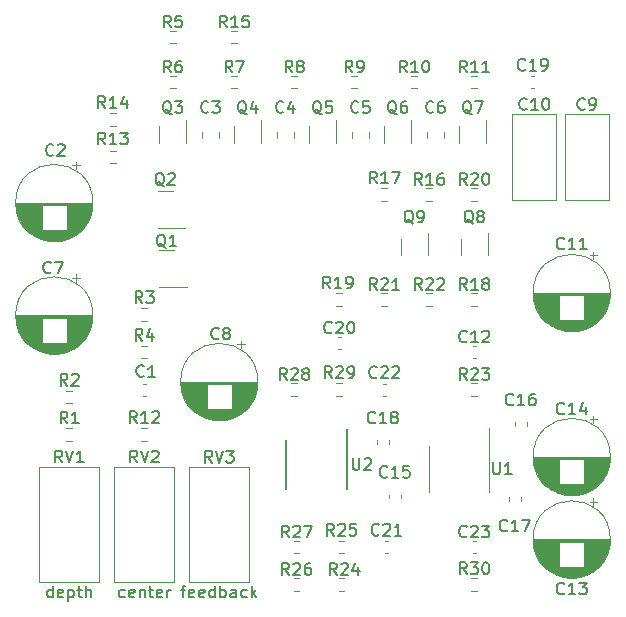
<source format=gto>
G04 #@! TF.GenerationSoftware,KiCad,Pcbnew,6.0.5+dfsg-1~bpo11+1*
G04 #@! TF.CreationDate,2022-08-15T22:36:42+00:00*
G04 #@! TF.ProjectId,minimoog_LPF,6d696e69-6d6f-46f6-975f-4c50462e6b69,0.1*
G04 #@! TF.SameCoordinates,Original*
G04 #@! TF.FileFunction,Legend,Top*
G04 #@! TF.FilePolarity,Positive*
%FSLAX46Y46*%
G04 Gerber Fmt 4.6, Leading zero omitted, Abs format (unit mm)*
G04 Created by KiCad (PCBNEW 6.0.5+dfsg-1~bpo11+1) date 2022-08-15 22:36:42*
%MOMM*%
%LPD*%
G01*
G04 APERTURE LIST*
%ADD10C,0.150000*%
%ADD11C,0.120000*%
%ADD12C,1.702000*%
%ADD13C,1.542000*%
%ADD14O,1.802000X1.802000*%
G04 APERTURE END LIST*
D10*
X132318333Y-123594761D02*
X132223095Y-123642380D01*
X132032619Y-123642380D01*
X131937380Y-123594761D01*
X131889761Y-123547142D01*
X131842142Y-123451904D01*
X131842142Y-123166190D01*
X131889761Y-123070952D01*
X131937380Y-123023333D01*
X132032619Y-122975714D01*
X132223095Y-122975714D01*
X132318333Y-123023333D01*
X133127857Y-123594761D02*
X133032619Y-123642380D01*
X132842142Y-123642380D01*
X132746904Y-123594761D01*
X132699285Y-123499523D01*
X132699285Y-123118571D01*
X132746904Y-123023333D01*
X132842142Y-122975714D01*
X133032619Y-122975714D01*
X133127857Y-123023333D01*
X133175476Y-123118571D01*
X133175476Y-123213809D01*
X132699285Y-123309047D01*
X133604047Y-122975714D02*
X133604047Y-123642380D01*
X133604047Y-123070952D02*
X133651666Y-123023333D01*
X133746904Y-122975714D01*
X133889761Y-122975714D01*
X133985000Y-123023333D01*
X134032619Y-123118571D01*
X134032619Y-123642380D01*
X134365952Y-122975714D02*
X134746904Y-122975714D01*
X134508809Y-122642380D02*
X134508809Y-123499523D01*
X134556428Y-123594761D01*
X134651666Y-123642380D01*
X134746904Y-123642380D01*
X135461190Y-123594761D02*
X135365952Y-123642380D01*
X135175476Y-123642380D01*
X135080238Y-123594761D01*
X135032619Y-123499523D01*
X135032619Y-123118571D01*
X135080238Y-123023333D01*
X135175476Y-122975714D01*
X135365952Y-122975714D01*
X135461190Y-123023333D01*
X135508809Y-123118571D01*
X135508809Y-123213809D01*
X135032619Y-123309047D01*
X135937380Y-123642380D02*
X135937380Y-122975714D01*
X135937380Y-123166190D02*
X135985000Y-123070952D01*
X136032619Y-123023333D01*
X136127857Y-122975714D01*
X136223095Y-122975714D01*
X126230238Y-123642380D02*
X126230238Y-122642380D01*
X126230238Y-123594761D02*
X126135000Y-123642380D01*
X125944523Y-123642380D01*
X125849285Y-123594761D01*
X125801666Y-123547142D01*
X125754047Y-123451904D01*
X125754047Y-123166190D01*
X125801666Y-123070952D01*
X125849285Y-123023333D01*
X125944523Y-122975714D01*
X126135000Y-122975714D01*
X126230238Y-123023333D01*
X127087380Y-123594761D02*
X126992142Y-123642380D01*
X126801666Y-123642380D01*
X126706428Y-123594761D01*
X126658809Y-123499523D01*
X126658809Y-123118571D01*
X126706428Y-123023333D01*
X126801666Y-122975714D01*
X126992142Y-122975714D01*
X127087380Y-123023333D01*
X127135000Y-123118571D01*
X127135000Y-123213809D01*
X126658809Y-123309047D01*
X127563571Y-122975714D02*
X127563571Y-123975714D01*
X127563571Y-123023333D02*
X127658809Y-122975714D01*
X127849285Y-122975714D01*
X127944523Y-123023333D01*
X127992142Y-123070952D01*
X128039761Y-123166190D01*
X128039761Y-123451904D01*
X127992142Y-123547142D01*
X127944523Y-123594761D01*
X127849285Y-123642380D01*
X127658809Y-123642380D01*
X127563571Y-123594761D01*
X128325476Y-122975714D02*
X128706428Y-122975714D01*
X128468333Y-122642380D02*
X128468333Y-123499523D01*
X128515952Y-123594761D01*
X128611190Y-123642380D01*
X128706428Y-123642380D01*
X129039761Y-123642380D02*
X129039761Y-122642380D01*
X129468333Y-123642380D02*
X129468333Y-123118571D01*
X129420714Y-123023333D01*
X129325476Y-122975714D01*
X129182619Y-122975714D01*
X129087380Y-123023333D01*
X129039761Y-123070952D01*
X137096904Y-122975714D02*
X137477857Y-122975714D01*
X137239761Y-123642380D02*
X137239761Y-122785238D01*
X137287380Y-122690000D01*
X137382619Y-122642380D01*
X137477857Y-122642380D01*
X138192142Y-123594761D02*
X138096904Y-123642380D01*
X137906428Y-123642380D01*
X137811190Y-123594761D01*
X137763571Y-123499523D01*
X137763571Y-123118571D01*
X137811190Y-123023333D01*
X137906428Y-122975714D01*
X138096904Y-122975714D01*
X138192142Y-123023333D01*
X138239761Y-123118571D01*
X138239761Y-123213809D01*
X137763571Y-123309047D01*
X139049285Y-123594761D02*
X138954047Y-123642380D01*
X138763571Y-123642380D01*
X138668333Y-123594761D01*
X138620714Y-123499523D01*
X138620714Y-123118571D01*
X138668333Y-123023333D01*
X138763571Y-122975714D01*
X138954047Y-122975714D01*
X139049285Y-123023333D01*
X139096904Y-123118571D01*
X139096904Y-123213809D01*
X138620714Y-123309047D01*
X139954047Y-123642380D02*
X139954047Y-122642380D01*
X139954047Y-123594761D02*
X139858809Y-123642380D01*
X139668333Y-123642380D01*
X139573095Y-123594761D01*
X139525476Y-123547142D01*
X139477857Y-123451904D01*
X139477857Y-123166190D01*
X139525476Y-123070952D01*
X139573095Y-123023333D01*
X139668333Y-122975714D01*
X139858809Y-122975714D01*
X139954047Y-123023333D01*
X140430238Y-123642380D02*
X140430238Y-122642380D01*
X140430238Y-123023333D02*
X140525476Y-122975714D01*
X140715952Y-122975714D01*
X140811190Y-123023333D01*
X140858809Y-123070952D01*
X140906428Y-123166190D01*
X140906428Y-123451904D01*
X140858809Y-123547142D01*
X140811190Y-123594761D01*
X140715952Y-123642380D01*
X140525476Y-123642380D01*
X140430238Y-123594761D01*
X141763571Y-123642380D02*
X141763571Y-123118571D01*
X141715952Y-123023333D01*
X141620714Y-122975714D01*
X141430238Y-122975714D01*
X141335000Y-123023333D01*
X141763571Y-123594761D02*
X141668333Y-123642380D01*
X141430238Y-123642380D01*
X141335000Y-123594761D01*
X141287380Y-123499523D01*
X141287380Y-123404285D01*
X141335000Y-123309047D01*
X141430238Y-123261428D01*
X141668333Y-123261428D01*
X141763571Y-123213809D01*
X142668333Y-123594761D02*
X142573095Y-123642380D01*
X142382619Y-123642380D01*
X142287380Y-123594761D01*
X142239761Y-123547142D01*
X142192142Y-123451904D01*
X142192142Y-123166190D01*
X142239761Y-123070952D01*
X142287380Y-123023333D01*
X142382619Y-122975714D01*
X142573095Y-122975714D01*
X142668333Y-123023333D01*
X143096904Y-123642380D02*
X143096904Y-122642380D01*
X143192142Y-123261428D02*
X143477857Y-123642380D01*
X143477857Y-122975714D02*
X143096904Y-123356666D01*
X140295333Y-101703142D02*
X140247714Y-101750761D01*
X140104857Y-101798380D01*
X140009619Y-101798380D01*
X139866761Y-101750761D01*
X139771523Y-101655523D01*
X139723904Y-101560285D01*
X139676285Y-101369809D01*
X139676285Y-101226952D01*
X139723904Y-101036476D01*
X139771523Y-100941238D01*
X139866761Y-100846000D01*
X140009619Y-100798380D01*
X140104857Y-100798380D01*
X140247714Y-100846000D01*
X140295333Y-100893619D01*
X140866761Y-101226952D02*
X140771523Y-101179333D01*
X140723904Y-101131714D01*
X140676285Y-101036476D01*
X140676285Y-100988857D01*
X140723904Y-100893619D01*
X140771523Y-100846000D01*
X140866761Y-100798380D01*
X141057238Y-100798380D01*
X141152476Y-100846000D01*
X141200095Y-100893619D01*
X141247714Y-100988857D01*
X141247714Y-101036476D01*
X141200095Y-101131714D01*
X141152476Y-101179333D01*
X141057238Y-101226952D01*
X140866761Y-101226952D01*
X140771523Y-101274571D01*
X140723904Y-101322190D01*
X140676285Y-101417428D01*
X140676285Y-101607904D01*
X140723904Y-101703142D01*
X140771523Y-101750761D01*
X140866761Y-101798380D01*
X141057238Y-101798380D01*
X141152476Y-101750761D01*
X141200095Y-101703142D01*
X141247714Y-101607904D01*
X141247714Y-101417428D01*
X141200095Y-101322190D01*
X141152476Y-101274571D01*
X141057238Y-101226952D01*
X165219142Y-107291142D02*
X165171523Y-107338761D01*
X165028666Y-107386380D01*
X164933428Y-107386380D01*
X164790571Y-107338761D01*
X164695333Y-107243523D01*
X164647714Y-107148285D01*
X164600095Y-106957809D01*
X164600095Y-106814952D01*
X164647714Y-106624476D01*
X164695333Y-106529238D01*
X164790571Y-106434000D01*
X164933428Y-106386380D01*
X165028666Y-106386380D01*
X165171523Y-106434000D01*
X165219142Y-106481619D01*
X166171523Y-107386380D02*
X165600095Y-107386380D01*
X165885809Y-107386380D02*
X165885809Y-106386380D01*
X165790571Y-106529238D01*
X165695333Y-106624476D01*
X165600095Y-106672095D01*
X167028666Y-106386380D02*
X166838190Y-106386380D01*
X166742952Y-106434000D01*
X166695333Y-106481619D01*
X166600095Y-106624476D01*
X166552476Y-106814952D01*
X166552476Y-107195904D01*
X166600095Y-107291142D01*
X166647714Y-107338761D01*
X166742952Y-107386380D01*
X166933428Y-107386380D01*
X167028666Y-107338761D01*
X167076285Y-107291142D01*
X167123904Y-107195904D01*
X167123904Y-106957809D01*
X167076285Y-106862571D01*
X167028666Y-106814952D01*
X166933428Y-106767333D01*
X166742952Y-106767333D01*
X166647714Y-106814952D01*
X166600095Y-106862571D01*
X166552476Y-106957809D01*
X161282142Y-118467142D02*
X161234523Y-118514761D01*
X161091666Y-118562380D01*
X160996428Y-118562380D01*
X160853571Y-118514761D01*
X160758333Y-118419523D01*
X160710714Y-118324285D01*
X160663095Y-118133809D01*
X160663095Y-117990952D01*
X160710714Y-117800476D01*
X160758333Y-117705238D01*
X160853571Y-117610000D01*
X160996428Y-117562380D01*
X161091666Y-117562380D01*
X161234523Y-117610000D01*
X161282142Y-117657619D01*
X161663095Y-117657619D02*
X161710714Y-117610000D01*
X161805952Y-117562380D01*
X162044047Y-117562380D01*
X162139285Y-117610000D01*
X162186904Y-117657619D01*
X162234523Y-117752857D01*
X162234523Y-117848095D01*
X162186904Y-117990952D01*
X161615476Y-118562380D01*
X162234523Y-118562380D01*
X162567857Y-117562380D02*
X163186904Y-117562380D01*
X162853571Y-117943333D01*
X162996428Y-117943333D01*
X163091666Y-117990952D01*
X163139285Y-118038571D01*
X163186904Y-118133809D01*
X163186904Y-118371904D01*
X163139285Y-118467142D01*
X163091666Y-118514761D01*
X162996428Y-118562380D01*
X162710714Y-118562380D01*
X162615476Y-118514761D01*
X162567857Y-118467142D01*
X127468333Y-105702380D02*
X127135000Y-105226190D01*
X126896904Y-105702380D02*
X126896904Y-104702380D01*
X127277857Y-104702380D01*
X127373095Y-104750000D01*
X127420714Y-104797619D01*
X127468333Y-104892857D01*
X127468333Y-105035714D01*
X127420714Y-105130952D01*
X127373095Y-105178571D01*
X127277857Y-105226190D01*
X126896904Y-105226190D01*
X127849285Y-104797619D02*
X127896904Y-104750000D01*
X127992142Y-104702380D01*
X128230238Y-104702380D01*
X128325476Y-104750000D01*
X128373095Y-104797619D01*
X128420714Y-104892857D01*
X128420714Y-104988095D01*
X128373095Y-105130952D01*
X127801666Y-105702380D01*
X128420714Y-105702380D01*
X156749761Y-91987619D02*
X156654523Y-91940000D01*
X156559285Y-91844761D01*
X156416428Y-91701904D01*
X156321190Y-91654285D01*
X156225952Y-91654285D01*
X156273571Y-91892380D02*
X156178333Y-91844761D01*
X156083095Y-91749523D01*
X156035476Y-91559047D01*
X156035476Y-91225714D01*
X156083095Y-91035238D01*
X156178333Y-90940000D01*
X156273571Y-90892380D01*
X156464047Y-90892380D01*
X156559285Y-90940000D01*
X156654523Y-91035238D01*
X156702142Y-91225714D01*
X156702142Y-91559047D01*
X156654523Y-91749523D01*
X156559285Y-91844761D01*
X156464047Y-91892380D01*
X156273571Y-91892380D01*
X157178333Y-91892380D02*
X157368809Y-91892380D01*
X157464047Y-91844761D01*
X157511666Y-91797142D01*
X157606904Y-91654285D01*
X157654523Y-91463809D01*
X157654523Y-91082857D01*
X157606904Y-90987619D01*
X157559285Y-90940000D01*
X157464047Y-90892380D01*
X157273571Y-90892380D01*
X157178333Y-90940000D01*
X157130714Y-90987619D01*
X157083095Y-91082857D01*
X157083095Y-91320952D01*
X157130714Y-91416190D01*
X157178333Y-91463809D01*
X157273571Y-91511428D01*
X157464047Y-91511428D01*
X157559285Y-91463809D01*
X157606904Y-91416190D01*
X157654523Y-91320952D01*
X169537142Y-94083142D02*
X169489523Y-94130761D01*
X169346666Y-94178380D01*
X169251428Y-94178380D01*
X169108571Y-94130761D01*
X169013333Y-94035523D01*
X168965714Y-93940285D01*
X168918095Y-93749809D01*
X168918095Y-93606952D01*
X168965714Y-93416476D01*
X169013333Y-93321238D01*
X169108571Y-93226000D01*
X169251428Y-93178380D01*
X169346666Y-93178380D01*
X169489523Y-93226000D01*
X169537142Y-93273619D01*
X170489523Y-94178380D02*
X169918095Y-94178380D01*
X170203809Y-94178380D02*
X170203809Y-93178380D01*
X170108571Y-93321238D01*
X170013333Y-93416476D01*
X169918095Y-93464095D01*
X171441904Y-94178380D02*
X170870476Y-94178380D01*
X171156190Y-94178380D02*
X171156190Y-93178380D01*
X171060952Y-93321238D01*
X170965714Y-93416476D01*
X170870476Y-93464095D01*
X141438333Y-79192380D02*
X141105000Y-78716190D01*
X140866904Y-79192380D02*
X140866904Y-78192380D01*
X141247857Y-78192380D01*
X141343095Y-78240000D01*
X141390714Y-78287619D01*
X141438333Y-78382857D01*
X141438333Y-78525714D01*
X141390714Y-78620952D01*
X141343095Y-78668571D01*
X141247857Y-78716190D01*
X140866904Y-78716190D01*
X141771666Y-78192380D02*
X142438333Y-78192380D01*
X142009761Y-79192380D01*
X163518095Y-112197380D02*
X163518095Y-113006904D01*
X163565714Y-113102142D01*
X163613333Y-113149761D01*
X163708571Y-113197380D01*
X163899047Y-113197380D01*
X163994285Y-113149761D01*
X164041904Y-113102142D01*
X164089523Y-113006904D01*
X164089523Y-112197380D01*
X165089523Y-113197380D02*
X164518095Y-113197380D01*
X164803809Y-113197380D02*
X164803809Y-112197380D01*
X164708571Y-112340238D01*
X164613333Y-112435476D01*
X164518095Y-112483095D01*
X149002761Y-82716619D02*
X148907523Y-82669000D01*
X148812285Y-82573761D01*
X148669428Y-82430904D01*
X148574190Y-82383285D01*
X148478952Y-82383285D01*
X148526571Y-82621380D02*
X148431333Y-82573761D01*
X148336095Y-82478523D01*
X148288476Y-82288047D01*
X148288476Y-81954714D01*
X148336095Y-81764238D01*
X148431333Y-81669000D01*
X148526571Y-81621380D01*
X148717047Y-81621380D01*
X148812285Y-81669000D01*
X148907523Y-81764238D01*
X148955142Y-81954714D01*
X148955142Y-82288047D01*
X148907523Y-82478523D01*
X148812285Y-82573761D01*
X148717047Y-82621380D01*
X148526571Y-82621380D01*
X149859904Y-81621380D02*
X149383714Y-81621380D01*
X149336095Y-82097571D01*
X149383714Y-82049952D01*
X149478952Y-82002333D01*
X149717047Y-82002333D01*
X149812285Y-82049952D01*
X149859904Y-82097571D01*
X149907523Y-82192809D01*
X149907523Y-82430904D01*
X149859904Y-82526142D01*
X149812285Y-82573761D01*
X149717047Y-82621380D01*
X149478952Y-82621380D01*
X149383714Y-82573761D01*
X149336095Y-82526142D01*
X126071333Y-96115142D02*
X126023714Y-96162761D01*
X125880857Y-96210380D01*
X125785619Y-96210380D01*
X125642761Y-96162761D01*
X125547523Y-96067523D01*
X125499904Y-95972285D01*
X125452285Y-95781809D01*
X125452285Y-95638952D01*
X125499904Y-95448476D01*
X125547523Y-95353238D01*
X125642761Y-95258000D01*
X125785619Y-95210380D01*
X125880857Y-95210380D01*
X126023714Y-95258000D01*
X126071333Y-95305619D01*
X126404666Y-95210380D02*
X127071333Y-95210380D01*
X126642761Y-96210380D01*
X164711142Y-117959142D02*
X164663523Y-118006761D01*
X164520666Y-118054380D01*
X164425428Y-118054380D01*
X164282571Y-118006761D01*
X164187333Y-117911523D01*
X164139714Y-117816285D01*
X164092095Y-117625809D01*
X164092095Y-117482952D01*
X164139714Y-117292476D01*
X164187333Y-117197238D01*
X164282571Y-117102000D01*
X164425428Y-117054380D01*
X164520666Y-117054380D01*
X164663523Y-117102000D01*
X164711142Y-117149619D01*
X165663523Y-118054380D02*
X165092095Y-118054380D01*
X165377809Y-118054380D02*
X165377809Y-117054380D01*
X165282571Y-117197238D01*
X165187333Y-117292476D01*
X165092095Y-117340095D01*
X165996857Y-117054380D02*
X166663523Y-117054380D01*
X166234952Y-118054380D01*
X157472142Y-88717380D02*
X157138809Y-88241190D01*
X156900714Y-88717380D02*
X156900714Y-87717380D01*
X157281666Y-87717380D01*
X157376904Y-87765000D01*
X157424523Y-87812619D01*
X157472142Y-87907857D01*
X157472142Y-88050714D01*
X157424523Y-88145952D01*
X157376904Y-88193571D01*
X157281666Y-88241190D01*
X156900714Y-88241190D01*
X158424523Y-88717380D02*
X157853095Y-88717380D01*
X158138809Y-88717380D02*
X158138809Y-87717380D01*
X158043571Y-87860238D01*
X157948333Y-87955476D01*
X157853095Y-88003095D01*
X159281666Y-87717380D02*
X159091190Y-87717380D01*
X158995952Y-87765000D01*
X158948333Y-87812619D01*
X158853095Y-87955476D01*
X158805476Y-88145952D01*
X158805476Y-88526904D01*
X158853095Y-88622142D01*
X158900714Y-88669761D01*
X158995952Y-88717380D01*
X159186428Y-88717380D01*
X159281666Y-88669761D01*
X159329285Y-88622142D01*
X159376904Y-88526904D01*
X159376904Y-88288809D01*
X159329285Y-88193571D01*
X159281666Y-88145952D01*
X159186428Y-88098333D01*
X158995952Y-88098333D01*
X158900714Y-88145952D01*
X158853095Y-88193571D01*
X158805476Y-88288809D01*
X127034761Y-112212380D02*
X126701428Y-111736190D01*
X126463333Y-112212380D02*
X126463333Y-111212380D01*
X126844285Y-111212380D01*
X126939523Y-111260000D01*
X126987142Y-111307619D01*
X127034761Y-111402857D01*
X127034761Y-111545714D01*
X126987142Y-111640952D01*
X126939523Y-111688571D01*
X126844285Y-111736190D01*
X126463333Y-111736190D01*
X127320476Y-111212380D02*
X127653809Y-112212380D01*
X127987142Y-111212380D01*
X128844285Y-112212380D02*
X128272857Y-112212380D01*
X128558571Y-112212380D02*
X128558571Y-111212380D01*
X128463333Y-111355238D01*
X128368095Y-111450476D01*
X128272857Y-111498095D01*
X133818333Y-101892380D02*
X133485000Y-101416190D01*
X133246904Y-101892380D02*
X133246904Y-100892380D01*
X133627857Y-100892380D01*
X133723095Y-100940000D01*
X133770714Y-100987619D01*
X133818333Y-101082857D01*
X133818333Y-101225714D01*
X133770714Y-101320952D01*
X133723095Y-101368571D01*
X133627857Y-101416190D01*
X133246904Y-101416190D01*
X134675476Y-101225714D02*
X134675476Y-101892380D01*
X134437380Y-100844761D02*
X134199285Y-101559047D01*
X134818333Y-101559047D01*
X153535142Y-108815142D02*
X153487523Y-108862761D01*
X153344666Y-108910380D01*
X153249428Y-108910380D01*
X153106571Y-108862761D01*
X153011333Y-108767523D01*
X152963714Y-108672285D01*
X152916095Y-108481809D01*
X152916095Y-108338952D01*
X152963714Y-108148476D01*
X153011333Y-108053238D01*
X153106571Y-107958000D01*
X153249428Y-107910380D01*
X153344666Y-107910380D01*
X153487523Y-107958000D01*
X153535142Y-108005619D01*
X154487523Y-108910380D02*
X153916095Y-108910380D01*
X154201809Y-108910380D02*
X154201809Y-107910380D01*
X154106571Y-108053238D01*
X154011333Y-108148476D01*
X153916095Y-108196095D01*
X155058952Y-108338952D02*
X154963714Y-108291333D01*
X154916095Y-108243714D01*
X154868476Y-108148476D01*
X154868476Y-108100857D01*
X154916095Y-108005619D01*
X154963714Y-107958000D01*
X155058952Y-107910380D01*
X155249428Y-107910380D01*
X155344666Y-107958000D01*
X155392285Y-108005619D01*
X155439904Y-108100857D01*
X155439904Y-108148476D01*
X155392285Y-108243714D01*
X155344666Y-108291333D01*
X155249428Y-108338952D01*
X155058952Y-108338952D01*
X154963714Y-108386571D01*
X154916095Y-108434190D01*
X154868476Y-108529428D01*
X154868476Y-108719904D01*
X154916095Y-108815142D01*
X154963714Y-108862761D01*
X155058952Y-108910380D01*
X155249428Y-108910380D01*
X155344666Y-108862761D01*
X155392285Y-108815142D01*
X155439904Y-108719904D01*
X155439904Y-108529428D01*
X155392285Y-108434190D01*
X155344666Y-108386571D01*
X155249428Y-108338952D01*
X157472142Y-97607380D02*
X157138809Y-97131190D01*
X156900714Y-97607380D02*
X156900714Y-96607380D01*
X157281666Y-96607380D01*
X157376904Y-96655000D01*
X157424523Y-96702619D01*
X157472142Y-96797857D01*
X157472142Y-96940714D01*
X157424523Y-97035952D01*
X157376904Y-97083571D01*
X157281666Y-97131190D01*
X156900714Y-97131190D01*
X157853095Y-96702619D02*
X157900714Y-96655000D01*
X157995952Y-96607380D01*
X158234047Y-96607380D01*
X158329285Y-96655000D01*
X158376904Y-96702619D01*
X158424523Y-96797857D01*
X158424523Y-96893095D01*
X158376904Y-97035952D01*
X157805476Y-97607380D01*
X158424523Y-97607380D01*
X158805476Y-96702619D02*
X158853095Y-96655000D01*
X158948333Y-96607380D01*
X159186428Y-96607380D01*
X159281666Y-96655000D01*
X159329285Y-96702619D01*
X159376904Y-96797857D01*
X159376904Y-96893095D01*
X159329285Y-97035952D01*
X158757857Y-97607380D01*
X159376904Y-97607380D01*
X171283333Y-82272142D02*
X171235714Y-82319761D01*
X171092857Y-82367380D01*
X170997619Y-82367380D01*
X170854761Y-82319761D01*
X170759523Y-82224523D01*
X170711904Y-82129285D01*
X170664285Y-81938809D01*
X170664285Y-81795952D01*
X170711904Y-81605476D01*
X170759523Y-81510238D01*
X170854761Y-81415000D01*
X170997619Y-81367380D01*
X171092857Y-81367380D01*
X171235714Y-81415000D01*
X171283333Y-81462619D01*
X171759523Y-82367380D02*
X171950000Y-82367380D01*
X172045238Y-82319761D01*
X172092857Y-82272142D01*
X172188095Y-82129285D01*
X172235714Y-81938809D01*
X172235714Y-81557857D01*
X172188095Y-81462619D01*
X172140476Y-81415000D01*
X172045238Y-81367380D01*
X171854761Y-81367380D01*
X171759523Y-81415000D01*
X171711904Y-81462619D01*
X171664285Y-81557857D01*
X171664285Y-81795952D01*
X171711904Y-81891190D01*
X171759523Y-81938809D01*
X171854761Y-81986428D01*
X172045238Y-81986428D01*
X172140476Y-81938809D01*
X172188095Y-81891190D01*
X172235714Y-81795952D01*
X126285954Y-86169763D02*
X126238335Y-86217382D01*
X126095478Y-86265001D01*
X126000240Y-86265001D01*
X125857382Y-86217382D01*
X125762144Y-86122144D01*
X125714525Y-86026906D01*
X125666906Y-85836430D01*
X125666906Y-85693573D01*
X125714525Y-85503097D01*
X125762144Y-85407859D01*
X125857382Y-85312621D01*
X126000240Y-85265001D01*
X126095478Y-85265001D01*
X126238335Y-85312621D01*
X126285954Y-85360240D01*
X126666906Y-85360240D02*
X126714525Y-85312621D01*
X126809763Y-85265001D01*
X127047859Y-85265001D01*
X127143097Y-85312621D01*
X127190716Y-85360240D01*
X127238335Y-85455478D01*
X127238335Y-85550716D01*
X127190716Y-85693573D01*
X126619287Y-86265001D01*
X127238335Y-86265001D01*
X153662142Y-104972142D02*
X153614523Y-105019761D01*
X153471666Y-105067380D01*
X153376428Y-105067380D01*
X153233571Y-105019761D01*
X153138333Y-104924523D01*
X153090714Y-104829285D01*
X153043095Y-104638809D01*
X153043095Y-104495952D01*
X153090714Y-104305476D01*
X153138333Y-104210238D01*
X153233571Y-104115000D01*
X153376428Y-104067380D01*
X153471666Y-104067380D01*
X153614523Y-104115000D01*
X153662142Y-104162619D01*
X154043095Y-104162619D02*
X154090714Y-104115000D01*
X154185952Y-104067380D01*
X154424047Y-104067380D01*
X154519285Y-104115000D01*
X154566904Y-104162619D01*
X154614523Y-104257857D01*
X154614523Y-104353095D01*
X154566904Y-104495952D01*
X153995476Y-105067380D01*
X154614523Y-105067380D01*
X154995476Y-104162619D02*
X155043095Y-104115000D01*
X155138333Y-104067380D01*
X155376428Y-104067380D01*
X155471666Y-104115000D01*
X155519285Y-104162619D01*
X155566904Y-104257857D01*
X155566904Y-104353095D01*
X155519285Y-104495952D01*
X154947857Y-105067380D01*
X155566904Y-105067380D01*
X161282142Y-97607380D02*
X160948809Y-97131190D01*
X160710714Y-97607380D02*
X160710714Y-96607380D01*
X161091666Y-96607380D01*
X161186904Y-96655000D01*
X161234523Y-96702619D01*
X161282142Y-96797857D01*
X161282142Y-96940714D01*
X161234523Y-97035952D01*
X161186904Y-97083571D01*
X161091666Y-97131190D01*
X160710714Y-97131190D01*
X162234523Y-97607380D02*
X161663095Y-97607380D01*
X161948809Y-97607380D02*
X161948809Y-96607380D01*
X161853571Y-96750238D01*
X161758333Y-96845476D01*
X161663095Y-96893095D01*
X162805952Y-97035952D02*
X162710714Y-96988333D01*
X162663095Y-96940714D01*
X162615476Y-96845476D01*
X162615476Y-96797857D01*
X162663095Y-96702619D01*
X162710714Y-96655000D01*
X162805952Y-96607380D01*
X162996428Y-96607380D01*
X163091666Y-96655000D01*
X163139285Y-96702619D01*
X163186904Y-96797857D01*
X163186904Y-96845476D01*
X163139285Y-96940714D01*
X163091666Y-96988333D01*
X162996428Y-97035952D01*
X162805952Y-97035952D01*
X162710714Y-97083571D01*
X162663095Y-97131190D01*
X162615476Y-97226428D01*
X162615476Y-97416904D01*
X162663095Y-97512142D01*
X162710714Y-97559761D01*
X162805952Y-97607380D01*
X162996428Y-97607380D01*
X163091666Y-97559761D01*
X163139285Y-97512142D01*
X163186904Y-97416904D01*
X163186904Y-97226428D01*
X163139285Y-97131190D01*
X163091666Y-97083571D01*
X162996428Y-97035952D01*
X142652761Y-82716619D02*
X142557523Y-82669000D01*
X142462285Y-82573761D01*
X142319428Y-82430904D01*
X142224190Y-82383285D01*
X142128952Y-82383285D01*
X142176571Y-82621380D02*
X142081333Y-82573761D01*
X141986095Y-82478523D01*
X141938476Y-82288047D01*
X141938476Y-81954714D01*
X141986095Y-81764238D01*
X142081333Y-81669000D01*
X142176571Y-81621380D01*
X142367047Y-81621380D01*
X142462285Y-81669000D01*
X142557523Y-81764238D01*
X142605142Y-81954714D01*
X142605142Y-82288047D01*
X142557523Y-82478523D01*
X142462285Y-82573761D01*
X142367047Y-82621380D01*
X142176571Y-82621380D01*
X143462285Y-81954714D02*
X143462285Y-82621380D01*
X143224190Y-81573761D02*
X142986095Y-82288047D01*
X143605142Y-82288047D01*
X161282142Y-88717380D02*
X160948809Y-88241190D01*
X160710714Y-88717380D02*
X160710714Y-87717380D01*
X161091666Y-87717380D01*
X161186904Y-87765000D01*
X161234523Y-87812619D01*
X161282142Y-87907857D01*
X161282142Y-88050714D01*
X161234523Y-88145952D01*
X161186904Y-88193571D01*
X161091666Y-88241190D01*
X160710714Y-88241190D01*
X161663095Y-87812619D02*
X161710714Y-87765000D01*
X161805952Y-87717380D01*
X162044047Y-87717380D01*
X162139285Y-87765000D01*
X162186904Y-87812619D01*
X162234523Y-87907857D01*
X162234523Y-88003095D01*
X162186904Y-88145952D01*
X161615476Y-88717380D01*
X162234523Y-88717380D01*
X162853571Y-87717380D02*
X162948809Y-87717380D01*
X163044047Y-87765000D01*
X163091666Y-87812619D01*
X163139285Y-87907857D01*
X163186904Y-88098333D01*
X163186904Y-88336428D01*
X163139285Y-88526904D01*
X163091666Y-88622142D01*
X163044047Y-88669761D01*
X162948809Y-88717380D01*
X162853571Y-88717380D01*
X162758333Y-88669761D01*
X162710714Y-88622142D01*
X162663095Y-88526904D01*
X162615476Y-88336428D01*
X162615476Y-88098333D01*
X162663095Y-87907857D01*
X162710714Y-87812619D01*
X162758333Y-87765000D01*
X162853571Y-87717380D01*
X158456333Y-82526142D02*
X158408714Y-82573761D01*
X158265857Y-82621380D01*
X158170619Y-82621380D01*
X158027761Y-82573761D01*
X157932523Y-82478523D01*
X157884904Y-82383285D01*
X157837285Y-82192809D01*
X157837285Y-82049952D01*
X157884904Y-81859476D01*
X157932523Y-81764238D01*
X158027761Y-81669000D01*
X158170619Y-81621380D01*
X158265857Y-81621380D01*
X158408714Y-81669000D01*
X158456333Y-81716619D01*
X159313476Y-81621380D02*
X159123000Y-81621380D01*
X159027761Y-81669000D01*
X158980142Y-81716619D01*
X158884904Y-81859476D01*
X158837285Y-82049952D01*
X158837285Y-82430904D01*
X158884904Y-82526142D01*
X158932523Y-82573761D01*
X159027761Y-82621380D01*
X159218238Y-82621380D01*
X159313476Y-82573761D01*
X159361095Y-82526142D01*
X159408714Y-82430904D01*
X159408714Y-82192809D01*
X159361095Y-82097571D01*
X159313476Y-82049952D01*
X159218238Y-82002333D01*
X159027761Y-82002333D01*
X158932523Y-82049952D01*
X158884904Y-82097571D01*
X158837285Y-82192809D01*
X161282142Y-121661180D02*
X160948809Y-121184990D01*
X160710714Y-121661180D02*
X160710714Y-120661180D01*
X161091666Y-120661180D01*
X161186904Y-120708800D01*
X161234523Y-120756419D01*
X161282142Y-120851657D01*
X161282142Y-120994514D01*
X161234523Y-121089752D01*
X161186904Y-121137371D01*
X161091666Y-121184990D01*
X160710714Y-121184990D01*
X161615476Y-120661180D02*
X162234523Y-120661180D01*
X161901190Y-121042133D01*
X162044047Y-121042133D01*
X162139285Y-121089752D01*
X162186904Y-121137371D01*
X162234523Y-121232609D01*
X162234523Y-121470704D01*
X162186904Y-121565942D01*
X162139285Y-121613561D01*
X162044047Y-121661180D01*
X161758333Y-121661180D01*
X161663095Y-121613561D01*
X161615476Y-121565942D01*
X162853571Y-120661180D02*
X162948809Y-120661180D01*
X163044047Y-120708800D01*
X163091666Y-120756419D01*
X163139285Y-120851657D01*
X163186904Y-121042133D01*
X163186904Y-121280228D01*
X163139285Y-121470704D01*
X163091666Y-121565942D01*
X163044047Y-121613561D01*
X162948809Y-121661180D01*
X162853571Y-121661180D01*
X162758333Y-121613561D01*
X162710714Y-121565942D01*
X162663095Y-121470704D01*
X162615476Y-121280228D01*
X162615476Y-121042133D01*
X162663095Y-120851657D01*
X162710714Y-120756419D01*
X162758333Y-120708800D01*
X162853571Y-120661180D01*
X136231333Y-79192380D02*
X135898000Y-78716190D01*
X135659904Y-79192380D02*
X135659904Y-78192380D01*
X136040857Y-78192380D01*
X136136095Y-78240000D01*
X136183714Y-78287619D01*
X136231333Y-78382857D01*
X136231333Y-78525714D01*
X136183714Y-78620952D01*
X136136095Y-78668571D01*
X136040857Y-78716190D01*
X135659904Y-78716190D01*
X137088476Y-78192380D02*
X136898000Y-78192380D01*
X136802761Y-78240000D01*
X136755142Y-78287619D01*
X136659904Y-78430476D01*
X136612285Y-78620952D01*
X136612285Y-79001904D01*
X136659904Y-79097142D01*
X136707523Y-79144761D01*
X136802761Y-79192380D01*
X136993238Y-79192380D01*
X137088476Y-79144761D01*
X137136095Y-79097142D01*
X137183714Y-79001904D01*
X137183714Y-78763809D01*
X137136095Y-78668571D01*
X137088476Y-78620952D01*
X136993238Y-78573333D01*
X136802761Y-78573333D01*
X136707523Y-78620952D01*
X136659904Y-78668571D01*
X136612285Y-78763809D01*
X135794761Y-94019619D02*
X135699523Y-93972000D01*
X135604285Y-93876761D01*
X135461428Y-93733904D01*
X135366190Y-93686285D01*
X135270952Y-93686285D01*
X135318571Y-93924380D02*
X135223333Y-93876761D01*
X135128095Y-93781523D01*
X135080476Y-93591047D01*
X135080476Y-93257714D01*
X135128095Y-93067238D01*
X135223333Y-92972000D01*
X135318571Y-92924380D01*
X135509047Y-92924380D01*
X135604285Y-92972000D01*
X135699523Y-93067238D01*
X135747142Y-93257714D01*
X135747142Y-93591047D01*
X135699523Y-93781523D01*
X135604285Y-93876761D01*
X135509047Y-93924380D01*
X135318571Y-93924380D01*
X136699523Y-93924380D02*
X136128095Y-93924380D01*
X136413809Y-93924380D02*
X136413809Y-92924380D01*
X136318571Y-93067238D01*
X136223333Y-93162476D01*
X136128095Y-93210095D01*
X146042142Y-105227380D02*
X145708809Y-104751190D01*
X145470714Y-105227380D02*
X145470714Y-104227380D01*
X145851666Y-104227380D01*
X145946904Y-104275000D01*
X145994523Y-104322619D01*
X146042142Y-104417857D01*
X146042142Y-104560714D01*
X145994523Y-104655952D01*
X145946904Y-104703571D01*
X145851666Y-104751190D01*
X145470714Y-104751190D01*
X146423095Y-104322619D02*
X146470714Y-104275000D01*
X146565952Y-104227380D01*
X146804047Y-104227380D01*
X146899285Y-104275000D01*
X146946904Y-104322619D01*
X146994523Y-104417857D01*
X146994523Y-104513095D01*
X146946904Y-104655952D01*
X146375476Y-105227380D01*
X146994523Y-105227380D01*
X147565952Y-104655952D02*
X147470714Y-104608333D01*
X147423095Y-104560714D01*
X147375476Y-104465476D01*
X147375476Y-104417857D01*
X147423095Y-104322619D01*
X147470714Y-104275000D01*
X147565952Y-104227380D01*
X147756428Y-104227380D01*
X147851666Y-104275000D01*
X147899285Y-104322619D01*
X147946904Y-104417857D01*
X147946904Y-104465476D01*
X147899285Y-104560714D01*
X147851666Y-104608333D01*
X147756428Y-104655952D01*
X147565952Y-104655952D01*
X147470714Y-104703571D01*
X147423095Y-104751190D01*
X147375476Y-104846428D01*
X147375476Y-105036904D01*
X147423095Y-105132142D01*
X147470714Y-105179761D01*
X147565952Y-105227380D01*
X147756428Y-105227380D01*
X147851666Y-105179761D01*
X147899285Y-105132142D01*
X147946904Y-105036904D01*
X147946904Y-104846428D01*
X147899285Y-104751190D01*
X147851666Y-104703571D01*
X147756428Y-104655952D01*
X154551142Y-113400142D02*
X154503523Y-113447761D01*
X154360666Y-113495380D01*
X154265428Y-113495380D01*
X154122571Y-113447761D01*
X154027333Y-113352523D01*
X153979714Y-113257285D01*
X153932095Y-113066809D01*
X153932095Y-112923952D01*
X153979714Y-112733476D01*
X154027333Y-112638238D01*
X154122571Y-112543000D01*
X154265428Y-112495380D01*
X154360666Y-112495380D01*
X154503523Y-112543000D01*
X154551142Y-112590619D01*
X155503523Y-113495380D02*
X154932095Y-113495380D01*
X155217809Y-113495380D02*
X155217809Y-112495380D01*
X155122571Y-112638238D01*
X155027333Y-112733476D01*
X154932095Y-112781095D01*
X156408285Y-112495380D02*
X155932095Y-112495380D01*
X155884476Y-112971571D01*
X155932095Y-112923952D01*
X156027333Y-112876333D01*
X156265428Y-112876333D01*
X156360666Y-112923952D01*
X156408285Y-112971571D01*
X156455904Y-113066809D01*
X156455904Y-113304904D01*
X156408285Y-113400142D01*
X156360666Y-113447761D01*
X156265428Y-113495380D01*
X156027333Y-113495380D01*
X155932095Y-113447761D01*
X155884476Y-113400142D01*
X169537142Y-123293142D02*
X169489523Y-123340761D01*
X169346666Y-123388380D01*
X169251428Y-123388380D01*
X169108571Y-123340761D01*
X169013333Y-123245523D01*
X168965714Y-123150285D01*
X168918095Y-122959809D01*
X168918095Y-122816952D01*
X168965714Y-122626476D01*
X169013333Y-122531238D01*
X169108571Y-122436000D01*
X169251428Y-122388380D01*
X169346666Y-122388380D01*
X169489523Y-122436000D01*
X169537142Y-122483619D01*
X170489523Y-123388380D02*
X169918095Y-123388380D01*
X170203809Y-123388380D02*
X170203809Y-122388380D01*
X170108571Y-122531238D01*
X170013333Y-122626476D01*
X169918095Y-122674095D01*
X170822857Y-122388380D02*
X171441904Y-122388380D01*
X171108571Y-122769333D01*
X171251428Y-122769333D01*
X171346666Y-122816952D01*
X171394285Y-122864571D01*
X171441904Y-122959809D01*
X171441904Y-123197904D01*
X171394285Y-123293142D01*
X171346666Y-123340761D01*
X171251428Y-123388380D01*
X170965714Y-123388380D01*
X170870476Y-123340761D01*
X170822857Y-123293142D01*
X169537142Y-108053142D02*
X169489523Y-108100761D01*
X169346666Y-108148380D01*
X169251428Y-108148380D01*
X169108571Y-108100761D01*
X169013333Y-108005523D01*
X168965714Y-107910285D01*
X168918095Y-107719809D01*
X168918095Y-107576952D01*
X168965714Y-107386476D01*
X169013333Y-107291238D01*
X169108571Y-107196000D01*
X169251428Y-107148380D01*
X169346666Y-107148380D01*
X169489523Y-107196000D01*
X169537142Y-107243619D01*
X170489523Y-108148380D02*
X169918095Y-108148380D01*
X170203809Y-108148380D02*
X170203809Y-107148380D01*
X170108571Y-107291238D01*
X170013333Y-107386476D01*
X169918095Y-107434095D01*
X171346666Y-107481714D02*
X171346666Y-108148380D01*
X171108571Y-107100761D02*
X170870476Y-107815047D01*
X171489523Y-107815047D01*
X127468333Y-108910380D02*
X127135000Y-108434190D01*
X126896904Y-108910380D02*
X126896904Y-107910380D01*
X127277857Y-107910380D01*
X127373095Y-107958000D01*
X127420714Y-108005619D01*
X127468333Y-108100857D01*
X127468333Y-108243714D01*
X127420714Y-108338952D01*
X127373095Y-108386571D01*
X127277857Y-108434190D01*
X126896904Y-108434190D01*
X128420714Y-108910380D02*
X127849285Y-108910380D01*
X128135000Y-108910380D02*
X128135000Y-107910380D01*
X128039761Y-108053238D01*
X127944523Y-108148476D01*
X127849285Y-108196095D01*
X161702761Y-82716619D02*
X161607523Y-82669000D01*
X161512285Y-82573761D01*
X161369428Y-82430904D01*
X161274190Y-82383285D01*
X161178952Y-82383285D01*
X161226571Y-82621380D02*
X161131333Y-82573761D01*
X161036095Y-82478523D01*
X160988476Y-82288047D01*
X160988476Y-81954714D01*
X161036095Y-81764238D01*
X161131333Y-81669000D01*
X161226571Y-81621380D01*
X161417047Y-81621380D01*
X161512285Y-81669000D01*
X161607523Y-81764238D01*
X161655142Y-81954714D01*
X161655142Y-82288047D01*
X161607523Y-82478523D01*
X161512285Y-82573761D01*
X161417047Y-82621380D01*
X161226571Y-82621380D01*
X161988476Y-81621380D02*
X162655142Y-81621380D01*
X162226571Y-82621380D01*
X149725142Y-97480380D02*
X149391809Y-97004190D01*
X149153714Y-97480380D02*
X149153714Y-96480380D01*
X149534666Y-96480380D01*
X149629904Y-96528000D01*
X149677523Y-96575619D01*
X149725142Y-96670857D01*
X149725142Y-96813714D01*
X149677523Y-96908952D01*
X149629904Y-96956571D01*
X149534666Y-97004190D01*
X149153714Y-97004190D01*
X150677523Y-97480380D02*
X150106095Y-97480380D01*
X150391809Y-97480380D02*
X150391809Y-96480380D01*
X150296571Y-96623238D01*
X150201333Y-96718476D01*
X150106095Y-96766095D01*
X151153714Y-97480380D02*
X151344190Y-97480380D01*
X151439428Y-97432761D01*
X151487047Y-97385142D01*
X151582285Y-97242285D01*
X151629904Y-97051809D01*
X151629904Y-96670857D01*
X151582285Y-96575619D01*
X151534666Y-96528000D01*
X151439428Y-96480380D01*
X151248952Y-96480380D01*
X151153714Y-96528000D01*
X151106095Y-96575619D01*
X151058476Y-96670857D01*
X151058476Y-96908952D01*
X151106095Y-97004190D01*
X151153714Y-97051809D01*
X151248952Y-97099428D01*
X151439428Y-97099428D01*
X151534666Y-97051809D01*
X151582285Y-97004190D01*
X151629904Y-96908952D01*
X140962142Y-75382380D02*
X140628809Y-74906190D01*
X140390714Y-75382380D02*
X140390714Y-74382380D01*
X140771666Y-74382380D01*
X140866904Y-74430000D01*
X140914523Y-74477619D01*
X140962142Y-74572857D01*
X140962142Y-74715714D01*
X140914523Y-74810952D01*
X140866904Y-74858571D01*
X140771666Y-74906190D01*
X140390714Y-74906190D01*
X141914523Y-75382380D02*
X141343095Y-75382380D01*
X141628809Y-75382380D02*
X141628809Y-74382380D01*
X141533571Y-74525238D01*
X141438333Y-74620476D01*
X141343095Y-74668095D01*
X142819285Y-74382380D02*
X142343095Y-74382380D01*
X142295476Y-74858571D01*
X142343095Y-74810952D01*
X142438333Y-74763333D01*
X142676428Y-74763333D01*
X142771666Y-74810952D01*
X142819285Y-74858571D01*
X142866904Y-74953809D01*
X142866904Y-75191904D01*
X142819285Y-75287142D01*
X142771666Y-75334761D01*
X142676428Y-75382380D01*
X142438333Y-75382380D01*
X142343095Y-75334761D01*
X142295476Y-75287142D01*
X133389761Y-112212380D02*
X133056428Y-111736190D01*
X132818333Y-112212380D02*
X132818333Y-111212380D01*
X133199285Y-111212380D01*
X133294523Y-111260000D01*
X133342142Y-111307619D01*
X133389761Y-111402857D01*
X133389761Y-111545714D01*
X133342142Y-111640952D01*
X133294523Y-111688571D01*
X133199285Y-111736190D01*
X132818333Y-111736190D01*
X133675476Y-111212380D02*
X134008809Y-112212380D01*
X134342142Y-111212380D01*
X134627857Y-111307619D02*
X134675476Y-111260000D01*
X134770714Y-111212380D01*
X135008809Y-111212380D01*
X135104047Y-111260000D01*
X135151666Y-111307619D01*
X135199285Y-111402857D01*
X135199285Y-111498095D01*
X135151666Y-111640952D01*
X134580238Y-112212380D01*
X135199285Y-112212380D01*
X152106333Y-82526142D02*
X152058714Y-82573761D01*
X151915857Y-82621380D01*
X151820619Y-82621380D01*
X151677761Y-82573761D01*
X151582523Y-82478523D01*
X151534904Y-82383285D01*
X151487285Y-82192809D01*
X151487285Y-82049952D01*
X151534904Y-81859476D01*
X151582523Y-81764238D01*
X151677761Y-81669000D01*
X151820619Y-81621380D01*
X151915857Y-81621380D01*
X152058714Y-81669000D01*
X152106333Y-81716619D01*
X153011095Y-81621380D02*
X152534904Y-81621380D01*
X152487285Y-82097571D01*
X152534904Y-82049952D01*
X152630142Y-82002333D01*
X152868238Y-82002333D01*
X152963476Y-82049952D01*
X153011095Y-82097571D01*
X153058714Y-82192809D01*
X153058714Y-82430904D01*
X153011095Y-82526142D01*
X152963476Y-82573761D01*
X152868238Y-82621380D01*
X152630142Y-82621380D01*
X152534904Y-82573761D01*
X152487285Y-82526142D01*
X135667761Y-88812619D02*
X135572523Y-88765000D01*
X135477285Y-88669761D01*
X135334428Y-88526904D01*
X135239190Y-88479285D01*
X135143952Y-88479285D01*
X135191571Y-88717380D02*
X135096333Y-88669761D01*
X135001095Y-88574523D01*
X134953476Y-88384047D01*
X134953476Y-88050714D01*
X135001095Y-87860238D01*
X135096333Y-87765000D01*
X135191571Y-87717380D01*
X135382047Y-87717380D01*
X135477285Y-87765000D01*
X135572523Y-87860238D01*
X135620142Y-88050714D01*
X135620142Y-88384047D01*
X135572523Y-88574523D01*
X135477285Y-88669761D01*
X135382047Y-88717380D01*
X135191571Y-88717380D01*
X136001095Y-87812619D02*
X136048714Y-87765000D01*
X136143952Y-87717380D01*
X136382047Y-87717380D01*
X136477285Y-87765000D01*
X136524904Y-87812619D01*
X136572523Y-87907857D01*
X136572523Y-88003095D01*
X136524904Y-88145952D01*
X135953476Y-88717380D01*
X136572523Y-88717380D01*
X146227142Y-121737380D02*
X145893809Y-121261190D01*
X145655714Y-121737380D02*
X145655714Y-120737380D01*
X146036666Y-120737380D01*
X146131904Y-120785000D01*
X146179523Y-120832619D01*
X146227142Y-120927857D01*
X146227142Y-121070714D01*
X146179523Y-121165952D01*
X146131904Y-121213571D01*
X146036666Y-121261190D01*
X145655714Y-121261190D01*
X146608095Y-120832619D02*
X146655714Y-120785000D01*
X146750952Y-120737380D01*
X146989047Y-120737380D01*
X147084285Y-120785000D01*
X147131904Y-120832619D01*
X147179523Y-120927857D01*
X147179523Y-121023095D01*
X147131904Y-121165952D01*
X146560476Y-121737380D01*
X147179523Y-121737380D01*
X148036666Y-120737380D02*
X147846190Y-120737380D01*
X147750952Y-120785000D01*
X147703333Y-120832619D01*
X147608095Y-120975476D01*
X147560476Y-121165952D01*
X147560476Y-121546904D01*
X147608095Y-121642142D01*
X147655714Y-121689761D01*
X147750952Y-121737380D01*
X147941428Y-121737380D01*
X148036666Y-121689761D01*
X148084285Y-121642142D01*
X148131904Y-121546904D01*
X148131904Y-121308809D01*
X148084285Y-121213571D01*
X148036666Y-121165952D01*
X147941428Y-121118333D01*
X147750952Y-121118333D01*
X147655714Y-121165952D01*
X147608095Y-121213571D01*
X147560476Y-121308809D01*
X150037142Y-118402380D02*
X149703809Y-117926190D01*
X149465714Y-118402380D02*
X149465714Y-117402380D01*
X149846666Y-117402380D01*
X149941904Y-117450000D01*
X149989523Y-117497619D01*
X150037142Y-117592857D01*
X150037142Y-117735714D01*
X149989523Y-117830952D01*
X149941904Y-117878571D01*
X149846666Y-117926190D01*
X149465714Y-117926190D01*
X150418095Y-117497619D02*
X150465714Y-117450000D01*
X150560952Y-117402380D01*
X150799047Y-117402380D01*
X150894285Y-117450000D01*
X150941904Y-117497619D01*
X150989523Y-117592857D01*
X150989523Y-117688095D01*
X150941904Y-117830952D01*
X150370476Y-118402380D01*
X150989523Y-118402380D01*
X151894285Y-117402380D02*
X151418095Y-117402380D01*
X151370476Y-117878571D01*
X151418095Y-117830952D01*
X151513333Y-117783333D01*
X151751428Y-117783333D01*
X151846666Y-117830952D01*
X151894285Y-117878571D01*
X151941904Y-117973809D01*
X151941904Y-118211904D01*
X151894285Y-118307142D01*
X151846666Y-118354761D01*
X151751428Y-118402380D01*
X151513333Y-118402380D01*
X151418095Y-118354761D01*
X151370476Y-118307142D01*
X146227142Y-118562380D02*
X145893809Y-118086190D01*
X145655714Y-118562380D02*
X145655714Y-117562380D01*
X146036666Y-117562380D01*
X146131904Y-117610000D01*
X146179523Y-117657619D01*
X146227142Y-117752857D01*
X146227142Y-117895714D01*
X146179523Y-117990952D01*
X146131904Y-118038571D01*
X146036666Y-118086190D01*
X145655714Y-118086190D01*
X146608095Y-117657619D02*
X146655714Y-117610000D01*
X146750952Y-117562380D01*
X146989047Y-117562380D01*
X147084285Y-117610000D01*
X147131904Y-117657619D01*
X147179523Y-117752857D01*
X147179523Y-117848095D01*
X147131904Y-117990952D01*
X146560476Y-118562380D01*
X147179523Y-118562380D01*
X147512857Y-117562380D02*
X148179523Y-117562380D01*
X147750952Y-118562380D01*
X161282142Y-105227380D02*
X160948809Y-104751190D01*
X160710714Y-105227380D02*
X160710714Y-104227380D01*
X161091666Y-104227380D01*
X161186904Y-104275000D01*
X161234523Y-104322619D01*
X161282142Y-104417857D01*
X161282142Y-104560714D01*
X161234523Y-104655952D01*
X161186904Y-104703571D01*
X161091666Y-104751190D01*
X160710714Y-104751190D01*
X161663095Y-104322619D02*
X161710714Y-104275000D01*
X161805952Y-104227380D01*
X162044047Y-104227380D01*
X162139285Y-104275000D01*
X162186904Y-104322619D01*
X162234523Y-104417857D01*
X162234523Y-104513095D01*
X162186904Y-104655952D01*
X161615476Y-105227380D01*
X162234523Y-105227380D01*
X162567857Y-104227380D02*
X163186904Y-104227380D01*
X162853571Y-104608333D01*
X162996428Y-104608333D01*
X163091666Y-104655952D01*
X163139285Y-104703571D01*
X163186904Y-104798809D01*
X163186904Y-105036904D01*
X163139285Y-105132142D01*
X163091666Y-105179761D01*
X162996428Y-105227380D01*
X162710714Y-105227380D01*
X162615476Y-105179761D01*
X162567857Y-105132142D01*
X139734761Y-112222380D02*
X139401428Y-111746190D01*
X139163333Y-112222380D02*
X139163333Y-111222380D01*
X139544285Y-111222380D01*
X139639523Y-111270000D01*
X139687142Y-111317619D01*
X139734761Y-111412857D01*
X139734761Y-111555714D01*
X139687142Y-111650952D01*
X139639523Y-111698571D01*
X139544285Y-111746190D01*
X139163333Y-111746190D01*
X140020476Y-111222380D02*
X140353809Y-112222380D01*
X140687142Y-111222380D01*
X140925238Y-111222380D02*
X141544285Y-111222380D01*
X141210952Y-111603333D01*
X141353809Y-111603333D01*
X141449047Y-111650952D01*
X141496666Y-111698571D01*
X141544285Y-111793809D01*
X141544285Y-112031904D01*
X141496666Y-112127142D01*
X141449047Y-112174761D01*
X141353809Y-112222380D01*
X141068095Y-112222380D01*
X140972857Y-112174761D01*
X140925238Y-112127142D01*
X130675142Y-82207380D02*
X130341809Y-81731190D01*
X130103714Y-82207380D02*
X130103714Y-81207380D01*
X130484666Y-81207380D01*
X130579904Y-81255000D01*
X130627523Y-81302619D01*
X130675142Y-81397857D01*
X130675142Y-81540714D01*
X130627523Y-81635952D01*
X130579904Y-81683571D01*
X130484666Y-81731190D01*
X130103714Y-81731190D01*
X131627523Y-82207380D02*
X131056095Y-82207380D01*
X131341809Y-82207380D02*
X131341809Y-81207380D01*
X131246571Y-81350238D01*
X131151333Y-81445476D01*
X131056095Y-81493095D01*
X132484666Y-81540714D02*
X132484666Y-82207380D01*
X132246571Y-81159761D02*
X132008476Y-81874047D01*
X132627523Y-81874047D01*
X153662142Y-97607380D02*
X153328809Y-97131190D01*
X153090714Y-97607380D02*
X153090714Y-96607380D01*
X153471666Y-96607380D01*
X153566904Y-96655000D01*
X153614523Y-96702619D01*
X153662142Y-96797857D01*
X153662142Y-96940714D01*
X153614523Y-97035952D01*
X153566904Y-97083571D01*
X153471666Y-97131190D01*
X153090714Y-97131190D01*
X154043095Y-96702619D02*
X154090714Y-96655000D01*
X154185952Y-96607380D01*
X154424047Y-96607380D01*
X154519285Y-96655000D01*
X154566904Y-96702619D01*
X154614523Y-96797857D01*
X154614523Y-96893095D01*
X154566904Y-97035952D01*
X153995476Y-97607380D01*
X154614523Y-97607380D01*
X155566904Y-97607380D02*
X154995476Y-97607380D01*
X155281190Y-97607380D02*
X155281190Y-96607380D01*
X155185952Y-96750238D01*
X155090714Y-96845476D01*
X154995476Y-96893095D01*
X136302761Y-82716619D02*
X136207523Y-82669000D01*
X136112285Y-82573761D01*
X135969428Y-82430904D01*
X135874190Y-82383285D01*
X135778952Y-82383285D01*
X135826571Y-82621380D02*
X135731333Y-82573761D01*
X135636095Y-82478523D01*
X135588476Y-82288047D01*
X135588476Y-81954714D01*
X135636095Y-81764238D01*
X135731333Y-81669000D01*
X135826571Y-81621380D01*
X136017047Y-81621380D01*
X136112285Y-81669000D01*
X136207523Y-81764238D01*
X136255142Y-81954714D01*
X136255142Y-82288047D01*
X136207523Y-82478523D01*
X136112285Y-82573761D01*
X136017047Y-82621380D01*
X135826571Y-82621380D01*
X136588476Y-81621380D02*
X137207523Y-81621380D01*
X136874190Y-82002333D01*
X137017047Y-82002333D01*
X137112285Y-82049952D01*
X137159904Y-82097571D01*
X137207523Y-82192809D01*
X137207523Y-82430904D01*
X137159904Y-82526142D01*
X137112285Y-82573761D01*
X137017047Y-82621380D01*
X136731333Y-82621380D01*
X136636095Y-82573761D01*
X136588476Y-82526142D01*
X151598333Y-79192380D02*
X151265000Y-78716190D01*
X151026904Y-79192380D02*
X151026904Y-78192380D01*
X151407857Y-78192380D01*
X151503095Y-78240000D01*
X151550714Y-78287619D01*
X151598333Y-78382857D01*
X151598333Y-78525714D01*
X151550714Y-78620952D01*
X151503095Y-78668571D01*
X151407857Y-78716190D01*
X151026904Y-78716190D01*
X152074523Y-79192380D02*
X152265000Y-79192380D01*
X152360238Y-79144761D01*
X152407857Y-79097142D01*
X152503095Y-78954285D01*
X152550714Y-78763809D01*
X152550714Y-78382857D01*
X152503095Y-78287619D01*
X152455476Y-78240000D01*
X152360238Y-78192380D01*
X152169761Y-78192380D01*
X152074523Y-78240000D01*
X152026904Y-78287619D01*
X151979285Y-78382857D01*
X151979285Y-78620952D01*
X152026904Y-78716190D01*
X152074523Y-78763809D01*
X152169761Y-78811428D01*
X152360238Y-78811428D01*
X152455476Y-78763809D01*
X152503095Y-78716190D01*
X152550714Y-78620952D01*
X153662142Y-88590380D02*
X153328809Y-88114190D01*
X153090714Y-88590380D02*
X153090714Y-87590380D01*
X153471666Y-87590380D01*
X153566904Y-87638000D01*
X153614523Y-87685619D01*
X153662142Y-87780857D01*
X153662142Y-87923714D01*
X153614523Y-88018952D01*
X153566904Y-88066571D01*
X153471666Y-88114190D01*
X153090714Y-88114190D01*
X154614523Y-88590380D02*
X154043095Y-88590380D01*
X154328809Y-88590380D02*
X154328809Y-87590380D01*
X154233571Y-87733238D01*
X154138333Y-87828476D01*
X154043095Y-87876095D01*
X154947857Y-87590380D02*
X155614523Y-87590380D01*
X155185952Y-88590380D01*
X151638095Y-111847380D02*
X151638095Y-112656904D01*
X151685714Y-112752142D01*
X151733333Y-112799761D01*
X151828571Y-112847380D01*
X152019047Y-112847380D01*
X152114285Y-112799761D01*
X152161904Y-112752142D01*
X152209523Y-112656904D01*
X152209523Y-111847380D01*
X152638095Y-111942619D02*
X152685714Y-111895000D01*
X152780952Y-111847380D01*
X153019047Y-111847380D01*
X153114285Y-111895000D01*
X153161904Y-111942619D01*
X153209523Y-112037857D01*
X153209523Y-112133095D01*
X153161904Y-112275952D01*
X152590476Y-112847380D01*
X153209523Y-112847380D01*
X133945333Y-104878142D02*
X133897714Y-104925761D01*
X133754857Y-104973380D01*
X133659619Y-104973380D01*
X133516761Y-104925761D01*
X133421523Y-104830523D01*
X133373904Y-104735285D01*
X133326285Y-104544809D01*
X133326285Y-104401952D01*
X133373904Y-104211476D01*
X133421523Y-104116238D01*
X133516761Y-104021000D01*
X133659619Y-103973380D01*
X133754857Y-103973380D01*
X133897714Y-104021000D01*
X133945333Y-104068619D01*
X134897714Y-104973380D02*
X134326285Y-104973380D01*
X134612000Y-104973380D02*
X134612000Y-103973380D01*
X134516761Y-104116238D01*
X134421523Y-104211476D01*
X134326285Y-104259095D01*
X166362142Y-82272142D02*
X166314523Y-82319761D01*
X166171666Y-82367380D01*
X166076428Y-82367380D01*
X165933571Y-82319761D01*
X165838333Y-82224523D01*
X165790714Y-82129285D01*
X165743095Y-81938809D01*
X165743095Y-81795952D01*
X165790714Y-81605476D01*
X165838333Y-81510238D01*
X165933571Y-81415000D01*
X166076428Y-81367380D01*
X166171666Y-81367380D01*
X166314523Y-81415000D01*
X166362142Y-81462619D01*
X167314523Y-82367380D02*
X166743095Y-82367380D01*
X167028809Y-82367380D02*
X167028809Y-81367380D01*
X166933571Y-81510238D01*
X166838333Y-81605476D01*
X166743095Y-81653095D01*
X167933571Y-81367380D02*
X168028809Y-81367380D01*
X168124047Y-81415000D01*
X168171666Y-81462619D01*
X168219285Y-81557857D01*
X168266904Y-81748333D01*
X168266904Y-81986428D01*
X168219285Y-82176904D01*
X168171666Y-82272142D01*
X168124047Y-82319761D01*
X168028809Y-82367380D01*
X167933571Y-82367380D01*
X167838333Y-82319761D01*
X167790714Y-82272142D01*
X167743095Y-82176904D01*
X167695476Y-81986428D01*
X167695476Y-81748333D01*
X167743095Y-81557857D01*
X167790714Y-81462619D01*
X167838333Y-81415000D01*
X167933571Y-81367380D01*
X161282142Y-79192380D02*
X160948809Y-78716190D01*
X160710714Y-79192380D02*
X160710714Y-78192380D01*
X161091666Y-78192380D01*
X161186904Y-78240000D01*
X161234523Y-78287619D01*
X161282142Y-78382857D01*
X161282142Y-78525714D01*
X161234523Y-78620952D01*
X161186904Y-78668571D01*
X161091666Y-78716190D01*
X160710714Y-78716190D01*
X162234523Y-79192380D02*
X161663095Y-79192380D01*
X161948809Y-79192380D02*
X161948809Y-78192380D01*
X161853571Y-78335238D01*
X161758333Y-78430476D01*
X161663095Y-78478095D01*
X163186904Y-79192380D02*
X162615476Y-79192380D01*
X162901190Y-79192380D02*
X162901190Y-78192380D01*
X162805952Y-78335238D01*
X162710714Y-78430476D01*
X162615476Y-78478095D01*
X133818333Y-98717380D02*
X133485000Y-98241190D01*
X133246904Y-98717380D02*
X133246904Y-97717380D01*
X133627857Y-97717380D01*
X133723095Y-97765000D01*
X133770714Y-97812619D01*
X133818333Y-97907857D01*
X133818333Y-98050714D01*
X133770714Y-98145952D01*
X133723095Y-98193571D01*
X133627857Y-98241190D01*
X133246904Y-98241190D01*
X134151666Y-97717380D02*
X134770714Y-97717380D01*
X134437380Y-98098333D01*
X134580238Y-98098333D01*
X134675476Y-98145952D01*
X134723095Y-98193571D01*
X134770714Y-98288809D01*
X134770714Y-98526904D01*
X134723095Y-98622142D01*
X134675476Y-98669761D01*
X134580238Y-98717380D01*
X134294523Y-98717380D01*
X134199285Y-98669761D01*
X134151666Y-98622142D01*
X136231333Y-75382380D02*
X135898000Y-74906190D01*
X135659904Y-75382380D02*
X135659904Y-74382380D01*
X136040857Y-74382380D01*
X136136095Y-74430000D01*
X136183714Y-74477619D01*
X136231333Y-74572857D01*
X136231333Y-74715714D01*
X136183714Y-74810952D01*
X136136095Y-74858571D01*
X136040857Y-74906190D01*
X135659904Y-74906190D01*
X137136095Y-74382380D02*
X136659904Y-74382380D01*
X136612285Y-74858571D01*
X136659904Y-74810952D01*
X136755142Y-74763333D01*
X136993238Y-74763333D01*
X137088476Y-74810952D01*
X137136095Y-74858571D01*
X137183714Y-74953809D01*
X137183714Y-75191904D01*
X137136095Y-75287142D01*
X137088476Y-75334761D01*
X136993238Y-75382380D01*
X136755142Y-75382380D01*
X136659904Y-75334761D01*
X136612285Y-75287142D01*
X133342142Y-108877380D02*
X133008809Y-108401190D01*
X132770714Y-108877380D02*
X132770714Y-107877380D01*
X133151666Y-107877380D01*
X133246904Y-107925000D01*
X133294523Y-107972619D01*
X133342142Y-108067857D01*
X133342142Y-108210714D01*
X133294523Y-108305952D01*
X133246904Y-108353571D01*
X133151666Y-108401190D01*
X132770714Y-108401190D01*
X134294523Y-108877380D02*
X133723095Y-108877380D01*
X134008809Y-108877380D02*
X134008809Y-107877380D01*
X133913571Y-108020238D01*
X133818333Y-108115476D01*
X133723095Y-108163095D01*
X134675476Y-107972619D02*
X134723095Y-107925000D01*
X134818333Y-107877380D01*
X135056428Y-107877380D01*
X135151666Y-107925000D01*
X135199285Y-107972619D01*
X135246904Y-108067857D01*
X135246904Y-108163095D01*
X135199285Y-108305952D01*
X134627857Y-108877380D01*
X135246904Y-108877380D01*
X130675142Y-85288380D02*
X130341809Y-84812190D01*
X130103714Y-85288380D02*
X130103714Y-84288380D01*
X130484666Y-84288380D01*
X130579904Y-84336000D01*
X130627523Y-84383619D01*
X130675142Y-84478857D01*
X130675142Y-84621714D01*
X130627523Y-84716952D01*
X130579904Y-84764571D01*
X130484666Y-84812190D01*
X130103714Y-84812190D01*
X131627523Y-85288380D02*
X131056095Y-85288380D01*
X131341809Y-85288380D02*
X131341809Y-84288380D01*
X131246571Y-84431238D01*
X131151333Y-84526476D01*
X131056095Y-84574095D01*
X131960857Y-84288380D02*
X132579904Y-84288380D01*
X132246571Y-84669333D01*
X132389428Y-84669333D01*
X132484666Y-84716952D01*
X132532285Y-84764571D01*
X132579904Y-84859809D01*
X132579904Y-85097904D01*
X132532285Y-85193142D01*
X132484666Y-85240761D01*
X132389428Y-85288380D01*
X132103714Y-85288380D01*
X132008476Y-85240761D01*
X131960857Y-85193142D01*
X149852142Y-105067380D02*
X149518809Y-104591190D01*
X149280714Y-105067380D02*
X149280714Y-104067380D01*
X149661666Y-104067380D01*
X149756904Y-104115000D01*
X149804523Y-104162619D01*
X149852142Y-104257857D01*
X149852142Y-104400714D01*
X149804523Y-104495952D01*
X149756904Y-104543571D01*
X149661666Y-104591190D01*
X149280714Y-104591190D01*
X150233095Y-104162619D02*
X150280714Y-104115000D01*
X150375952Y-104067380D01*
X150614047Y-104067380D01*
X150709285Y-104115000D01*
X150756904Y-104162619D01*
X150804523Y-104257857D01*
X150804523Y-104353095D01*
X150756904Y-104495952D01*
X150185476Y-105067380D01*
X150804523Y-105067380D01*
X151280714Y-105067380D02*
X151471190Y-105067380D01*
X151566428Y-105019761D01*
X151614047Y-104972142D01*
X151709285Y-104829285D01*
X151756904Y-104638809D01*
X151756904Y-104257857D01*
X151709285Y-104162619D01*
X151661666Y-104115000D01*
X151566428Y-104067380D01*
X151375952Y-104067380D01*
X151280714Y-104115000D01*
X151233095Y-104162619D01*
X151185476Y-104257857D01*
X151185476Y-104495952D01*
X151233095Y-104591190D01*
X151280714Y-104638809D01*
X151375952Y-104686428D01*
X151566428Y-104686428D01*
X151661666Y-104638809D01*
X151709285Y-104591190D01*
X151756904Y-104495952D01*
X153847142Y-118307142D02*
X153799523Y-118354761D01*
X153656666Y-118402380D01*
X153561428Y-118402380D01*
X153418571Y-118354761D01*
X153323333Y-118259523D01*
X153275714Y-118164285D01*
X153228095Y-117973809D01*
X153228095Y-117830952D01*
X153275714Y-117640476D01*
X153323333Y-117545238D01*
X153418571Y-117450000D01*
X153561428Y-117402380D01*
X153656666Y-117402380D01*
X153799523Y-117450000D01*
X153847142Y-117497619D01*
X154228095Y-117497619D02*
X154275714Y-117450000D01*
X154370952Y-117402380D01*
X154609047Y-117402380D01*
X154704285Y-117450000D01*
X154751904Y-117497619D01*
X154799523Y-117592857D01*
X154799523Y-117688095D01*
X154751904Y-117830952D01*
X154180476Y-118402380D01*
X154799523Y-118402380D01*
X155751904Y-118402380D02*
X155180476Y-118402380D01*
X155466190Y-118402380D02*
X155466190Y-117402380D01*
X155370952Y-117545238D01*
X155275714Y-117640476D01*
X155180476Y-117688095D01*
X161829761Y-91987619D02*
X161734523Y-91940000D01*
X161639285Y-91844761D01*
X161496428Y-91701904D01*
X161401190Y-91654285D01*
X161305952Y-91654285D01*
X161353571Y-91892380D02*
X161258333Y-91844761D01*
X161163095Y-91749523D01*
X161115476Y-91559047D01*
X161115476Y-91225714D01*
X161163095Y-91035238D01*
X161258333Y-90940000D01*
X161353571Y-90892380D01*
X161544047Y-90892380D01*
X161639285Y-90940000D01*
X161734523Y-91035238D01*
X161782142Y-91225714D01*
X161782142Y-91559047D01*
X161734523Y-91749523D01*
X161639285Y-91844761D01*
X161544047Y-91892380D01*
X161353571Y-91892380D01*
X162353571Y-91320952D02*
X162258333Y-91273333D01*
X162210714Y-91225714D01*
X162163095Y-91130476D01*
X162163095Y-91082857D01*
X162210714Y-90987619D01*
X162258333Y-90940000D01*
X162353571Y-90892380D01*
X162544047Y-90892380D01*
X162639285Y-90940000D01*
X162686904Y-90987619D01*
X162734523Y-91082857D01*
X162734523Y-91130476D01*
X162686904Y-91225714D01*
X162639285Y-91273333D01*
X162544047Y-91320952D01*
X162353571Y-91320952D01*
X162258333Y-91368571D01*
X162210714Y-91416190D01*
X162163095Y-91511428D01*
X162163095Y-91701904D01*
X162210714Y-91797142D01*
X162258333Y-91844761D01*
X162353571Y-91892380D01*
X162544047Y-91892380D01*
X162639285Y-91844761D01*
X162686904Y-91797142D01*
X162734523Y-91701904D01*
X162734523Y-91511428D01*
X162686904Y-91416190D01*
X162639285Y-91368571D01*
X162544047Y-91320952D01*
X161282142Y-101957142D02*
X161234523Y-102004761D01*
X161091666Y-102052380D01*
X160996428Y-102052380D01*
X160853571Y-102004761D01*
X160758333Y-101909523D01*
X160710714Y-101814285D01*
X160663095Y-101623809D01*
X160663095Y-101480952D01*
X160710714Y-101290476D01*
X160758333Y-101195238D01*
X160853571Y-101100000D01*
X160996428Y-101052380D01*
X161091666Y-101052380D01*
X161234523Y-101100000D01*
X161282142Y-101147619D01*
X162234523Y-102052380D02*
X161663095Y-102052380D01*
X161948809Y-102052380D02*
X161948809Y-101052380D01*
X161853571Y-101195238D01*
X161758333Y-101290476D01*
X161663095Y-101338095D01*
X162615476Y-101147619D02*
X162663095Y-101100000D01*
X162758333Y-101052380D01*
X162996428Y-101052380D01*
X163091666Y-101100000D01*
X163139285Y-101147619D01*
X163186904Y-101242857D01*
X163186904Y-101338095D01*
X163139285Y-101480952D01*
X162567857Y-102052380D01*
X163186904Y-102052380D01*
X150274400Y-121737380D02*
X149941067Y-121261190D01*
X149702972Y-121737380D02*
X149702972Y-120737380D01*
X150083924Y-120737380D01*
X150179162Y-120785000D01*
X150226781Y-120832619D01*
X150274400Y-120927857D01*
X150274400Y-121070714D01*
X150226781Y-121165952D01*
X150179162Y-121213571D01*
X150083924Y-121261190D01*
X149702972Y-121261190D01*
X150655353Y-120832619D02*
X150702972Y-120785000D01*
X150798210Y-120737380D01*
X151036305Y-120737380D01*
X151131543Y-120785000D01*
X151179162Y-120832619D01*
X151226781Y-120927857D01*
X151226781Y-121023095D01*
X151179162Y-121165952D01*
X150607734Y-121737380D01*
X151226781Y-121737380D01*
X152083924Y-121070714D02*
X152083924Y-121737380D01*
X151845829Y-120689761D02*
X151607734Y-121404047D01*
X152226781Y-121404047D01*
X149852142Y-101195142D02*
X149804523Y-101242761D01*
X149661666Y-101290380D01*
X149566428Y-101290380D01*
X149423571Y-101242761D01*
X149328333Y-101147523D01*
X149280714Y-101052285D01*
X149233095Y-100861809D01*
X149233095Y-100718952D01*
X149280714Y-100528476D01*
X149328333Y-100433238D01*
X149423571Y-100338000D01*
X149566428Y-100290380D01*
X149661666Y-100290380D01*
X149804523Y-100338000D01*
X149852142Y-100385619D01*
X150233095Y-100385619D02*
X150280714Y-100338000D01*
X150375952Y-100290380D01*
X150614047Y-100290380D01*
X150709285Y-100338000D01*
X150756904Y-100385619D01*
X150804523Y-100480857D01*
X150804523Y-100576095D01*
X150756904Y-100718952D01*
X150185476Y-101290380D01*
X150804523Y-101290380D01*
X151423571Y-100290380D02*
X151518809Y-100290380D01*
X151614047Y-100338000D01*
X151661666Y-100385619D01*
X151709285Y-100480857D01*
X151756904Y-100671333D01*
X151756904Y-100909428D01*
X151709285Y-101099904D01*
X151661666Y-101195142D01*
X151614047Y-101242761D01*
X151518809Y-101290380D01*
X151423571Y-101290380D01*
X151328333Y-101242761D01*
X151280714Y-101195142D01*
X151233095Y-101099904D01*
X151185476Y-100909428D01*
X151185476Y-100671333D01*
X151233095Y-100480857D01*
X151280714Y-100385619D01*
X151328333Y-100338000D01*
X151423571Y-100290380D01*
X139406333Y-82526142D02*
X139358714Y-82573761D01*
X139215857Y-82621380D01*
X139120619Y-82621380D01*
X138977761Y-82573761D01*
X138882523Y-82478523D01*
X138834904Y-82383285D01*
X138787285Y-82192809D01*
X138787285Y-82049952D01*
X138834904Y-81859476D01*
X138882523Y-81764238D01*
X138977761Y-81669000D01*
X139120619Y-81621380D01*
X139215857Y-81621380D01*
X139358714Y-81669000D01*
X139406333Y-81716619D01*
X139739666Y-81621380D02*
X140358714Y-81621380D01*
X140025380Y-82002333D01*
X140168238Y-82002333D01*
X140263476Y-82049952D01*
X140311095Y-82097571D01*
X140358714Y-82192809D01*
X140358714Y-82430904D01*
X140311095Y-82526142D01*
X140263476Y-82573761D01*
X140168238Y-82621380D01*
X139882523Y-82621380D01*
X139787285Y-82573761D01*
X139739666Y-82526142D01*
X155352761Y-82716619D02*
X155257523Y-82669000D01*
X155162285Y-82573761D01*
X155019428Y-82430904D01*
X154924190Y-82383285D01*
X154828952Y-82383285D01*
X154876571Y-82621380D02*
X154781333Y-82573761D01*
X154686095Y-82478523D01*
X154638476Y-82288047D01*
X154638476Y-81954714D01*
X154686095Y-81764238D01*
X154781333Y-81669000D01*
X154876571Y-81621380D01*
X155067047Y-81621380D01*
X155162285Y-81669000D01*
X155257523Y-81764238D01*
X155305142Y-81954714D01*
X155305142Y-82288047D01*
X155257523Y-82478523D01*
X155162285Y-82573761D01*
X155067047Y-82621380D01*
X154876571Y-82621380D01*
X156162285Y-81621380D02*
X155971809Y-81621380D01*
X155876571Y-81669000D01*
X155828952Y-81716619D01*
X155733714Y-81859476D01*
X155686095Y-82049952D01*
X155686095Y-82430904D01*
X155733714Y-82526142D01*
X155781333Y-82573761D01*
X155876571Y-82621380D01*
X156067047Y-82621380D01*
X156162285Y-82573761D01*
X156209904Y-82526142D01*
X156257523Y-82430904D01*
X156257523Y-82192809D01*
X156209904Y-82097571D01*
X156162285Y-82049952D01*
X156067047Y-82002333D01*
X155876571Y-82002333D01*
X155781333Y-82049952D01*
X155733714Y-82097571D01*
X155686095Y-82192809D01*
X166235142Y-78937142D02*
X166187523Y-78984761D01*
X166044666Y-79032380D01*
X165949428Y-79032380D01*
X165806571Y-78984761D01*
X165711333Y-78889523D01*
X165663714Y-78794285D01*
X165616095Y-78603809D01*
X165616095Y-78460952D01*
X165663714Y-78270476D01*
X165711333Y-78175238D01*
X165806571Y-78080000D01*
X165949428Y-78032380D01*
X166044666Y-78032380D01*
X166187523Y-78080000D01*
X166235142Y-78127619D01*
X167187523Y-79032380D02*
X166616095Y-79032380D01*
X166901809Y-79032380D02*
X166901809Y-78032380D01*
X166806571Y-78175238D01*
X166711333Y-78270476D01*
X166616095Y-78318095D01*
X167663714Y-79032380D02*
X167854190Y-79032380D01*
X167949428Y-78984761D01*
X167997047Y-78937142D01*
X168092285Y-78794285D01*
X168139904Y-78603809D01*
X168139904Y-78222857D01*
X168092285Y-78127619D01*
X168044666Y-78080000D01*
X167949428Y-78032380D01*
X167758952Y-78032380D01*
X167663714Y-78080000D01*
X167616095Y-78127619D01*
X167568476Y-78222857D01*
X167568476Y-78460952D01*
X167616095Y-78556190D01*
X167663714Y-78603809D01*
X167758952Y-78651428D01*
X167949428Y-78651428D01*
X168044666Y-78603809D01*
X168092285Y-78556190D01*
X168139904Y-78460952D01*
X145756333Y-82526142D02*
X145708714Y-82573761D01*
X145565857Y-82621380D01*
X145470619Y-82621380D01*
X145327761Y-82573761D01*
X145232523Y-82478523D01*
X145184904Y-82383285D01*
X145137285Y-82192809D01*
X145137285Y-82049952D01*
X145184904Y-81859476D01*
X145232523Y-81764238D01*
X145327761Y-81669000D01*
X145470619Y-81621380D01*
X145565857Y-81621380D01*
X145708714Y-81669000D01*
X145756333Y-81716619D01*
X146613476Y-81954714D02*
X146613476Y-82621380D01*
X146375380Y-81573761D02*
X146137285Y-82288047D01*
X146756333Y-82288047D01*
X146518333Y-79192380D02*
X146185000Y-78716190D01*
X145946904Y-79192380D02*
X145946904Y-78192380D01*
X146327857Y-78192380D01*
X146423095Y-78240000D01*
X146470714Y-78287619D01*
X146518333Y-78382857D01*
X146518333Y-78525714D01*
X146470714Y-78620952D01*
X146423095Y-78668571D01*
X146327857Y-78716190D01*
X145946904Y-78716190D01*
X147089761Y-78620952D02*
X146994523Y-78573333D01*
X146946904Y-78525714D01*
X146899285Y-78430476D01*
X146899285Y-78382857D01*
X146946904Y-78287619D01*
X146994523Y-78240000D01*
X147089761Y-78192380D01*
X147280238Y-78192380D01*
X147375476Y-78240000D01*
X147423095Y-78287619D01*
X147470714Y-78382857D01*
X147470714Y-78430476D01*
X147423095Y-78525714D01*
X147375476Y-78573333D01*
X147280238Y-78620952D01*
X147089761Y-78620952D01*
X146994523Y-78668571D01*
X146946904Y-78716190D01*
X146899285Y-78811428D01*
X146899285Y-79001904D01*
X146946904Y-79097142D01*
X146994523Y-79144761D01*
X147089761Y-79192380D01*
X147280238Y-79192380D01*
X147375476Y-79144761D01*
X147423095Y-79097142D01*
X147470714Y-79001904D01*
X147470714Y-78811428D01*
X147423095Y-78716190D01*
X147375476Y-78668571D01*
X147280238Y-78620952D01*
X156202142Y-79192380D02*
X155868809Y-78716190D01*
X155630714Y-79192380D02*
X155630714Y-78192380D01*
X156011666Y-78192380D01*
X156106904Y-78240000D01*
X156154523Y-78287619D01*
X156202142Y-78382857D01*
X156202142Y-78525714D01*
X156154523Y-78620952D01*
X156106904Y-78668571D01*
X156011666Y-78716190D01*
X155630714Y-78716190D01*
X157154523Y-79192380D02*
X156583095Y-79192380D01*
X156868809Y-79192380D02*
X156868809Y-78192380D01*
X156773571Y-78335238D01*
X156678333Y-78430476D01*
X156583095Y-78478095D01*
X157773571Y-78192380D02*
X157868809Y-78192380D01*
X157964047Y-78240000D01*
X158011666Y-78287619D01*
X158059285Y-78382857D01*
X158106904Y-78573333D01*
X158106904Y-78811428D01*
X158059285Y-79001904D01*
X158011666Y-79097142D01*
X157964047Y-79144761D01*
X157868809Y-79192380D01*
X157773571Y-79192380D01*
X157678333Y-79144761D01*
X157630714Y-79097142D01*
X157583095Y-79001904D01*
X157535476Y-78811428D01*
X157535476Y-78573333D01*
X157583095Y-78382857D01*
X157630714Y-78287619D01*
X157678333Y-78240000D01*
X157773571Y-78192380D01*
D11*
X143382000Y-106471000D02*
X141375000Y-106471000D01*
X139295000Y-106911000D02*
X137479000Y-106911000D01*
X143321000Y-106631000D02*
X141375000Y-106631000D01*
X139295000Y-106471000D02*
X137288000Y-106471000D01*
X139295000Y-106351000D02*
X137249000Y-106351000D01*
X139295000Y-106751000D02*
X137401000Y-106751000D01*
X139295000Y-107351000D02*
X137757000Y-107351000D01*
X143337000Y-106591000D02*
X141375000Y-106591000D01*
X143409000Y-106391000D02*
X141375000Y-106391000D01*
X139295000Y-107631000D02*
X137992000Y-107631000D01*
X142819000Y-107471000D02*
X141375000Y-107471000D01*
X142751000Y-107551000D02*
X141375000Y-107551000D01*
X142049000Y-108151000D02*
X138621000Y-108151000D01*
X139295000Y-105990000D02*
X137160000Y-105990000D01*
X143510000Y-105990000D02*
X141375000Y-105990000D01*
X143562000Y-105550000D02*
X137108000Y-105550000D01*
X139295000Y-107031000D02*
X137545000Y-107031000D01*
X139295000Y-106671000D02*
X137365000Y-106671000D01*
X139295000Y-106231000D02*
X137214000Y-106231000D01*
X143476000Y-106151000D02*
X141375000Y-106151000D01*
X141767000Y-108311000D02*
X138903000Y-108311000D01*
X139295000Y-106191000D02*
X137204000Y-106191000D01*
X139295000Y-107551000D02*
X137919000Y-107551000D01*
X142174000Y-101889759D02*
X142174000Y-102519759D01*
X143396000Y-106431000D02*
X141375000Y-106431000D01*
X143546000Y-105750000D02*
X141375000Y-105750000D01*
X143517000Y-105950000D02*
X141375000Y-105950000D01*
X141394000Y-108471000D02*
X139276000Y-108471000D01*
X139295000Y-106551000D02*
X137317000Y-106551000D01*
X139295000Y-106871000D02*
X137459000Y-106871000D01*
X143536000Y-105830000D02*
X141375000Y-105830000D01*
X142225000Y-108031000D02*
X138445000Y-108031000D01*
X143251000Y-106791000D02*
X141375000Y-106791000D01*
X139295000Y-105910000D02*
X137146000Y-105910000D01*
X143550000Y-105710000D02*
X141375000Y-105710000D01*
X139295000Y-105950000D02*
X137153000Y-105950000D01*
X143494000Y-106070000D02*
X141375000Y-106070000D01*
X143530000Y-105870000D02*
X141375000Y-105870000D01*
X139295000Y-106311000D02*
X137237000Y-106311000D01*
X143231000Y-106831000D02*
X141375000Y-106831000D01*
X142999000Y-107231000D02*
X141375000Y-107231000D01*
X139295000Y-107071000D02*
X137569000Y-107071000D01*
X139295000Y-105790000D02*
X137129000Y-105790000D01*
X140737000Y-108631000D02*
X139933000Y-108631000D01*
X142379000Y-107911000D02*
X138291000Y-107911000D01*
X142678000Y-107631000D02*
X141375000Y-107631000D01*
X139295000Y-106951000D02*
X137501000Y-106951000D01*
X143421000Y-106351000D02*
X141375000Y-106351000D01*
X139295000Y-106030000D02*
X137168000Y-106030000D01*
X139295000Y-107151000D02*
X137619000Y-107151000D01*
X141844000Y-108271000D02*
X138826000Y-108271000D01*
X139295000Y-106151000D02*
X137194000Y-106151000D01*
X143557000Y-105630000D02*
X141375000Y-105630000D01*
X143125000Y-107031000D02*
X141375000Y-107031000D01*
X139295000Y-106591000D02*
X137333000Y-106591000D01*
X139295000Y-106271000D02*
X137225000Y-106271000D01*
X143287000Y-106711000D02*
X141375000Y-106711000D01*
X143565000Y-105430000D02*
X137105000Y-105430000D01*
X140968000Y-108591000D02*
X139702000Y-108591000D01*
X139295000Y-106431000D02*
X137274000Y-106431000D01*
X143541000Y-105790000D02*
X141375000Y-105790000D01*
X143565000Y-105470000D02*
X137105000Y-105470000D01*
X141597000Y-108391000D02*
X139073000Y-108391000D01*
X143553000Y-105670000D02*
X141375000Y-105670000D01*
X142169000Y-108071000D02*
X138501000Y-108071000D01*
X142600000Y-107711000D02*
X138070000Y-107711000D01*
X142640000Y-107671000D02*
X141375000Y-107671000D01*
X142851000Y-107431000D02*
X141375000Y-107431000D01*
X142517000Y-107791000D02*
X138153000Y-107791000D01*
X141985000Y-108191000D02*
X138685000Y-108191000D01*
X139295000Y-107671000D02*
X138030000Y-107671000D01*
X142913000Y-107351000D02*
X141375000Y-107351000D01*
X143025000Y-107191000D02*
X141375000Y-107191000D01*
X142785000Y-107511000D02*
X141375000Y-107511000D01*
X139295000Y-106831000D02*
X137439000Y-106831000D01*
X139295000Y-105830000D02*
X137134000Y-105830000D01*
X143433000Y-106311000D02*
X141375000Y-106311000D01*
X139295000Y-107511000D02*
X137885000Y-107511000D01*
X139295000Y-105630000D02*
X137113000Y-105630000D01*
X143559000Y-105590000D02*
X137111000Y-105590000D01*
X142559000Y-107751000D02*
X138111000Y-107751000D01*
X139295000Y-105670000D02*
X137117000Y-105670000D01*
X141500000Y-108431000D02*
X139170000Y-108431000D01*
X142942000Y-107311000D02*
X141375000Y-107311000D01*
X143147000Y-106991000D02*
X141375000Y-106991000D01*
X142472000Y-107831000D02*
X138198000Y-107831000D01*
X142715000Y-107591000D02*
X141375000Y-107591000D01*
X143445000Y-106271000D02*
X141375000Y-106271000D01*
X143101000Y-107071000D02*
X141375000Y-107071000D01*
X139295000Y-106791000D02*
X137419000Y-106791000D01*
X143524000Y-105910000D02*
X141375000Y-105910000D01*
X139295000Y-106631000D02*
X137349000Y-106631000D01*
X141685000Y-108351000D02*
X138985000Y-108351000D01*
X139295000Y-107391000D02*
X137787000Y-107391000D01*
X142883000Y-107391000D02*
X141375000Y-107391000D01*
X139295000Y-105870000D02*
X137140000Y-105870000D01*
X143211000Y-106871000D02*
X141375000Y-106871000D01*
X143368000Y-106511000D02*
X141375000Y-106511000D01*
X142427000Y-107871000D02*
X138243000Y-107871000D01*
X143456000Y-106231000D02*
X141375000Y-106231000D01*
X139295000Y-107271000D02*
X137699000Y-107271000D01*
X143466000Y-106191000D02*
X141375000Y-106191000D01*
X143305000Y-106671000D02*
X141375000Y-106671000D01*
X143563000Y-105510000D02*
X137107000Y-105510000D01*
X143502000Y-106030000D02*
X141375000Y-106030000D01*
X143169000Y-106951000D02*
X141375000Y-106951000D01*
X139295000Y-107111000D02*
X137593000Y-107111000D01*
X142971000Y-107271000D02*
X141375000Y-107271000D01*
X142489000Y-102204759D02*
X141859000Y-102204759D01*
X139295000Y-105710000D02*
X137120000Y-105710000D01*
X143353000Y-106551000D02*
X141375000Y-106551000D01*
X143191000Y-106911000D02*
X141375000Y-106911000D01*
X142330000Y-107951000D02*
X138340000Y-107951000D01*
X141916000Y-108231000D02*
X138754000Y-108231000D01*
X139295000Y-106111000D02*
X137185000Y-106111000D01*
X139295000Y-106391000D02*
X137261000Y-106391000D01*
X139295000Y-106991000D02*
X137523000Y-106991000D01*
X139295000Y-107431000D02*
X137819000Y-107431000D01*
X141137000Y-108551000D02*
X139533000Y-108551000D01*
X139295000Y-106511000D02*
X137302000Y-106511000D01*
X141275000Y-108511000D02*
X139395000Y-108511000D01*
X139295000Y-107471000D02*
X137851000Y-107471000D01*
X143269000Y-106751000D02*
X141375000Y-106751000D01*
X139295000Y-105750000D02*
X137124000Y-105750000D01*
X143565000Y-105390000D02*
X137105000Y-105390000D01*
X139295000Y-107191000D02*
X137645000Y-107191000D01*
X143051000Y-107151000D02*
X141375000Y-107151000D01*
X143485000Y-106111000D02*
X141375000Y-106111000D01*
X139295000Y-106070000D02*
X137176000Y-106070000D01*
X139295000Y-107591000D02*
X137955000Y-107591000D01*
X139295000Y-107231000D02*
X137671000Y-107231000D01*
X142279000Y-107991000D02*
X138391000Y-107991000D01*
X139295000Y-106711000D02*
X137383000Y-106711000D01*
X143077000Y-107111000D02*
X141375000Y-107111000D01*
X142111000Y-108111000D02*
X138559000Y-108111000D01*
X139295000Y-107311000D02*
X137728000Y-107311000D01*
X143605000Y-105390000D02*
G75*
G03*
X143605000Y-105390000I-3270000J0D01*
G01*
X166372000Y-108825420D02*
X166372000Y-109106580D01*
X165352000Y-108825420D02*
X165352000Y-109106580D01*
X162065580Y-118870000D02*
X161784420Y-118870000D01*
X162065580Y-119890000D02*
X161784420Y-119890000D01*
X127397742Y-107202500D02*
X127872258Y-107202500D01*
X127397742Y-106157500D02*
X127872258Y-106157500D01*
X155685000Y-93280000D02*
X155685000Y-94680000D01*
X158005000Y-94680000D02*
X158005000Y-92780000D01*
X169140000Y-99818621D02*
X167602000Y-99818621D01*
X173355000Y-98457621D02*
X171220000Y-98457621D01*
X169140000Y-99538621D02*
X167414000Y-99538621D01*
X173395000Y-98177621D02*
X171220000Y-98177621D01*
X173056000Y-99338621D02*
X171220000Y-99338621D01*
X173096000Y-99258621D02*
X171220000Y-99258621D01*
X169140000Y-98257621D02*
X166974000Y-98257621D01*
X169140000Y-99578621D02*
X167438000Y-99578621D01*
X169140000Y-98978621D02*
X167147000Y-98978621D01*
X172070000Y-100498621D02*
X168290000Y-100498621D01*
X169140000Y-98578621D02*
X167030000Y-98578621D01*
X172596000Y-100018621D02*
X171220000Y-100018621D01*
X172334000Y-94672380D02*
X171704000Y-94672380D01*
X169140000Y-99458621D02*
X167368000Y-99458621D01*
X172992000Y-99458621D02*
X171220000Y-99458621D01*
X173369000Y-98377621D02*
X171220000Y-98377621D01*
X173213000Y-98978621D02*
X171220000Y-98978621D01*
X171830000Y-100658621D02*
X168530000Y-100658621D01*
X173330000Y-98578621D02*
X171220000Y-98578621D01*
X169140000Y-100018621D02*
X167764000Y-100018621D01*
X169140000Y-99898621D02*
X167664000Y-99898621D01*
X172445000Y-100178621D02*
X167915000Y-100178621D01*
X169140000Y-98497621D02*
X167013000Y-98497621D01*
X172664000Y-99938621D02*
X171220000Y-99938621D01*
X169140000Y-98698621D02*
X167059000Y-98698621D01*
X173398000Y-98137621D02*
X171220000Y-98137621D01*
X169140000Y-99018621D02*
X167162000Y-99018621D01*
X169140000Y-98858621D02*
X167106000Y-98858621D01*
X172560000Y-100058621D02*
X171220000Y-100058621D01*
X173301000Y-98698621D02*
X171220000Y-98698621D01*
X169140000Y-99858621D02*
X167632000Y-99858621D01*
X173114000Y-99218621D02*
X171220000Y-99218621D01*
X171120000Y-100978621D02*
X169240000Y-100978621D01*
X169140000Y-98377621D02*
X166991000Y-98377621D01*
X172404000Y-100218621D02*
X167956000Y-100218621D01*
X170813000Y-101058621D02*
X169547000Y-101058621D01*
X172696000Y-99898621D02*
X171220000Y-99898621D01*
X169140000Y-98137621D02*
X166962000Y-98137621D01*
X173278000Y-98778621D02*
X171220000Y-98778621D01*
X171442000Y-100858621D02*
X168918000Y-100858621D01*
X169140000Y-98097621D02*
X166958000Y-98097621D01*
X171894000Y-100618621D02*
X168466000Y-100618621D01*
X172970000Y-99498621D02*
X171220000Y-99498621D01*
X171956000Y-100578621D02*
X168404000Y-100578621D01*
X169140000Y-99298621D02*
X167284000Y-99298621D01*
X171239000Y-100938621D02*
X169121000Y-100938621D01*
X173408000Y-97977621D02*
X166952000Y-97977621D01*
X172317000Y-100298621D02*
X168043000Y-100298621D01*
X171345000Y-100898621D02*
X169015000Y-100898621D01*
X173227000Y-98938621D02*
X171220000Y-98938621D01*
X169140000Y-99938621D02*
X167696000Y-99938621D01*
X172758000Y-99818621D02*
X171220000Y-99818621D01*
X172844000Y-99698621D02*
X171220000Y-99698621D01*
X169140000Y-99738621D02*
X167544000Y-99738621D01*
X173404000Y-98057621D02*
X166956000Y-98057621D01*
X173362000Y-98417621D02*
X171220000Y-98417621D01*
X169140000Y-99338621D02*
X167304000Y-99338621D01*
X173402000Y-98097621D02*
X171220000Y-98097621D01*
X169140000Y-99378621D02*
X167324000Y-99378621D01*
X173036000Y-99378621D02*
X171220000Y-99378621D01*
X169140000Y-98417621D02*
X166998000Y-98417621D01*
X169140000Y-100058621D02*
X167800000Y-100058621D01*
X169140000Y-98938621D02*
X167133000Y-98938621D01*
X169140000Y-98457621D02*
X167005000Y-98457621D01*
X169140000Y-99418621D02*
X167346000Y-99418621D01*
X172630000Y-99978621D02*
X171220000Y-99978621D01*
X169140000Y-99138621D02*
X167210000Y-99138621D01*
X169140000Y-99498621D02*
X167390000Y-99498621D01*
X169140000Y-99258621D02*
X167264000Y-99258621D01*
X169140000Y-99658621D02*
X167490000Y-99658621D01*
X173410000Y-97897621D02*
X166950000Y-97897621D01*
X173407000Y-98017621D02*
X166953000Y-98017621D01*
X169140000Y-100138621D02*
X167875000Y-100138621D01*
X172523000Y-100098621D02*
X171220000Y-100098621D01*
X173311000Y-98658621D02*
X171220000Y-98658621D01*
X173391000Y-98217621D02*
X171220000Y-98217621D01*
X173386000Y-98257621D02*
X171220000Y-98257621D01*
X169140000Y-99178621D02*
X167228000Y-99178621D01*
X172272000Y-100338621D02*
X168088000Y-100338621D01*
X169140000Y-99618621D02*
X167464000Y-99618621D01*
X173132000Y-99178621D02*
X171220000Y-99178621D01*
X172816000Y-99738621D02*
X171220000Y-99738621D01*
X172175000Y-100418621D02*
X168185000Y-100418621D01*
X173290000Y-98738621D02*
X171220000Y-98738621D01*
X173166000Y-99098621D02*
X171220000Y-99098621D01*
X173339000Y-98537621D02*
X171220000Y-98537621D01*
X169140000Y-98658621D02*
X167049000Y-98658621D01*
X172362000Y-100258621D02*
X167998000Y-100258621D01*
X173266000Y-98818621D02*
X171220000Y-98818621D01*
X172124000Y-100458621D02*
X168236000Y-100458621D01*
X169140000Y-98337621D02*
X166985000Y-98337621D01*
X169140000Y-98537621D02*
X167021000Y-98537621D01*
X172014000Y-100538621D02*
X168346000Y-100538621D01*
X169140000Y-99978621D02*
X167730000Y-99978621D01*
X171689000Y-100738621D02*
X168671000Y-100738621D01*
X169140000Y-98618621D02*
X167039000Y-98618621D01*
X172019000Y-94357380D02*
X172019000Y-94987380D01*
X173381000Y-98297621D02*
X171220000Y-98297621D01*
X169140000Y-98778621D02*
X167082000Y-98778621D01*
X173375000Y-98337621D02*
X171220000Y-98337621D01*
X172485000Y-100138621D02*
X171220000Y-100138621D01*
X173347000Y-98497621D02*
X171220000Y-98497621D01*
X172922000Y-99578621D02*
X171220000Y-99578621D01*
X169140000Y-98898621D02*
X167119000Y-98898621D01*
X171612000Y-100778621D02*
X168748000Y-100778621D01*
X172787000Y-99778621D02*
X171220000Y-99778621D01*
X169140000Y-99058621D02*
X167178000Y-99058621D01*
X169140000Y-100098621D02*
X167837000Y-100098621D01*
X173150000Y-99138621D02*
X171220000Y-99138621D01*
X169140000Y-98297621D02*
X166979000Y-98297621D01*
X173076000Y-99298621D02*
X171220000Y-99298621D01*
X172224000Y-100378621D02*
X168136000Y-100378621D01*
X173410000Y-97857621D02*
X166950000Y-97857621D01*
X173241000Y-98898621D02*
X171220000Y-98898621D01*
X170582000Y-101098621D02*
X169778000Y-101098621D01*
X169140000Y-99698621D02*
X167516000Y-99698621D01*
X169140000Y-98177621D02*
X166965000Y-98177621D01*
X169140000Y-98738621D02*
X167070000Y-98738621D01*
X173410000Y-97937621D02*
X166950000Y-97937621D01*
X173321000Y-98618621D02*
X171220000Y-98618621D01*
X173182000Y-99058621D02*
X171220000Y-99058621D01*
X173254000Y-98858621D02*
X171220000Y-98858621D01*
X171530000Y-100818621D02*
X168830000Y-100818621D01*
X169140000Y-98818621D02*
X167094000Y-98818621D01*
X172946000Y-99538621D02*
X171220000Y-99538621D01*
X169140000Y-99218621D02*
X167246000Y-99218621D01*
X169140000Y-99778621D02*
X167573000Y-99778621D01*
X169140000Y-98217621D02*
X166969000Y-98217621D01*
X170982000Y-101018621D02*
X169378000Y-101018621D01*
X172870000Y-99658621D02*
X171220000Y-99658621D01*
X169140000Y-99098621D02*
X167194000Y-99098621D01*
X172896000Y-99618621D02*
X171220000Y-99618621D01*
X173014000Y-99418621D02*
X171220000Y-99418621D01*
X173198000Y-99018621D02*
X171220000Y-99018621D01*
X171761000Y-100698621D02*
X168599000Y-100698621D01*
X172728000Y-99858621D02*
X171220000Y-99858621D01*
X173450000Y-97857621D02*
G75*
G03*
X173450000Y-97857621I-3270000J0D01*
G01*
X141842258Y-80532500D02*
X141367742Y-80532500D01*
X141842258Y-79487500D02*
X141367742Y-79487500D01*
X158095000Y-112745000D02*
X158095000Y-114695000D01*
X163215000Y-112745000D02*
X163215000Y-114695000D01*
X163215000Y-112745000D02*
X163215000Y-109295000D01*
X158095000Y-112745000D02*
X158095000Y-110795000D01*
X150258000Y-85155000D02*
X150258000Y-83255000D01*
X147938000Y-83755000D02*
X147938000Y-85155000D01*
X129177000Y-101363621D02*
X127405000Y-101363621D01*
X125325000Y-101003621D02*
X123379000Y-101003621D01*
X127167000Y-102923621D02*
X125563000Y-102923621D01*
X128972000Y-101683621D02*
X127405000Y-101683621D01*
X125325000Y-101083621D02*
X123413000Y-101083621D01*
X125325000Y-100002621D02*
X123143000Y-100002621D01*
X125325000Y-102003621D02*
X124022000Y-102003621D01*
X129587000Y-100002621D02*
X127405000Y-100002621D01*
X128360000Y-102323621D02*
X124370000Y-102323621D01*
X129595000Y-99842621D02*
X123135000Y-99842621D01*
X129515000Y-100483621D02*
X127405000Y-100483621D01*
X125325000Y-100442621D02*
X123206000Y-100442621D01*
X129131000Y-101443621D02*
X127405000Y-101443621D01*
X129566000Y-100202621D02*
X127405000Y-100202621D01*
X128255000Y-102403621D02*
X124475000Y-102403621D01*
X128881000Y-101803621D02*
X127405000Y-101803621D01*
X128815000Y-101883621D02*
X127405000Y-101883621D01*
X129055000Y-101563621D02*
X127405000Y-101563621D01*
X125325000Y-100162621D02*
X123159000Y-100162621D01*
X125325000Y-101683621D02*
X123758000Y-101683621D01*
X129029000Y-101603621D02*
X127405000Y-101603621D01*
X125325000Y-100322621D02*
X123183000Y-100322621D01*
X125325000Y-100803621D02*
X123304000Y-100803621D01*
X129317000Y-101083621D02*
X127405000Y-101083621D01*
X125325000Y-101283621D02*
X123509000Y-101283621D01*
X129001000Y-101643621D02*
X127405000Y-101643621D01*
X125325000Y-100523621D02*
X123224000Y-100523621D01*
X128589000Y-102123621D02*
X124141000Y-102123621D01*
X127797000Y-102683621D02*
X124933000Y-102683621D01*
X129583000Y-100042621D02*
X127405000Y-100042621D01*
X129398000Y-100883621D02*
X127405000Y-100883621D01*
X128502000Y-102203621D02*
X124228000Y-102203621D01*
X125325000Y-100723621D02*
X123279000Y-100723621D01*
X125325000Y-101803621D02*
X123849000Y-101803621D01*
X129463000Y-100683621D02*
X127405000Y-100683621D01*
X127305000Y-102883621D02*
X125425000Y-102883621D01*
X129571000Y-100162621D02*
X127405000Y-100162621D01*
X129475000Y-100643621D02*
X127405000Y-100643621D01*
X125325000Y-101883621D02*
X123915000Y-101883621D01*
X128943000Y-101723621D02*
X127405000Y-101723621D01*
X129107000Y-101483621D02*
X127405000Y-101483621D01*
X129426000Y-100803621D02*
X127405000Y-100803621D01*
X129221000Y-101283621D02*
X127405000Y-101283621D01*
X129547000Y-100322621D02*
X127405000Y-100322621D01*
X127627000Y-102763621D02*
X125103000Y-102763621D01*
X128457000Y-102243621D02*
X124273000Y-102243621D01*
X128204000Y-96262380D02*
X128204000Y-96892380D01*
X129155000Y-101403621D02*
X127405000Y-101403621D01*
X128630000Y-102083621D02*
X124100000Y-102083621D01*
X128199000Y-102443621D02*
X124531000Y-102443621D01*
X129451000Y-100723621D02*
X127405000Y-100723621D01*
X125325000Y-101643621D02*
X123729000Y-101643621D01*
X129486000Y-100603621D02*
X127405000Y-100603621D01*
X125325000Y-100923621D02*
X123347000Y-100923621D01*
X128547000Y-102163621D02*
X124183000Y-102163621D01*
X127946000Y-102603621D02*
X124784000Y-102603621D01*
X125325000Y-100843621D02*
X123318000Y-100843621D01*
X129592000Y-99922621D02*
X123138000Y-99922621D01*
X128015000Y-102563621D02*
X124715000Y-102563621D01*
X128670000Y-102043621D02*
X127405000Y-102043621D01*
X125325000Y-101763621D02*
X123817000Y-101763621D01*
X125325000Y-101563621D02*
X123675000Y-101563621D01*
X125325000Y-100563621D02*
X123234000Y-100563621D01*
X128913000Y-101763621D02*
X127405000Y-101763621D01*
X125325000Y-101163621D02*
X123449000Y-101163621D01*
X125325000Y-100202621D02*
X123164000Y-100202621D01*
X128141000Y-102483621D02*
X124589000Y-102483621D01*
X129593000Y-99882621D02*
X123137000Y-99882621D01*
X125325000Y-100042621D02*
X123147000Y-100042621D01*
X128079000Y-102523621D02*
X124651000Y-102523621D01*
X125325000Y-100082621D02*
X123150000Y-100082621D01*
X125325000Y-101723621D02*
X123787000Y-101723621D01*
X129199000Y-101323621D02*
X127405000Y-101323621D01*
X129576000Y-100122621D02*
X127405000Y-100122621D01*
X128708000Y-102003621D02*
X127405000Y-102003621D01*
X129281000Y-101163621D02*
X127405000Y-101163621D01*
X129351000Y-101003621D02*
X127405000Y-101003621D01*
X125325000Y-100883621D02*
X123332000Y-100883621D01*
X129554000Y-100282621D02*
X127405000Y-100282621D01*
X129506000Y-100523621D02*
X127405000Y-100523621D01*
X125325000Y-101483621D02*
X123623000Y-101483621D01*
X129439000Y-100763621D02*
X127405000Y-100763621D01*
X125325000Y-100122621D02*
X123154000Y-100122621D01*
X129412000Y-100843621D02*
X127405000Y-100843621D01*
X129383000Y-100923621D02*
X127405000Y-100923621D01*
X128781000Y-101923621D02*
X127405000Y-101923621D01*
X129540000Y-100362621D02*
X127405000Y-100362621D01*
X129261000Y-101203621D02*
X127405000Y-101203621D01*
X125325000Y-101123621D02*
X123431000Y-101123621D01*
X125325000Y-101603621D02*
X123701000Y-101603621D01*
X129367000Y-100963621D02*
X127405000Y-100963621D01*
X128409000Y-102283621D02*
X124321000Y-102283621D01*
X129496000Y-100563621D02*
X127405000Y-100563621D01*
X125325000Y-101363621D02*
X123553000Y-101363621D01*
X125325000Y-101843621D02*
X123881000Y-101843621D01*
X129299000Y-101123621D02*
X127405000Y-101123621D01*
X125325000Y-100402621D02*
X123198000Y-100402621D01*
X129524000Y-100442621D02*
X127405000Y-100442621D01*
X126767000Y-103003621D02*
X125963000Y-103003621D01*
X125325000Y-100963621D02*
X123363000Y-100963621D01*
X128849000Y-101843621D02*
X127405000Y-101843621D01*
X125325000Y-100643621D02*
X123255000Y-100643621D01*
X125325000Y-101403621D02*
X123575000Y-101403621D01*
X125325000Y-100362621D02*
X123190000Y-100362621D01*
X127874000Y-102643621D02*
X124856000Y-102643621D01*
X125325000Y-100282621D02*
X123176000Y-100282621D01*
X125325000Y-100763621D02*
X123291000Y-100763621D01*
X129560000Y-100242621D02*
X127405000Y-100242621D01*
X125325000Y-100603621D02*
X123244000Y-100603621D01*
X125325000Y-100483621D02*
X123215000Y-100483621D01*
X125325000Y-100242621D02*
X123170000Y-100242621D01*
X129335000Y-101043621D02*
X127405000Y-101043621D01*
X128309000Y-102363621D02*
X124421000Y-102363621D01*
X125325000Y-101243621D02*
X123489000Y-101243621D01*
X127715000Y-102723621D02*
X125015000Y-102723621D01*
X125325000Y-101323621D02*
X123531000Y-101323621D01*
X127530000Y-102803621D02*
X125200000Y-102803621D01*
X129595000Y-99762621D02*
X123135000Y-99762621D01*
X127424000Y-102843621D02*
X125306000Y-102843621D01*
X126998000Y-102963621D02*
X125732000Y-102963621D01*
X125325000Y-101523621D02*
X123649000Y-101523621D01*
X125325000Y-101203621D02*
X123469000Y-101203621D01*
X129595000Y-99802621D02*
X123135000Y-99802621D01*
X129241000Y-101243621D02*
X127405000Y-101243621D01*
X129532000Y-100402621D02*
X127405000Y-100402621D01*
X125325000Y-101923621D02*
X123949000Y-101923621D01*
X125325000Y-102043621D02*
X124060000Y-102043621D01*
X129081000Y-101523621D02*
X127405000Y-101523621D01*
X128745000Y-101963621D02*
X127405000Y-101963621D01*
X125325000Y-101963621D02*
X123985000Y-101963621D01*
X125325000Y-101443621D02*
X123599000Y-101443621D01*
X128519000Y-96577380D02*
X127889000Y-96577380D01*
X125325000Y-100683621D02*
X123267000Y-100683621D01*
X125325000Y-101043621D02*
X123395000Y-101043621D01*
X129580000Y-100082621D02*
X127405000Y-100082621D01*
X129589000Y-99962621D02*
X123141000Y-99962621D01*
X129635000Y-99762621D02*
G75*
G03*
X129635000Y-99762621I-3270000J0D01*
G01*
X164844000Y-115175420D02*
X164844000Y-115456580D01*
X165864000Y-115175420D02*
X165864000Y-115456580D01*
X158352258Y-90057500D02*
X157877742Y-90057500D01*
X158352258Y-89012500D02*
X157877742Y-89012500D01*
X130165000Y-112590000D02*
X130165000Y-122360000D01*
X130165000Y-122360000D02*
X125095000Y-122360000D01*
X130165000Y-112590000D02*
X125095000Y-112590000D01*
X125095000Y-112590000D02*
X125095000Y-122360000D01*
X133747742Y-102347500D02*
X134222258Y-102347500D01*
X133747742Y-103392500D02*
X134222258Y-103392500D01*
X154688000Y-110349420D02*
X154688000Y-110630580D01*
X153668000Y-110349420D02*
X153668000Y-110630580D01*
X158352258Y-97902500D02*
X157877742Y-97902500D01*
X158352258Y-98947500D02*
X157877742Y-98947500D01*
X169580000Y-82740000D02*
X169580000Y-89980000D01*
X173320000Y-82740000D02*
X169580000Y-82740000D01*
X173320000Y-82740000D02*
X173320000Y-89980000D01*
X173320000Y-89980000D02*
X169580000Y-89980000D01*
X125325000Y-90517621D02*
X123147000Y-90517621D01*
X125325000Y-91038621D02*
X123234000Y-91038621D01*
X125325000Y-90917621D02*
X123206000Y-90917621D01*
X129155000Y-91878621D02*
X127405000Y-91878621D01*
X129412000Y-91318621D02*
X127405000Y-91318621D01*
X128309000Y-92838621D02*
X124421000Y-92838621D01*
X129589000Y-90437621D02*
X123141000Y-90437621D01*
X128881000Y-92278621D02*
X127405000Y-92278621D01*
X125325000Y-92078621D02*
X123701000Y-92078621D01*
X129351000Y-91478621D02*
X127405000Y-91478621D01*
X128547000Y-92638621D02*
X124183000Y-92638621D01*
X129496000Y-91038621D02*
X127405000Y-91038621D01*
X129367000Y-91438621D02*
X127405000Y-91438621D01*
X125325000Y-90477621D02*
X123143000Y-90477621D01*
X128781000Y-92398621D02*
X127405000Y-92398621D01*
X129335000Y-91518621D02*
X127405000Y-91518621D01*
X129524000Y-90917621D02*
X127405000Y-90917621D01*
X129107000Y-91958621D02*
X127405000Y-91958621D01*
X125325000Y-92518621D02*
X124060000Y-92518621D01*
X129576000Y-90597621D02*
X127405000Y-90597621D01*
X129506000Y-90998621D02*
X127405000Y-90998621D01*
X125325000Y-91878621D02*
X123575000Y-91878621D01*
X127946000Y-93078621D02*
X124784000Y-93078621D01*
X125325000Y-92438621D02*
X123985000Y-92438621D01*
X125325000Y-91958621D02*
X123623000Y-91958621D01*
X129592000Y-90397621D02*
X123138000Y-90397621D01*
X125325000Y-91078621D02*
X123244000Y-91078621D01*
X125325000Y-90877621D02*
X123198000Y-90877621D01*
X129131000Y-91918621D02*
X127405000Y-91918621D01*
X125325000Y-92238621D02*
X123817000Y-92238621D01*
X125325000Y-91318621D02*
X123318000Y-91318621D01*
X129299000Y-91598621D02*
X127405000Y-91598621D01*
X129055000Y-92038621D02*
X127405000Y-92038621D01*
X129475000Y-91118621D02*
X127405000Y-91118621D01*
X129560000Y-90717621D02*
X127405000Y-90717621D01*
X125325000Y-91678621D02*
X123469000Y-91678621D01*
X125325000Y-92358621D02*
X123915000Y-92358621D01*
X125325000Y-91638621D02*
X123449000Y-91638621D01*
X128204000Y-86737380D02*
X128204000Y-87367380D01*
X127797000Y-93158621D02*
X124933000Y-93158621D01*
X127627000Y-93238621D02*
X125103000Y-93238621D01*
X125325000Y-90677621D02*
X123164000Y-90677621D01*
X126767000Y-93478621D02*
X125963000Y-93478621D01*
X129463000Y-91158621D02*
X127405000Y-91158621D01*
X125325000Y-91518621D02*
X123395000Y-91518621D01*
X125325000Y-91198621D02*
X123279000Y-91198621D01*
X129595000Y-90317621D02*
X123135000Y-90317621D01*
X125325000Y-90797621D02*
X123183000Y-90797621D01*
X127167000Y-93398621D02*
X125563000Y-93398621D01*
X125325000Y-92198621D02*
X123787000Y-92198621D01*
X125325000Y-91558621D02*
X123413000Y-91558621D01*
X125325000Y-90557621D02*
X123150000Y-90557621D01*
X126998000Y-93438621D02*
X125732000Y-93438621D01*
X129566000Y-90677621D02*
X127405000Y-90677621D01*
X129426000Y-91278621D02*
X127405000Y-91278621D01*
X125325000Y-92398621D02*
X123949000Y-92398621D01*
X129587000Y-90477621D02*
X127405000Y-90477621D01*
X125325000Y-91158621D02*
X123267000Y-91158621D01*
X128360000Y-92798621D02*
X124370000Y-92798621D01*
X129515000Y-90958621D02*
X127405000Y-90958621D01*
X128913000Y-92238621D02*
X127405000Y-92238621D01*
X127305000Y-93358621D02*
X125425000Y-93358621D01*
X125325000Y-90998621D02*
X123224000Y-90998621D01*
X129199000Y-91798621D02*
X127405000Y-91798621D01*
X129241000Y-91718621D02*
X127405000Y-91718621D01*
X129486000Y-91078621D02*
X127405000Y-91078621D01*
X125325000Y-92118621D02*
X123729000Y-92118621D01*
X125325000Y-90837621D02*
X123190000Y-90837621D01*
X125325000Y-91358621D02*
X123332000Y-91358621D01*
X127874000Y-93118621D02*
X124856000Y-93118621D01*
X125325000Y-91758621D02*
X123509000Y-91758621D01*
X125325000Y-91238621D02*
X123291000Y-91238621D01*
X127715000Y-93198621D02*
X125015000Y-93198621D01*
X129281000Y-91638621D02*
X127405000Y-91638621D01*
X129593000Y-90357621D02*
X123137000Y-90357621D01*
X129439000Y-91238621D02*
X127405000Y-91238621D01*
X129547000Y-90797621D02*
X127405000Y-90797621D01*
X125325000Y-90717621D02*
X123170000Y-90717621D01*
X125325000Y-91918621D02*
X123599000Y-91918621D01*
X129398000Y-91358621D02*
X127405000Y-91358621D01*
X128943000Y-92198621D02*
X127405000Y-92198621D01*
X125325000Y-91838621D02*
X123553000Y-91838621D01*
X129261000Y-91678621D02*
X127405000Y-91678621D01*
X128849000Y-92318621D02*
X127405000Y-92318621D01*
X128708000Y-92478621D02*
X127405000Y-92478621D01*
X125325000Y-92318621D02*
X123881000Y-92318621D01*
X128141000Y-92958621D02*
X124589000Y-92958621D01*
X125325000Y-91438621D02*
X123363000Y-91438621D01*
X125325000Y-90958621D02*
X123215000Y-90958621D01*
X128502000Y-92678621D02*
X124228000Y-92678621D01*
X125325000Y-92478621D02*
X124022000Y-92478621D01*
X129554000Y-90757621D02*
X127405000Y-90757621D01*
X125325000Y-91398621D02*
X123347000Y-91398621D01*
X129595000Y-90277621D02*
X123135000Y-90277621D01*
X125325000Y-91998621D02*
X123649000Y-91998621D01*
X127530000Y-93278621D02*
X125200000Y-93278621D01*
X129317000Y-91558621D02*
X127405000Y-91558621D01*
X125325000Y-92158621D02*
X123758000Y-92158621D01*
X128589000Y-92598621D02*
X124141000Y-92598621D01*
X129177000Y-91838621D02*
X127405000Y-91838621D01*
X128409000Y-92758621D02*
X124321000Y-92758621D01*
X125325000Y-91598621D02*
X123431000Y-91598621D01*
X128457000Y-92718621D02*
X124273000Y-92718621D01*
X129540000Y-90837621D02*
X127405000Y-90837621D01*
X125325000Y-91478621D02*
X123379000Y-91478621D01*
X125325000Y-91118621D02*
X123255000Y-91118621D01*
X129081000Y-91998621D02*
X127405000Y-91998621D01*
X128630000Y-92558621D02*
X124100000Y-92558621D01*
X129580000Y-90557621D02*
X127405000Y-90557621D01*
X128670000Y-92518621D02*
X127405000Y-92518621D01*
X129001000Y-92118621D02*
X127405000Y-92118621D01*
X125325000Y-91718621D02*
X123489000Y-91718621D01*
X125325000Y-91798621D02*
X123531000Y-91798621D01*
X125325000Y-90597621D02*
X123154000Y-90597621D01*
X128199000Y-92918621D02*
X124531000Y-92918621D01*
X129583000Y-90517621D02*
X127405000Y-90517621D01*
X128015000Y-93038621D02*
X124715000Y-93038621D01*
X129221000Y-91758621D02*
X127405000Y-91758621D01*
X129532000Y-90877621D02*
X127405000Y-90877621D01*
X125325000Y-91278621D02*
X123304000Y-91278621D01*
X129451000Y-91198621D02*
X127405000Y-91198621D01*
X128079000Y-92998621D02*
X124651000Y-92998621D01*
X128815000Y-92358621D02*
X127405000Y-92358621D01*
X128745000Y-92438621D02*
X127405000Y-92438621D01*
X127424000Y-93318621D02*
X125306000Y-93318621D01*
X125325000Y-92038621D02*
X123675000Y-92038621D01*
X125325000Y-90637621D02*
X123159000Y-90637621D01*
X128972000Y-92158621D02*
X127405000Y-92158621D01*
X128519000Y-87052380D02*
X127889000Y-87052380D01*
X129383000Y-91398621D02*
X127405000Y-91398621D01*
X125325000Y-90757621D02*
X123176000Y-90757621D01*
X125325000Y-92278621D02*
X123849000Y-92278621D01*
X129571000Y-90637621D02*
X127405000Y-90637621D01*
X129595000Y-90237621D02*
X123135000Y-90237621D01*
X128255000Y-92878621D02*
X124475000Y-92878621D01*
X129029000Y-92078621D02*
X127405000Y-92078621D01*
X129635000Y-90237621D02*
G75*
G03*
X129635000Y-90237621I-3270000J0D01*
G01*
X154164420Y-105535000D02*
X154445580Y-105535000D01*
X154164420Y-106555000D02*
X154445580Y-106555000D01*
X162162258Y-97902500D02*
X161687742Y-97902500D01*
X162162258Y-98947500D02*
X161687742Y-98947500D01*
X141588000Y-83755000D02*
X141588000Y-85155000D01*
X143908000Y-85155000D02*
X143908000Y-83255000D01*
X162162258Y-89012500D02*
X161687742Y-89012500D01*
X162162258Y-90057500D02*
X161687742Y-90057500D01*
X157888000Y-84193748D02*
X157888000Y-84716252D01*
X159358000Y-84193748D02*
X159358000Y-84716252D01*
X161687742Y-122032500D02*
X162162258Y-122032500D01*
X161687742Y-123077500D02*
X162162258Y-123077500D01*
X136160742Y-79487500D02*
X136635258Y-79487500D01*
X136160742Y-80532500D02*
X136635258Y-80532500D01*
X135890000Y-94198000D02*
X135240000Y-94198000D01*
X135890000Y-94198000D02*
X136540000Y-94198000D01*
X135890000Y-97318000D02*
X137565000Y-97318000D01*
X135890000Y-97318000D02*
X135240000Y-97318000D01*
X146922258Y-105522500D02*
X146447742Y-105522500D01*
X146922258Y-106567500D02*
X146447742Y-106567500D01*
X154684000Y-114934420D02*
X154684000Y-115215580D01*
X155704000Y-114934420D02*
X155704000Y-115215580D01*
X173381000Y-119165000D02*
X171220000Y-119165000D01*
X169140000Y-120006000D02*
X167210000Y-120006000D01*
X172334000Y-115539759D02*
X171704000Y-115539759D01*
X171612000Y-121646000D02*
X168748000Y-121646000D01*
X172070000Y-121366000D02*
X168290000Y-121366000D01*
X169140000Y-120766000D02*
X167664000Y-120766000D01*
X173311000Y-119526000D02*
X171220000Y-119526000D01*
X173369000Y-119245000D02*
X171220000Y-119245000D01*
X169140000Y-120286000D02*
X167346000Y-120286000D01*
X173114000Y-120086000D02*
X171220000Y-120086000D01*
X172630000Y-120846000D02*
X171220000Y-120846000D01*
X169140000Y-119846000D02*
X167147000Y-119846000D01*
X172014000Y-121406000D02*
X168346000Y-121406000D01*
X169140000Y-119325000D02*
X167005000Y-119325000D01*
X169140000Y-120886000D02*
X167764000Y-120886000D01*
X173339000Y-119405000D02*
X171220000Y-119405000D01*
X169140000Y-120126000D02*
X167264000Y-120126000D01*
X171120000Y-121846000D02*
X169240000Y-121846000D01*
X173321000Y-119486000D02*
X171220000Y-119486000D01*
X172560000Y-120926000D02*
X171220000Y-120926000D01*
X172445000Y-121046000D02*
X167915000Y-121046000D01*
X172272000Y-121206000D02*
X168088000Y-121206000D01*
X173076000Y-120166000D02*
X171220000Y-120166000D01*
X169140000Y-119886000D02*
X167162000Y-119886000D01*
X173278000Y-119646000D02*
X171220000Y-119646000D01*
X173398000Y-119005000D02*
X171220000Y-119005000D01*
X169140000Y-119125000D02*
X166974000Y-119125000D01*
X169140000Y-119566000D02*
X167059000Y-119566000D01*
X172523000Y-120966000D02*
X171220000Y-120966000D01*
X173198000Y-119886000D02*
X171220000Y-119886000D01*
X171894000Y-121486000D02*
X168466000Y-121486000D01*
X173410000Y-118765000D02*
X166950000Y-118765000D01*
X170813000Y-121926000D02*
X169547000Y-121926000D01*
X173213000Y-119846000D02*
X171220000Y-119846000D01*
X169140000Y-120606000D02*
X167544000Y-120606000D01*
X169140000Y-120206000D02*
X167304000Y-120206000D01*
X169140000Y-120566000D02*
X167516000Y-120566000D01*
X172728000Y-120726000D02*
X171220000Y-120726000D01*
X172870000Y-120526000D02*
X171220000Y-120526000D01*
X169140000Y-119285000D02*
X166998000Y-119285000D01*
X173014000Y-120286000D02*
X171220000Y-120286000D01*
X169140000Y-120966000D02*
X167837000Y-120966000D01*
X172922000Y-120446000D02*
X171220000Y-120446000D01*
X169140000Y-119606000D02*
X167070000Y-119606000D01*
X172664000Y-120806000D02*
X171220000Y-120806000D01*
X169140000Y-120646000D02*
X167573000Y-120646000D01*
X169140000Y-119766000D02*
X167119000Y-119766000D01*
X169140000Y-119966000D02*
X167194000Y-119966000D01*
X172019000Y-115224759D02*
X172019000Y-115854759D01*
X173386000Y-119125000D02*
X171220000Y-119125000D01*
X171530000Y-121686000D02*
X168830000Y-121686000D01*
X169140000Y-120526000D02*
X167490000Y-120526000D01*
X169140000Y-119245000D02*
X166991000Y-119245000D01*
X173410000Y-118725000D02*
X166950000Y-118725000D01*
X172224000Y-121246000D02*
X168136000Y-121246000D01*
X170982000Y-121886000D02*
X169378000Y-121886000D01*
X169140000Y-119526000D02*
X167049000Y-119526000D01*
X173410000Y-118805000D02*
X166950000Y-118805000D01*
X173132000Y-120046000D02*
X171220000Y-120046000D01*
X172696000Y-120766000D02*
X171220000Y-120766000D01*
X173166000Y-119966000D02*
X171220000Y-119966000D01*
X169140000Y-119806000D02*
X167133000Y-119806000D01*
X173404000Y-118925000D02*
X166956000Y-118925000D01*
X169140000Y-119446000D02*
X167030000Y-119446000D01*
X172485000Y-121006000D02*
X171220000Y-121006000D01*
X172946000Y-120406000D02*
X171220000Y-120406000D01*
X169140000Y-120926000D02*
X167800000Y-120926000D01*
X169140000Y-120486000D02*
X167464000Y-120486000D01*
X169140000Y-120166000D02*
X167284000Y-120166000D01*
X172317000Y-121166000D02*
X168043000Y-121166000D01*
X173254000Y-119726000D02*
X171220000Y-119726000D01*
X169140000Y-119686000D02*
X167094000Y-119686000D01*
X173266000Y-119686000D02*
X171220000Y-119686000D01*
X170582000Y-121966000D02*
X169778000Y-121966000D01*
X169140000Y-119405000D02*
X167021000Y-119405000D01*
X169140000Y-119085000D02*
X166969000Y-119085000D01*
X173408000Y-118845000D02*
X166952000Y-118845000D01*
X171239000Y-121806000D02*
X169121000Y-121806000D01*
X173182000Y-119926000D02*
X171220000Y-119926000D01*
X173375000Y-119205000D02*
X171220000Y-119205000D01*
X169140000Y-120686000D02*
X167602000Y-120686000D01*
X171830000Y-121526000D02*
X168530000Y-121526000D01*
X172175000Y-121286000D02*
X168185000Y-121286000D01*
X169140000Y-120726000D02*
X167632000Y-120726000D01*
X173150000Y-120006000D02*
X171220000Y-120006000D01*
X169140000Y-119045000D02*
X166965000Y-119045000D01*
X171761000Y-121566000D02*
X168599000Y-121566000D01*
X169140000Y-119365000D02*
X167013000Y-119365000D01*
X169140000Y-120326000D02*
X167368000Y-120326000D01*
X172970000Y-120366000D02*
X171220000Y-120366000D01*
X169140000Y-119005000D02*
X166962000Y-119005000D01*
X169140000Y-119486000D02*
X167039000Y-119486000D01*
X172992000Y-120326000D02*
X171220000Y-120326000D01*
X172896000Y-120486000D02*
X171220000Y-120486000D01*
X173355000Y-119325000D02*
X171220000Y-119325000D01*
X169140000Y-118965000D02*
X166958000Y-118965000D01*
X173402000Y-118965000D02*
X171220000Y-118965000D01*
X169140000Y-119726000D02*
X167106000Y-119726000D01*
X173391000Y-119085000D02*
X171220000Y-119085000D01*
X173036000Y-120246000D02*
X171220000Y-120246000D01*
X173227000Y-119806000D02*
X171220000Y-119806000D01*
X172758000Y-120686000D02*
X171220000Y-120686000D01*
X173301000Y-119566000D02*
X171220000Y-119566000D01*
X171442000Y-121726000D02*
X168918000Y-121726000D01*
X169140000Y-120446000D02*
X167438000Y-120446000D01*
X169140000Y-120046000D02*
X167228000Y-120046000D01*
X172596000Y-120886000D02*
X171220000Y-120886000D01*
X169140000Y-120086000D02*
X167246000Y-120086000D01*
X173362000Y-119285000D02*
X171220000Y-119285000D01*
X169140000Y-120366000D02*
X167390000Y-120366000D01*
X172816000Y-120606000D02*
X171220000Y-120606000D01*
X173407000Y-118885000D02*
X166953000Y-118885000D01*
X171689000Y-121606000D02*
X168671000Y-121606000D01*
X169140000Y-120406000D02*
X167414000Y-120406000D01*
X169140000Y-120246000D02*
X167324000Y-120246000D01*
X173096000Y-120126000D02*
X171220000Y-120126000D01*
X172362000Y-121126000D02*
X167998000Y-121126000D01*
X172404000Y-121086000D02*
X167956000Y-121086000D01*
X172124000Y-121326000D02*
X168236000Y-121326000D01*
X169140000Y-120806000D02*
X167696000Y-120806000D01*
X171956000Y-121446000D02*
X168404000Y-121446000D01*
X169140000Y-119205000D02*
X166985000Y-119205000D01*
X173290000Y-119606000D02*
X171220000Y-119606000D01*
X173347000Y-119365000D02*
X171220000Y-119365000D01*
X173395000Y-119045000D02*
X171220000Y-119045000D01*
X173241000Y-119766000D02*
X171220000Y-119766000D01*
X173056000Y-120206000D02*
X171220000Y-120206000D01*
X169140000Y-119926000D02*
X167178000Y-119926000D01*
X172844000Y-120566000D02*
X171220000Y-120566000D01*
X169140000Y-119165000D02*
X166979000Y-119165000D01*
X172787000Y-120646000D02*
X171220000Y-120646000D01*
X169140000Y-120846000D02*
X167730000Y-120846000D01*
X169140000Y-119646000D02*
X167082000Y-119646000D01*
X171345000Y-121766000D02*
X169015000Y-121766000D01*
X169140000Y-121006000D02*
X167875000Y-121006000D01*
X173330000Y-119446000D02*
X171220000Y-119446000D01*
X173450000Y-118725000D02*
G75*
G03*
X173450000Y-118725000I-3270000J0D01*
G01*
X169140000Y-113421000D02*
X167414000Y-113421000D01*
X172946000Y-113421000D02*
X171220000Y-113421000D01*
X172630000Y-113861000D02*
X171220000Y-113861000D01*
X172664000Y-113821000D02*
X171220000Y-113821000D01*
X169140000Y-113661000D02*
X167573000Y-113661000D01*
X172560000Y-113941000D02*
X171220000Y-113941000D01*
X173076000Y-113181000D02*
X171220000Y-113181000D01*
X169140000Y-112701000D02*
X167094000Y-112701000D01*
X172019000Y-108239759D02*
X172019000Y-108869759D01*
X169140000Y-112461000D02*
X167030000Y-112461000D01*
X172992000Y-113341000D02*
X171220000Y-113341000D01*
X171345000Y-114781000D02*
X169015000Y-114781000D01*
X172014000Y-114421000D02*
X168346000Y-114421000D01*
X173278000Y-112661000D02*
X171220000Y-112661000D01*
X173266000Y-112701000D02*
X171220000Y-112701000D01*
X173166000Y-112981000D02*
X171220000Y-112981000D01*
X172896000Y-113501000D02*
X171220000Y-113501000D01*
X171761000Y-114581000D02*
X168599000Y-114581000D01*
X169140000Y-112981000D02*
X167194000Y-112981000D01*
X171894000Y-114501000D02*
X168466000Y-114501000D01*
X169140000Y-112581000D02*
X167059000Y-112581000D01*
X173254000Y-112741000D02*
X171220000Y-112741000D01*
X172596000Y-113901000D02*
X171220000Y-113901000D01*
X173402000Y-111980000D02*
X171220000Y-111980000D01*
X169140000Y-111980000D02*
X166958000Y-111980000D01*
X172523000Y-113981000D02*
X171220000Y-113981000D01*
X173369000Y-112260000D02*
X171220000Y-112260000D01*
X169140000Y-113741000D02*
X167632000Y-113741000D01*
X171956000Y-114461000D02*
X168404000Y-114461000D01*
X169140000Y-112661000D02*
X167082000Y-112661000D01*
X172970000Y-113381000D02*
X171220000Y-113381000D01*
X169140000Y-113701000D02*
X167602000Y-113701000D01*
X169140000Y-112621000D02*
X167070000Y-112621000D01*
X173330000Y-112461000D02*
X171220000Y-112461000D01*
X172485000Y-114021000D02*
X171220000Y-114021000D01*
X172175000Y-114301000D02*
X168185000Y-114301000D01*
X169140000Y-113301000D02*
X167346000Y-113301000D01*
X169140000Y-113541000D02*
X167490000Y-113541000D01*
X173410000Y-111820000D02*
X166950000Y-111820000D01*
X172224000Y-114261000D02*
X168136000Y-114261000D01*
X173227000Y-112821000D02*
X171220000Y-112821000D01*
X172758000Y-113701000D02*
X171220000Y-113701000D01*
X169140000Y-113341000D02*
X167368000Y-113341000D01*
X169140000Y-113181000D02*
X167284000Y-113181000D01*
X173301000Y-112581000D02*
X171220000Y-112581000D01*
X173114000Y-113101000D02*
X171220000Y-113101000D01*
X173150000Y-113021000D02*
X171220000Y-113021000D01*
X172362000Y-114141000D02*
X167998000Y-114141000D01*
X173395000Y-112060000D02*
X171220000Y-112060000D01*
X169140000Y-112060000D02*
X166965000Y-112060000D01*
X169140000Y-113061000D02*
X167228000Y-113061000D01*
X173407000Y-111900000D02*
X166953000Y-111900000D01*
X173408000Y-111860000D02*
X166952000Y-111860000D01*
X173347000Y-112380000D02*
X171220000Y-112380000D01*
X169140000Y-112541000D02*
X167049000Y-112541000D01*
X169140000Y-113901000D02*
X167764000Y-113901000D01*
X173321000Y-112501000D02*
X171220000Y-112501000D01*
X171830000Y-114541000D02*
X168530000Y-114541000D01*
X173213000Y-112861000D02*
X171220000Y-112861000D01*
X172728000Y-113741000D02*
X171220000Y-113741000D01*
X173339000Y-112420000D02*
X171220000Y-112420000D01*
X169140000Y-112741000D02*
X167106000Y-112741000D01*
X173381000Y-112180000D02*
X171220000Y-112180000D01*
X169140000Y-112340000D02*
X167005000Y-112340000D01*
X173036000Y-113261000D02*
X171220000Y-113261000D01*
X172070000Y-114381000D02*
X168290000Y-114381000D01*
X172844000Y-113581000D02*
X171220000Y-113581000D01*
X172787000Y-113661000D02*
X171220000Y-113661000D01*
X170982000Y-114901000D02*
X169378000Y-114901000D01*
X173182000Y-112941000D02*
X171220000Y-112941000D01*
X169140000Y-112380000D02*
X167013000Y-112380000D01*
X171120000Y-114861000D02*
X169240000Y-114861000D01*
X173014000Y-113301000D02*
X171220000Y-113301000D01*
X173398000Y-112020000D02*
X171220000Y-112020000D01*
X169140000Y-113381000D02*
X167390000Y-113381000D01*
X169140000Y-113501000D02*
X167464000Y-113501000D01*
X169140000Y-112941000D02*
X167178000Y-112941000D01*
X173410000Y-111740000D02*
X166950000Y-111740000D01*
X172922000Y-113461000D02*
X171220000Y-113461000D01*
X172272000Y-114221000D02*
X168088000Y-114221000D01*
X171239000Y-114821000D02*
X169121000Y-114821000D01*
X172124000Y-114341000D02*
X168236000Y-114341000D01*
X169140000Y-113261000D02*
X167324000Y-113261000D01*
X173375000Y-112220000D02*
X171220000Y-112220000D01*
X169140000Y-113221000D02*
X167304000Y-113221000D01*
X172445000Y-114061000D02*
X167915000Y-114061000D01*
X172816000Y-113621000D02*
X171220000Y-113621000D01*
X169140000Y-112501000D02*
X167039000Y-112501000D01*
X169140000Y-113621000D02*
X167544000Y-113621000D01*
X173410000Y-111780000D02*
X166950000Y-111780000D01*
X171530000Y-114701000D02*
X168830000Y-114701000D01*
X170582000Y-114981000D02*
X169778000Y-114981000D01*
X169140000Y-112140000D02*
X166974000Y-112140000D01*
X169140000Y-113101000D02*
X167246000Y-113101000D01*
X169140000Y-113141000D02*
X167264000Y-113141000D01*
X169140000Y-113981000D02*
X167837000Y-113981000D01*
X170813000Y-114941000D02*
X169547000Y-114941000D01*
X173391000Y-112100000D02*
X171220000Y-112100000D01*
X173241000Y-112781000D02*
X171220000Y-112781000D01*
X169140000Y-113021000D02*
X167210000Y-113021000D01*
X169140000Y-112781000D02*
X167119000Y-112781000D01*
X173311000Y-112541000D02*
X171220000Y-112541000D01*
X172334000Y-108554759D02*
X171704000Y-108554759D01*
X169140000Y-114021000D02*
X167875000Y-114021000D01*
X169140000Y-113581000D02*
X167516000Y-113581000D01*
X169140000Y-113461000D02*
X167438000Y-113461000D01*
X169140000Y-112100000D02*
X166969000Y-112100000D01*
X172404000Y-114101000D02*
X167956000Y-114101000D01*
X173096000Y-113141000D02*
X171220000Y-113141000D01*
X173386000Y-112140000D02*
X171220000Y-112140000D01*
X173056000Y-113221000D02*
X171220000Y-113221000D01*
X171689000Y-114621000D02*
X168671000Y-114621000D01*
X169140000Y-112260000D02*
X166991000Y-112260000D01*
X173198000Y-112901000D02*
X171220000Y-112901000D01*
X169140000Y-112901000D02*
X167162000Y-112901000D01*
X169140000Y-113781000D02*
X167664000Y-113781000D01*
X169140000Y-112180000D02*
X166979000Y-112180000D01*
X171442000Y-114741000D02*
X168918000Y-114741000D01*
X172870000Y-113541000D02*
X171220000Y-113541000D01*
X169140000Y-112420000D02*
X167021000Y-112420000D01*
X173132000Y-113061000D02*
X171220000Y-113061000D01*
X169140000Y-112020000D02*
X166962000Y-112020000D01*
X173362000Y-112300000D02*
X171220000Y-112300000D01*
X169140000Y-113941000D02*
X167800000Y-113941000D01*
X173355000Y-112340000D02*
X171220000Y-112340000D01*
X172696000Y-113781000D02*
X171220000Y-113781000D01*
X173404000Y-111940000D02*
X166956000Y-111940000D01*
X173290000Y-112621000D02*
X171220000Y-112621000D01*
X169140000Y-112300000D02*
X166998000Y-112300000D01*
X169140000Y-112220000D02*
X166985000Y-112220000D01*
X172317000Y-114181000D02*
X168043000Y-114181000D01*
X169140000Y-113861000D02*
X167730000Y-113861000D01*
X169140000Y-112821000D02*
X167133000Y-112821000D01*
X171612000Y-114661000D02*
X168748000Y-114661000D01*
X169140000Y-113821000D02*
X167696000Y-113821000D01*
X169140000Y-112861000D02*
X167147000Y-112861000D01*
X173450000Y-111740000D02*
G75*
G03*
X173450000Y-111740000I-3270000J0D01*
G01*
X127872258Y-109332500D02*
X127397742Y-109332500D01*
X127872258Y-110377500D02*
X127397742Y-110377500D01*
X162958000Y-85155000D02*
X162958000Y-83255000D01*
X160638000Y-83755000D02*
X160638000Y-85155000D01*
X150257742Y-97902500D02*
X150732258Y-97902500D01*
X150257742Y-98947500D02*
X150732258Y-98947500D01*
X141367742Y-76722500D02*
X141842258Y-76722500D01*
X141367742Y-75677500D02*
X141842258Y-75677500D01*
X136515000Y-112590000D02*
X131445000Y-112590000D01*
X136515000Y-112590000D02*
X136515000Y-122360000D01*
X136515000Y-122360000D02*
X131445000Y-122360000D01*
X131445000Y-112590000D02*
X131445000Y-122360000D01*
X153008000Y-84716252D02*
X153008000Y-84193748D01*
X151538000Y-84716252D02*
X151538000Y-84193748D01*
X135763000Y-92365000D02*
X135113000Y-92365000D01*
X135763000Y-92365000D02*
X137438000Y-92365000D01*
X135763000Y-89245000D02*
X135113000Y-89245000D01*
X135763000Y-89245000D02*
X136413000Y-89245000D01*
X147107258Y-123077500D02*
X146632742Y-123077500D01*
X147107258Y-122032500D02*
X146632742Y-122032500D01*
X150442742Y-118857500D02*
X150917258Y-118857500D01*
X150442742Y-119902500D02*
X150917258Y-119902500D01*
X147107258Y-119902500D02*
X146632742Y-119902500D01*
X147107258Y-118857500D02*
X146632742Y-118857500D01*
X162162258Y-106567500D02*
X161687742Y-106567500D01*
X162162258Y-105522500D02*
X161687742Y-105522500D01*
X137795000Y-112590000D02*
X137795000Y-122360000D01*
X142865000Y-112590000D02*
X142865000Y-122360000D01*
X142865000Y-112590000D02*
X137795000Y-112590000D01*
X142865000Y-122360000D02*
X137795000Y-122360000D01*
X131080742Y-82662500D02*
X131555258Y-82662500D01*
X131080742Y-83707500D02*
X131555258Y-83707500D01*
X154542258Y-97902500D02*
X154067742Y-97902500D01*
X154542258Y-98947500D02*
X154067742Y-98947500D01*
X135238000Y-83755000D02*
X135238000Y-85155000D01*
X137558000Y-85155000D02*
X137558000Y-83255000D01*
X152002258Y-79487500D02*
X151527742Y-79487500D01*
X152002258Y-80532500D02*
X151527742Y-80532500D01*
X154542258Y-90057500D02*
X154067742Y-90057500D01*
X154542258Y-89012500D02*
X154067742Y-89012500D01*
D10*
X146020000Y-110325000D02*
X146020000Y-114465000D01*
X151160000Y-109395000D02*
X151160000Y-114465000D01*
D11*
X134125580Y-105535000D02*
X133844420Y-105535000D01*
X134125580Y-106555000D02*
X133844420Y-106555000D01*
X168875000Y-82740000D02*
X168875000Y-89980000D01*
X165135000Y-82740000D02*
X165135000Y-89980000D01*
X168875000Y-89980000D02*
X165135000Y-89980000D01*
X168875000Y-82740000D02*
X165135000Y-82740000D01*
X162162258Y-79487500D02*
X161687742Y-79487500D01*
X162162258Y-80532500D02*
X161687742Y-80532500D01*
X133747742Y-99172500D02*
X134222258Y-99172500D01*
X133747742Y-100217500D02*
X134222258Y-100217500D01*
X136160742Y-76722500D02*
X136635258Y-76722500D01*
X136160742Y-75677500D02*
X136635258Y-75677500D01*
X133747742Y-110377500D02*
X134222258Y-110377500D01*
X133747742Y-109332500D02*
X134222258Y-109332500D01*
X131555258Y-86882500D02*
X131080742Y-86882500D01*
X131555258Y-85837500D02*
X131080742Y-85837500D01*
X150257742Y-105522500D02*
X150732258Y-105522500D01*
X150257742Y-106567500D02*
X150732258Y-106567500D01*
X154349420Y-119890000D02*
X154630580Y-119890000D01*
X154349420Y-118870000D02*
X154630580Y-118870000D01*
X160765000Y-93280000D02*
X160765000Y-94680000D01*
X163085000Y-94680000D02*
X163085000Y-92780000D01*
X162065580Y-102360000D02*
X161784420Y-102360000D01*
X162065580Y-103380000D02*
X161784420Y-103380000D01*
X150917258Y-123077500D02*
X150442742Y-123077500D01*
X150917258Y-122032500D02*
X150442742Y-122032500D01*
X150635580Y-101598000D02*
X150354420Y-101598000D01*
X150635580Y-102618000D02*
X150354420Y-102618000D01*
X138838000Y-84716252D02*
X138838000Y-84193748D01*
X140308000Y-84716252D02*
X140308000Y-84193748D01*
X156608000Y-85155000D02*
X156608000Y-83255000D01*
X154288000Y-83755000D02*
X154288000Y-85155000D01*
X166737420Y-80520000D02*
X167018580Y-80520000D01*
X166737420Y-79500000D02*
X167018580Y-79500000D01*
X146658000Y-84193748D02*
X146658000Y-84716252D01*
X145188000Y-84193748D02*
X145188000Y-84716252D01*
X146922258Y-79487500D02*
X146447742Y-79487500D01*
X146922258Y-80532500D02*
X146447742Y-80532500D01*
X157082258Y-80532500D02*
X156607742Y-80532500D01*
X157082258Y-79487500D02*
X156607742Y-79487500D01*
%LPC*%
G36*
G01*
X139535000Y-103289000D02*
X141135000Y-103289000D01*
G75*
G02*
X141186000Y-103340000I0J-51000D01*
G01*
X141186000Y-104940000D01*
G75*
G02*
X141135000Y-104991000I-51000J0D01*
G01*
X139535000Y-104991000D01*
G75*
G02*
X139484000Y-104940000I0J51000D01*
G01*
X139484000Y-103340000D01*
G75*
G02*
X139535000Y-103289000I51000J0D01*
G01*
G37*
D12*
X140335000Y-106640000D03*
G36*
G01*
X165612000Y-107690000D02*
X166112000Y-107690000D01*
G75*
G02*
X166388000Y-107966000I0J-276000D01*
G01*
X166388000Y-108416000D01*
G75*
G02*
X166112000Y-108692000I-276000J0D01*
G01*
X165612000Y-108692000D01*
G75*
G02*
X165336000Y-108416000I0J276000D01*
G01*
X165336000Y-107966000D01*
G75*
G02*
X165612000Y-107690000I276000J0D01*
G01*
G37*
G36*
G01*
X165612000Y-109240000D02*
X166112000Y-109240000D01*
G75*
G02*
X166388000Y-109516000I0J-276000D01*
G01*
X166388000Y-109966000D01*
G75*
G02*
X166112000Y-110242000I-276000J0D01*
G01*
X165612000Y-110242000D01*
G75*
G02*
X165336000Y-109966000I0J276000D01*
G01*
X165336000Y-109516000D01*
G75*
G02*
X165612000Y-109240000I276000J0D01*
G01*
G37*
G36*
G01*
X163201000Y-119130000D02*
X163201000Y-119630000D01*
G75*
G02*
X162925000Y-119906000I-276000J0D01*
G01*
X162475000Y-119906000D01*
G75*
G02*
X162199000Y-119630000I0J276000D01*
G01*
X162199000Y-119130000D01*
G75*
G02*
X162475000Y-118854000I276000J0D01*
G01*
X162925000Y-118854000D01*
G75*
G02*
X163201000Y-119130000I0J-276000D01*
G01*
G37*
G36*
G01*
X161651000Y-119130000D02*
X161651000Y-119630000D01*
G75*
G02*
X161375000Y-119906000I-276000J0D01*
G01*
X160925000Y-119906000D01*
G75*
G02*
X160649000Y-119630000I0J276000D01*
G01*
X160649000Y-119130000D01*
G75*
G02*
X160925000Y-118854000I276000J0D01*
G01*
X161375000Y-118854000D01*
G75*
G02*
X161651000Y-119130000I0J-276000D01*
G01*
G37*
G36*
G01*
X126359000Y-106955000D02*
X126359000Y-106405000D01*
G75*
G02*
X126610000Y-106154000I251000J0D01*
G01*
X127010000Y-106154000D01*
G75*
G02*
X127261000Y-106405000I0J-251000D01*
G01*
X127261000Y-106955000D01*
G75*
G02*
X127010000Y-107206000I-251000J0D01*
G01*
X126610000Y-107206000D01*
G75*
G02*
X126359000Y-106955000I0J251000D01*
G01*
G37*
G36*
G01*
X128009000Y-106955000D02*
X128009000Y-106405000D01*
G75*
G02*
X128260000Y-106154000I251000J0D01*
G01*
X128660000Y-106154000D01*
G75*
G02*
X128911000Y-106405000I0J-251000D01*
G01*
X128911000Y-106955000D01*
G75*
G02*
X128660000Y-107206000I-251000J0D01*
G01*
X128260000Y-107206000D01*
G75*
G02*
X128009000Y-106955000I0J251000D01*
G01*
G37*
G36*
G01*
X157295000Y-92654000D02*
X157695000Y-92654000D01*
G75*
G02*
X157746000Y-92705000I0J-51000D01*
G01*
X157746000Y-93355000D01*
G75*
G02*
X157695000Y-93406000I-51000J0D01*
G01*
X157295000Y-93406000D01*
G75*
G02*
X157244000Y-93355000I0J51000D01*
G01*
X157244000Y-92705000D01*
G75*
G02*
X157295000Y-92654000I51000J0D01*
G01*
G37*
G36*
G01*
X156645000Y-92654000D02*
X157045000Y-92654000D01*
G75*
G02*
X157096000Y-92705000I0J-51000D01*
G01*
X157096000Y-93355000D01*
G75*
G02*
X157045000Y-93406000I-51000J0D01*
G01*
X156645000Y-93406000D01*
G75*
G02*
X156594000Y-93355000I0J51000D01*
G01*
X156594000Y-92705000D01*
G75*
G02*
X156645000Y-92654000I51000J0D01*
G01*
G37*
G36*
G01*
X155995000Y-92654000D02*
X156395000Y-92654000D01*
G75*
G02*
X156446000Y-92705000I0J-51000D01*
G01*
X156446000Y-93355000D01*
G75*
G02*
X156395000Y-93406000I-51000J0D01*
G01*
X155995000Y-93406000D01*
G75*
G02*
X155944000Y-93355000I0J51000D01*
G01*
X155944000Y-92705000D01*
G75*
G02*
X155995000Y-92654000I51000J0D01*
G01*
G37*
G36*
G01*
X155995000Y-94554000D02*
X156395000Y-94554000D01*
G75*
G02*
X156446000Y-94605000I0J-51000D01*
G01*
X156446000Y-95255000D01*
G75*
G02*
X156395000Y-95306000I-51000J0D01*
G01*
X155995000Y-95306000D01*
G75*
G02*
X155944000Y-95255000I0J51000D01*
G01*
X155944000Y-94605000D01*
G75*
G02*
X155995000Y-94554000I51000J0D01*
G01*
G37*
G36*
G01*
X156645000Y-94554000D02*
X157045000Y-94554000D01*
G75*
G02*
X157096000Y-94605000I0J-51000D01*
G01*
X157096000Y-95255000D01*
G75*
G02*
X157045000Y-95306000I-51000J0D01*
G01*
X156645000Y-95306000D01*
G75*
G02*
X156594000Y-95255000I0J51000D01*
G01*
X156594000Y-94605000D01*
G75*
G02*
X156645000Y-94554000I51000J0D01*
G01*
G37*
G36*
G01*
X157295000Y-94554000D02*
X157695000Y-94554000D01*
G75*
G02*
X157746000Y-94605000I0J-51000D01*
G01*
X157746000Y-95255000D01*
G75*
G02*
X157695000Y-95306000I-51000J0D01*
G01*
X157295000Y-95306000D01*
G75*
G02*
X157244000Y-95255000I0J51000D01*
G01*
X157244000Y-94605000D01*
G75*
G02*
X157295000Y-94554000I51000J0D01*
G01*
G37*
G36*
G01*
X169380000Y-95756621D02*
X170980000Y-95756621D01*
G75*
G02*
X171031000Y-95807621I0J-51000D01*
G01*
X171031000Y-97407621D01*
G75*
G02*
X170980000Y-97458621I-51000J0D01*
G01*
X169380000Y-97458621D01*
G75*
G02*
X169329000Y-97407621I0J51000D01*
G01*
X169329000Y-95807621D01*
G75*
G02*
X169380000Y-95756621I51000J0D01*
G01*
G37*
X170180000Y-99107621D03*
G36*
G01*
X142881000Y-79735000D02*
X142881000Y-80285000D01*
G75*
G02*
X142630000Y-80536000I-251000J0D01*
G01*
X142230000Y-80536000D01*
G75*
G02*
X141979000Y-80285000I0J251000D01*
G01*
X141979000Y-79735000D01*
G75*
G02*
X142230000Y-79484000I251000J0D01*
G01*
X142630000Y-79484000D01*
G75*
G02*
X142881000Y-79735000I0J-251000D01*
G01*
G37*
G36*
G01*
X141231000Y-79735000D02*
X141231000Y-80285000D01*
G75*
G02*
X140980000Y-80536000I-251000J0D01*
G01*
X140580000Y-80536000D01*
G75*
G02*
X140329000Y-80285000I0J251000D01*
G01*
X140329000Y-79735000D01*
G75*
G02*
X140580000Y-79484000I251000J0D01*
G01*
X140980000Y-79484000D01*
G75*
G02*
X141231000Y-79735000I0J-251000D01*
G01*
G37*
G36*
G01*
X162410000Y-109244000D02*
X162710000Y-109244000D01*
G75*
G02*
X162911000Y-109445000I0J-201000D01*
G01*
X162911000Y-111095000D01*
G75*
G02*
X162710000Y-111296000I-201000J0D01*
G01*
X162410000Y-111296000D01*
G75*
G02*
X162209000Y-111095000I0J201000D01*
G01*
X162209000Y-109445000D01*
G75*
G02*
X162410000Y-109244000I201000J0D01*
G01*
G37*
G36*
G01*
X161140000Y-109244000D02*
X161440000Y-109244000D01*
G75*
G02*
X161641000Y-109445000I0J-201000D01*
G01*
X161641000Y-111095000D01*
G75*
G02*
X161440000Y-111296000I-201000J0D01*
G01*
X161140000Y-111296000D01*
G75*
G02*
X160939000Y-111095000I0J201000D01*
G01*
X160939000Y-109445000D01*
G75*
G02*
X161140000Y-109244000I201000J0D01*
G01*
G37*
G36*
G01*
X159870000Y-109244000D02*
X160170000Y-109244000D01*
G75*
G02*
X160371000Y-109445000I0J-201000D01*
G01*
X160371000Y-111095000D01*
G75*
G02*
X160170000Y-111296000I-201000J0D01*
G01*
X159870000Y-111296000D01*
G75*
G02*
X159669000Y-111095000I0J201000D01*
G01*
X159669000Y-109445000D01*
G75*
G02*
X159870000Y-109244000I201000J0D01*
G01*
G37*
G36*
G01*
X158600000Y-109244000D02*
X158900000Y-109244000D01*
G75*
G02*
X159101000Y-109445000I0J-201000D01*
G01*
X159101000Y-111095000D01*
G75*
G02*
X158900000Y-111296000I-201000J0D01*
G01*
X158600000Y-111296000D01*
G75*
G02*
X158399000Y-111095000I0J201000D01*
G01*
X158399000Y-109445000D01*
G75*
G02*
X158600000Y-109244000I201000J0D01*
G01*
G37*
G36*
G01*
X158600000Y-114194000D02*
X158900000Y-114194000D01*
G75*
G02*
X159101000Y-114395000I0J-201000D01*
G01*
X159101000Y-116045000D01*
G75*
G02*
X158900000Y-116246000I-201000J0D01*
G01*
X158600000Y-116246000D01*
G75*
G02*
X158399000Y-116045000I0J201000D01*
G01*
X158399000Y-114395000D01*
G75*
G02*
X158600000Y-114194000I201000J0D01*
G01*
G37*
G36*
G01*
X159870000Y-114194000D02*
X160170000Y-114194000D01*
G75*
G02*
X160371000Y-114395000I0J-201000D01*
G01*
X160371000Y-116045000D01*
G75*
G02*
X160170000Y-116246000I-201000J0D01*
G01*
X159870000Y-116246000D01*
G75*
G02*
X159669000Y-116045000I0J201000D01*
G01*
X159669000Y-114395000D01*
G75*
G02*
X159870000Y-114194000I201000J0D01*
G01*
G37*
G36*
G01*
X161140000Y-114194000D02*
X161440000Y-114194000D01*
G75*
G02*
X161641000Y-114395000I0J-201000D01*
G01*
X161641000Y-116045000D01*
G75*
G02*
X161440000Y-116246000I-201000J0D01*
G01*
X161140000Y-116246000D01*
G75*
G02*
X160939000Y-116045000I0J201000D01*
G01*
X160939000Y-114395000D01*
G75*
G02*
X161140000Y-114194000I201000J0D01*
G01*
G37*
G36*
G01*
X162410000Y-114194000D02*
X162710000Y-114194000D01*
G75*
G02*
X162911000Y-114395000I0J-201000D01*
G01*
X162911000Y-116045000D01*
G75*
G02*
X162710000Y-116246000I-201000J0D01*
G01*
X162410000Y-116246000D01*
G75*
G02*
X162209000Y-116045000I0J201000D01*
G01*
X162209000Y-114395000D01*
G75*
G02*
X162410000Y-114194000I201000J0D01*
G01*
G37*
G36*
G01*
X149548000Y-83129000D02*
X149948000Y-83129000D01*
G75*
G02*
X149999000Y-83180000I0J-51000D01*
G01*
X149999000Y-83830000D01*
G75*
G02*
X149948000Y-83881000I-51000J0D01*
G01*
X149548000Y-83881000D01*
G75*
G02*
X149497000Y-83830000I0J51000D01*
G01*
X149497000Y-83180000D01*
G75*
G02*
X149548000Y-83129000I51000J0D01*
G01*
G37*
G36*
G01*
X148898000Y-83129000D02*
X149298000Y-83129000D01*
G75*
G02*
X149349000Y-83180000I0J-51000D01*
G01*
X149349000Y-83830000D01*
G75*
G02*
X149298000Y-83881000I-51000J0D01*
G01*
X148898000Y-83881000D01*
G75*
G02*
X148847000Y-83830000I0J51000D01*
G01*
X148847000Y-83180000D01*
G75*
G02*
X148898000Y-83129000I51000J0D01*
G01*
G37*
G36*
G01*
X148248000Y-83129000D02*
X148648000Y-83129000D01*
G75*
G02*
X148699000Y-83180000I0J-51000D01*
G01*
X148699000Y-83830000D01*
G75*
G02*
X148648000Y-83881000I-51000J0D01*
G01*
X148248000Y-83881000D01*
G75*
G02*
X148197000Y-83830000I0J51000D01*
G01*
X148197000Y-83180000D01*
G75*
G02*
X148248000Y-83129000I51000J0D01*
G01*
G37*
G36*
G01*
X148248000Y-85029000D02*
X148648000Y-85029000D01*
G75*
G02*
X148699000Y-85080000I0J-51000D01*
G01*
X148699000Y-85730000D01*
G75*
G02*
X148648000Y-85781000I-51000J0D01*
G01*
X148248000Y-85781000D01*
G75*
G02*
X148197000Y-85730000I0J51000D01*
G01*
X148197000Y-85080000D01*
G75*
G02*
X148248000Y-85029000I51000J0D01*
G01*
G37*
G36*
G01*
X148898000Y-85029000D02*
X149298000Y-85029000D01*
G75*
G02*
X149349000Y-85080000I0J-51000D01*
G01*
X149349000Y-85730000D01*
G75*
G02*
X149298000Y-85781000I-51000J0D01*
G01*
X148898000Y-85781000D01*
G75*
G02*
X148847000Y-85730000I0J51000D01*
G01*
X148847000Y-85080000D01*
G75*
G02*
X148898000Y-85029000I51000J0D01*
G01*
G37*
G36*
G01*
X149548000Y-85029000D02*
X149948000Y-85029000D01*
G75*
G02*
X149999000Y-85080000I0J-51000D01*
G01*
X149999000Y-85730000D01*
G75*
G02*
X149948000Y-85781000I-51000J0D01*
G01*
X149548000Y-85781000D01*
G75*
G02*
X149497000Y-85730000I0J51000D01*
G01*
X149497000Y-85080000D01*
G75*
G02*
X149548000Y-85029000I51000J0D01*
G01*
G37*
G36*
G01*
X125565000Y-97661621D02*
X127165000Y-97661621D01*
G75*
G02*
X127216000Y-97712621I0J-51000D01*
G01*
X127216000Y-99312621D01*
G75*
G02*
X127165000Y-99363621I-51000J0D01*
G01*
X125565000Y-99363621D01*
G75*
G02*
X125514000Y-99312621I0J51000D01*
G01*
X125514000Y-97712621D01*
G75*
G02*
X125565000Y-97661621I51000J0D01*
G01*
G37*
X126365000Y-101012621D03*
G36*
G01*
X165104000Y-114040000D02*
X165604000Y-114040000D01*
G75*
G02*
X165880000Y-114316000I0J-276000D01*
G01*
X165880000Y-114766000D01*
G75*
G02*
X165604000Y-115042000I-276000J0D01*
G01*
X165104000Y-115042000D01*
G75*
G02*
X164828000Y-114766000I0J276000D01*
G01*
X164828000Y-114316000D01*
G75*
G02*
X165104000Y-114040000I276000J0D01*
G01*
G37*
G36*
G01*
X165104000Y-115590000D02*
X165604000Y-115590000D01*
G75*
G02*
X165880000Y-115866000I0J-276000D01*
G01*
X165880000Y-116316000D01*
G75*
G02*
X165604000Y-116592000I-276000J0D01*
G01*
X165104000Y-116592000D01*
G75*
G02*
X164828000Y-116316000I0J276000D01*
G01*
X164828000Y-115866000D01*
G75*
G02*
X165104000Y-115590000I276000J0D01*
G01*
G37*
G36*
G01*
X159391000Y-89260000D02*
X159391000Y-89810000D01*
G75*
G02*
X159140000Y-90061000I-251000J0D01*
G01*
X158740000Y-90061000D01*
G75*
G02*
X158489000Y-89810000I0J251000D01*
G01*
X158489000Y-89260000D01*
G75*
G02*
X158740000Y-89009000I251000J0D01*
G01*
X159140000Y-89009000D01*
G75*
G02*
X159391000Y-89260000I0J-251000D01*
G01*
G37*
G36*
G01*
X157741000Y-89260000D02*
X157741000Y-89810000D01*
G75*
G02*
X157490000Y-90061000I-251000J0D01*
G01*
X157090000Y-90061000D01*
G75*
G02*
X156839000Y-89810000I0J251000D01*
G01*
X156839000Y-89260000D01*
G75*
G02*
X157090000Y-89009000I251000J0D01*
G01*
X157490000Y-89009000D01*
G75*
G02*
X157741000Y-89260000I0J-251000D01*
G01*
G37*
D13*
X127635000Y-120015000D03*
X127635000Y-117475000D03*
X127635000Y-114935000D03*
G36*
G01*
X132709000Y-103145000D02*
X132709000Y-102595000D01*
G75*
G02*
X132960000Y-102344000I251000J0D01*
G01*
X133360000Y-102344000D01*
G75*
G02*
X133611000Y-102595000I0J-251000D01*
G01*
X133611000Y-103145000D01*
G75*
G02*
X133360000Y-103396000I-251000J0D01*
G01*
X132960000Y-103396000D01*
G75*
G02*
X132709000Y-103145000I0J251000D01*
G01*
G37*
G36*
G01*
X134359000Y-103145000D02*
X134359000Y-102595000D01*
G75*
G02*
X134610000Y-102344000I251000J0D01*
G01*
X135010000Y-102344000D01*
G75*
G02*
X135261000Y-102595000I0J-251000D01*
G01*
X135261000Y-103145000D01*
G75*
G02*
X135010000Y-103396000I-251000J0D01*
G01*
X134610000Y-103396000D01*
G75*
G02*
X134359000Y-103145000I0J251000D01*
G01*
G37*
G36*
G01*
X153928000Y-109214000D02*
X154428000Y-109214000D01*
G75*
G02*
X154704000Y-109490000I0J-276000D01*
G01*
X154704000Y-109940000D01*
G75*
G02*
X154428000Y-110216000I-276000J0D01*
G01*
X153928000Y-110216000D01*
G75*
G02*
X153652000Y-109940000I0J276000D01*
G01*
X153652000Y-109490000D01*
G75*
G02*
X153928000Y-109214000I276000J0D01*
G01*
G37*
G36*
G01*
X153928000Y-110764000D02*
X154428000Y-110764000D01*
G75*
G02*
X154704000Y-111040000I0J-276000D01*
G01*
X154704000Y-111490000D01*
G75*
G02*
X154428000Y-111766000I-276000J0D01*
G01*
X153928000Y-111766000D01*
G75*
G02*
X153652000Y-111490000I0J276000D01*
G01*
X153652000Y-111040000D01*
G75*
G02*
X153928000Y-110764000I276000J0D01*
G01*
G37*
G36*
G01*
X159391000Y-98150000D02*
X159391000Y-98700000D01*
G75*
G02*
X159140000Y-98951000I-251000J0D01*
G01*
X158740000Y-98951000D01*
G75*
G02*
X158489000Y-98700000I0J251000D01*
G01*
X158489000Y-98150000D01*
G75*
G02*
X158740000Y-97899000I251000J0D01*
G01*
X159140000Y-97899000D01*
G75*
G02*
X159391000Y-98150000I0J-251000D01*
G01*
G37*
G36*
G01*
X157741000Y-98150000D02*
X157741000Y-98700000D01*
G75*
G02*
X157490000Y-98951000I-251000J0D01*
G01*
X157090000Y-98951000D01*
G75*
G02*
X156839000Y-98700000I0J251000D01*
G01*
X156839000Y-98150000D01*
G75*
G02*
X157090000Y-97899000I251000J0D01*
G01*
X157490000Y-97899000D01*
G75*
G02*
X157741000Y-98150000I0J-251000D01*
G01*
G37*
D12*
X171450000Y-83860000D03*
X171450000Y-88860000D03*
G36*
G01*
X125565000Y-88136621D02*
X127165000Y-88136621D01*
G75*
G02*
X127216000Y-88187621I0J-51000D01*
G01*
X127216000Y-89787621D01*
G75*
G02*
X127165000Y-89838621I-51000J0D01*
G01*
X125565000Y-89838621D01*
G75*
G02*
X125514000Y-89787621I0J51000D01*
G01*
X125514000Y-88187621D01*
G75*
G02*
X125565000Y-88136621I51000J0D01*
G01*
G37*
X126365000Y-91487621D03*
G36*
G01*
X153029000Y-106295000D02*
X153029000Y-105795000D01*
G75*
G02*
X153305000Y-105519000I276000J0D01*
G01*
X153755000Y-105519000D01*
G75*
G02*
X154031000Y-105795000I0J-276000D01*
G01*
X154031000Y-106295000D01*
G75*
G02*
X153755000Y-106571000I-276000J0D01*
G01*
X153305000Y-106571000D01*
G75*
G02*
X153029000Y-106295000I0J276000D01*
G01*
G37*
G36*
G01*
X154579000Y-106295000D02*
X154579000Y-105795000D01*
G75*
G02*
X154855000Y-105519000I276000J0D01*
G01*
X155305000Y-105519000D01*
G75*
G02*
X155581000Y-105795000I0J-276000D01*
G01*
X155581000Y-106295000D01*
G75*
G02*
X155305000Y-106571000I-276000J0D01*
G01*
X154855000Y-106571000D01*
G75*
G02*
X154579000Y-106295000I0J276000D01*
G01*
G37*
G36*
G01*
X163201000Y-98150000D02*
X163201000Y-98700000D01*
G75*
G02*
X162950000Y-98951000I-251000J0D01*
G01*
X162550000Y-98951000D01*
G75*
G02*
X162299000Y-98700000I0J251000D01*
G01*
X162299000Y-98150000D01*
G75*
G02*
X162550000Y-97899000I251000J0D01*
G01*
X162950000Y-97899000D01*
G75*
G02*
X163201000Y-98150000I0J-251000D01*
G01*
G37*
G36*
G01*
X161551000Y-98150000D02*
X161551000Y-98700000D01*
G75*
G02*
X161300000Y-98951000I-251000J0D01*
G01*
X160900000Y-98951000D01*
G75*
G02*
X160649000Y-98700000I0J251000D01*
G01*
X160649000Y-98150000D01*
G75*
G02*
X160900000Y-97899000I251000J0D01*
G01*
X161300000Y-97899000D01*
G75*
G02*
X161551000Y-98150000I0J-251000D01*
G01*
G37*
G36*
G01*
X143198000Y-83129000D02*
X143598000Y-83129000D01*
G75*
G02*
X143649000Y-83180000I0J-51000D01*
G01*
X143649000Y-83830000D01*
G75*
G02*
X143598000Y-83881000I-51000J0D01*
G01*
X143198000Y-83881000D01*
G75*
G02*
X143147000Y-83830000I0J51000D01*
G01*
X143147000Y-83180000D01*
G75*
G02*
X143198000Y-83129000I51000J0D01*
G01*
G37*
G36*
G01*
X142548000Y-83129000D02*
X142948000Y-83129000D01*
G75*
G02*
X142999000Y-83180000I0J-51000D01*
G01*
X142999000Y-83830000D01*
G75*
G02*
X142948000Y-83881000I-51000J0D01*
G01*
X142548000Y-83881000D01*
G75*
G02*
X142497000Y-83830000I0J51000D01*
G01*
X142497000Y-83180000D01*
G75*
G02*
X142548000Y-83129000I51000J0D01*
G01*
G37*
G36*
G01*
X141898000Y-83129000D02*
X142298000Y-83129000D01*
G75*
G02*
X142349000Y-83180000I0J-51000D01*
G01*
X142349000Y-83830000D01*
G75*
G02*
X142298000Y-83881000I-51000J0D01*
G01*
X141898000Y-83881000D01*
G75*
G02*
X141847000Y-83830000I0J51000D01*
G01*
X141847000Y-83180000D01*
G75*
G02*
X141898000Y-83129000I51000J0D01*
G01*
G37*
G36*
G01*
X141898000Y-85029000D02*
X142298000Y-85029000D01*
G75*
G02*
X142349000Y-85080000I0J-51000D01*
G01*
X142349000Y-85730000D01*
G75*
G02*
X142298000Y-85781000I-51000J0D01*
G01*
X141898000Y-85781000D01*
G75*
G02*
X141847000Y-85730000I0J51000D01*
G01*
X141847000Y-85080000D01*
G75*
G02*
X141898000Y-85029000I51000J0D01*
G01*
G37*
G36*
G01*
X142548000Y-85029000D02*
X142948000Y-85029000D01*
G75*
G02*
X142999000Y-85080000I0J-51000D01*
G01*
X142999000Y-85730000D01*
G75*
G02*
X142948000Y-85781000I-51000J0D01*
G01*
X142548000Y-85781000D01*
G75*
G02*
X142497000Y-85730000I0J51000D01*
G01*
X142497000Y-85080000D01*
G75*
G02*
X142548000Y-85029000I51000J0D01*
G01*
G37*
G36*
G01*
X143198000Y-85029000D02*
X143598000Y-85029000D01*
G75*
G02*
X143649000Y-85080000I0J-51000D01*
G01*
X143649000Y-85730000D01*
G75*
G02*
X143598000Y-85781000I-51000J0D01*
G01*
X143198000Y-85781000D01*
G75*
G02*
X143147000Y-85730000I0J51000D01*
G01*
X143147000Y-85080000D01*
G75*
G02*
X143198000Y-85029000I51000J0D01*
G01*
G37*
G36*
G01*
X163201000Y-89260000D02*
X163201000Y-89810000D01*
G75*
G02*
X162950000Y-90061000I-251000J0D01*
G01*
X162550000Y-90061000D01*
G75*
G02*
X162299000Y-89810000I0J251000D01*
G01*
X162299000Y-89260000D01*
G75*
G02*
X162550000Y-89009000I251000J0D01*
G01*
X162950000Y-89009000D01*
G75*
G02*
X163201000Y-89260000I0J-251000D01*
G01*
G37*
G36*
G01*
X161551000Y-89260000D02*
X161551000Y-89810000D01*
G75*
G02*
X161300000Y-90061000I-251000J0D01*
G01*
X160900000Y-90061000D01*
G75*
G02*
X160649000Y-89810000I0J251000D01*
G01*
X160649000Y-89260000D01*
G75*
G02*
X160900000Y-89009000I251000J0D01*
G01*
X161300000Y-89009000D01*
G75*
G02*
X161551000Y-89260000I0J-251000D01*
G01*
G37*
G36*
G01*
X158148000Y-82954000D02*
X159098000Y-82954000D01*
G75*
G02*
X159399000Y-83255000I0J-301000D01*
G01*
X159399000Y-83755000D01*
G75*
G02*
X159098000Y-84056000I-301000J0D01*
G01*
X158148000Y-84056000D01*
G75*
G02*
X157847000Y-83755000I0J301000D01*
G01*
X157847000Y-83255000D01*
G75*
G02*
X158148000Y-82954000I301000J0D01*
G01*
G37*
G36*
G01*
X158148000Y-84854000D02*
X159098000Y-84854000D01*
G75*
G02*
X159399000Y-85155000I0J-301000D01*
G01*
X159399000Y-85655000D01*
G75*
G02*
X159098000Y-85956000I-301000J0D01*
G01*
X158148000Y-85956000D01*
G75*
G02*
X157847000Y-85655000I0J301000D01*
G01*
X157847000Y-85155000D01*
G75*
G02*
X158148000Y-84854000I301000J0D01*
G01*
G37*
G36*
G01*
X160649000Y-122830000D02*
X160649000Y-122280000D01*
G75*
G02*
X160900000Y-122029000I251000J0D01*
G01*
X161300000Y-122029000D01*
G75*
G02*
X161551000Y-122280000I0J-251000D01*
G01*
X161551000Y-122830000D01*
G75*
G02*
X161300000Y-123081000I-251000J0D01*
G01*
X160900000Y-123081000D01*
G75*
G02*
X160649000Y-122830000I0J251000D01*
G01*
G37*
G36*
G01*
X162299000Y-122830000D02*
X162299000Y-122280000D01*
G75*
G02*
X162550000Y-122029000I251000J0D01*
G01*
X162950000Y-122029000D01*
G75*
G02*
X163201000Y-122280000I0J-251000D01*
G01*
X163201000Y-122830000D01*
G75*
G02*
X162950000Y-123081000I-251000J0D01*
G01*
X162550000Y-123081000D01*
G75*
G02*
X162299000Y-122830000I0J251000D01*
G01*
G37*
G36*
G01*
X135122000Y-80285000D02*
X135122000Y-79735000D01*
G75*
G02*
X135373000Y-79484000I251000J0D01*
G01*
X135773000Y-79484000D01*
G75*
G02*
X136024000Y-79735000I0J-251000D01*
G01*
X136024000Y-80285000D01*
G75*
G02*
X135773000Y-80536000I-251000J0D01*
G01*
X135373000Y-80536000D01*
G75*
G02*
X135122000Y-80285000I0J251000D01*
G01*
G37*
G36*
G01*
X136772000Y-80285000D02*
X136772000Y-79735000D01*
G75*
G02*
X137023000Y-79484000I251000J0D01*
G01*
X137423000Y-79484000D01*
G75*
G02*
X137674000Y-79735000I0J-251000D01*
G01*
X137674000Y-80285000D01*
G75*
G02*
X137423000Y-80536000I-251000J0D01*
G01*
X137023000Y-80536000D01*
G75*
G02*
X136772000Y-80285000I0J251000D01*
G01*
G37*
G36*
G01*
X137616000Y-96558000D02*
X137616000Y-96858000D01*
G75*
G02*
X137415000Y-97059000I-201000J0D01*
G01*
X136240000Y-97059000D01*
G75*
G02*
X136039000Y-96858000I0J201000D01*
G01*
X136039000Y-96558000D01*
G75*
G02*
X136240000Y-96357000I201000J0D01*
G01*
X137415000Y-96357000D01*
G75*
G02*
X137616000Y-96558000I0J-201000D01*
G01*
G37*
G36*
G01*
X137616000Y-94658000D02*
X137616000Y-94958000D01*
G75*
G02*
X137415000Y-95159000I-201000J0D01*
G01*
X136240000Y-95159000D01*
G75*
G02*
X136039000Y-94958000I0J201000D01*
G01*
X136039000Y-94658000D01*
G75*
G02*
X136240000Y-94457000I201000J0D01*
G01*
X137415000Y-94457000D01*
G75*
G02*
X137616000Y-94658000I0J-201000D01*
G01*
G37*
G36*
G01*
X135741000Y-95608000D02*
X135741000Y-95908000D01*
G75*
G02*
X135540000Y-96109000I-201000J0D01*
G01*
X134365000Y-96109000D01*
G75*
G02*
X134164000Y-95908000I0J201000D01*
G01*
X134164000Y-95608000D01*
G75*
G02*
X134365000Y-95407000I201000J0D01*
G01*
X135540000Y-95407000D01*
G75*
G02*
X135741000Y-95608000I0J-201000D01*
G01*
G37*
G36*
G01*
X147961000Y-105770000D02*
X147961000Y-106320000D01*
G75*
G02*
X147710000Y-106571000I-251000J0D01*
G01*
X147310000Y-106571000D01*
G75*
G02*
X147059000Y-106320000I0J251000D01*
G01*
X147059000Y-105770000D01*
G75*
G02*
X147310000Y-105519000I251000J0D01*
G01*
X147710000Y-105519000D01*
G75*
G02*
X147961000Y-105770000I0J-251000D01*
G01*
G37*
G36*
G01*
X146311000Y-105770000D02*
X146311000Y-106320000D01*
G75*
G02*
X146060000Y-106571000I-251000J0D01*
G01*
X145660000Y-106571000D01*
G75*
G02*
X145409000Y-106320000I0J251000D01*
G01*
X145409000Y-105770000D01*
G75*
G02*
X145660000Y-105519000I251000J0D01*
G01*
X146060000Y-105519000D01*
G75*
G02*
X146311000Y-105770000I0J-251000D01*
G01*
G37*
G36*
G01*
X154944000Y-113799000D02*
X155444000Y-113799000D01*
G75*
G02*
X155720000Y-114075000I0J-276000D01*
G01*
X155720000Y-114525000D01*
G75*
G02*
X155444000Y-114801000I-276000J0D01*
G01*
X154944000Y-114801000D01*
G75*
G02*
X154668000Y-114525000I0J276000D01*
G01*
X154668000Y-114075000D01*
G75*
G02*
X154944000Y-113799000I276000J0D01*
G01*
G37*
G36*
G01*
X154944000Y-115349000D02*
X155444000Y-115349000D01*
G75*
G02*
X155720000Y-115625000I0J-276000D01*
G01*
X155720000Y-116075000D01*
G75*
G02*
X155444000Y-116351000I-276000J0D01*
G01*
X154944000Y-116351000D01*
G75*
G02*
X154668000Y-116075000I0J276000D01*
G01*
X154668000Y-115625000D01*
G75*
G02*
X154944000Y-115349000I276000J0D01*
G01*
G37*
G36*
G01*
X169380000Y-116624000D02*
X170980000Y-116624000D01*
G75*
G02*
X171031000Y-116675000I0J-51000D01*
G01*
X171031000Y-118275000D01*
G75*
G02*
X170980000Y-118326000I-51000J0D01*
G01*
X169380000Y-118326000D01*
G75*
G02*
X169329000Y-118275000I0J51000D01*
G01*
X169329000Y-116675000D01*
G75*
G02*
X169380000Y-116624000I51000J0D01*
G01*
G37*
X170180000Y-119975000D03*
G36*
G01*
X169380000Y-109639000D02*
X170980000Y-109639000D01*
G75*
G02*
X171031000Y-109690000I0J-51000D01*
G01*
X171031000Y-111290000D01*
G75*
G02*
X170980000Y-111341000I-51000J0D01*
G01*
X169380000Y-111341000D01*
G75*
G02*
X169329000Y-111290000I0J51000D01*
G01*
X169329000Y-109690000D01*
G75*
G02*
X169380000Y-109639000I51000J0D01*
G01*
G37*
X170180000Y-112990000D03*
G36*
G01*
X128911000Y-109580000D02*
X128911000Y-110130000D01*
G75*
G02*
X128660000Y-110381000I-251000J0D01*
G01*
X128260000Y-110381000D01*
G75*
G02*
X128009000Y-110130000I0J251000D01*
G01*
X128009000Y-109580000D01*
G75*
G02*
X128260000Y-109329000I251000J0D01*
G01*
X128660000Y-109329000D01*
G75*
G02*
X128911000Y-109580000I0J-251000D01*
G01*
G37*
G36*
G01*
X127261000Y-109580000D02*
X127261000Y-110130000D01*
G75*
G02*
X127010000Y-110381000I-251000J0D01*
G01*
X126610000Y-110381000D01*
G75*
G02*
X126359000Y-110130000I0J251000D01*
G01*
X126359000Y-109580000D01*
G75*
G02*
X126610000Y-109329000I251000J0D01*
G01*
X127010000Y-109329000D01*
G75*
G02*
X127261000Y-109580000I0J-251000D01*
G01*
G37*
G36*
G01*
X162248000Y-83129000D02*
X162648000Y-83129000D01*
G75*
G02*
X162699000Y-83180000I0J-51000D01*
G01*
X162699000Y-83830000D01*
G75*
G02*
X162648000Y-83881000I-51000J0D01*
G01*
X162248000Y-83881000D01*
G75*
G02*
X162197000Y-83830000I0J51000D01*
G01*
X162197000Y-83180000D01*
G75*
G02*
X162248000Y-83129000I51000J0D01*
G01*
G37*
G36*
G01*
X161598000Y-83129000D02*
X161998000Y-83129000D01*
G75*
G02*
X162049000Y-83180000I0J-51000D01*
G01*
X162049000Y-83830000D01*
G75*
G02*
X161998000Y-83881000I-51000J0D01*
G01*
X161598000Y-83881000D01*
G75*
G02*
X161547000Y-83830000I0J51000D01*
G01*
X161547000Y-83180000D01*
G75*
G02*
X161598000Y-83129000I51000J0D01*
G01*
G37*
G36*
G01*
X160948000Y-83129000D02*
X161348000Y-83129000D01*
G75*
G02*
X161399000Y-83180000I0J-51000D01*
G01*
X161399000Y-83830000D01*
G75*
G02*
X161348000Y-83881000I-51000J0D01*
G01*
X160948000Y-83881000D01*
G75*
G02*
X160897000Y-83830000I0J51000D01*
G01*
X160897000Y-83180000D01*
G75*
G02*
X160948000Y-83129000I51000J0D01*
G01*
G37*
G36*
G01*
X160948000Y-85029000D02*
X161348000Y-85029000D01*
G75*
G02*
X161399000Y-85080000I0J-51000D01*
G01*
X161399000Y-85730000D01*
G75*
G02*
X161348000Y-85781000I-51000J0D01*
G01*
X160948000Y-85781000D01*
G75*
G02*
X160897000Y-85730000I0J51000D01*
G01*
X160897000Y-85080000D01*
G75*
G02*
X160948000Y-85029000I51000J0D01*
G01*
G37*
G36*
G01*
X161598000Y-85029000D02*
X161998000Y-85029000D01*
G75*
G02*
X162049000Y-85080000I0J-51000D01*
G01*
X162049000Y-85730000D01*
G75*
G02*
X161998000Y-85781000I-51000J0D01*
G01*
X161598000Y-85781000D01*
G75*
G02*
X161547000Y-85730000I0J51000D01*
G01*
X161547000Y-85080000D01*
G75*
G02*
X161598000Y-85029000I51000J0D01*
G01*
G37*
G36*
G01*
X162248000Y-85029000D02*
X162648000Y-85029000D01*
G75*
G02*
X162699000Y-85080000I0J-51000D01*
G01*
X162699000Y-85730000D01*
G75*
G02*
X162648000Y-85781000I-51000J0D01*
G01*
X162248000Y-85781000D01*
G75*
G02*
X162197000Y-85730000I0J51000D01*
G01*
X162197000Y-85080000D01*
G75*
G02*
X162248000Y-85029000I51000J0D01*
G01*
G37*
G36*
G01*
X149219000Y-98700000D02*
X149219000Y-98150000D01*
G75*
G02*
X149470000Y-97899000I251000J0D01*
G01*
X149870000Y-97899000D01*
G75*
G02*
X150121000Y-98150000I0J-251000D01*
G01*
X150121000Y-98700000D01*
G75*
G02*
X149870000Y-98951000I-251000J0D01*
G01*
X149470000Y-98951000D01*
G75*
G02*
X149219000Y-98700000I0J251000D01*
G01*
G37*
G36*
G01*
X150869000Y-98700000D02*
X150869000Y-98150000D01*
G75*
G02*
X151120000Y-97899000I251000J0D01*
G01*
X151520000Y-97899000D01*
G75*
G02*
X151771000Y-98150000I0J-251000D01*
G01*
X151771000Y-98700000D01*
G75*
G02*
X151520000Y-98951000I-251000J0D01*
G01*
X151120000Y-98951000D01*
G75*
G02*
X150869000Y-98700000I0J251000D01*
G01*
G37*
G36*
G01*
X140329000Y-76475000D02*
X140329000Y-75925000D01*
G75*
G02*
X140580000Y-75674000I251000J0D01*
G01*
X140980000Y-75674000D01*
G75*
G02*
X141231000Y-75925000I0J-251000D01*
G01*
X141231000Y-76475000D01*
G75*
G02*
X140980000Y-76726000I-251000J0D01*
G01*
X140580000Y-76726000D01*
G75*
G02*
X140329000Y-76475000I0J251000D01*
G01*
G37*
G36*
G01*
X141979000Y-76475000D02*
X141979000Y-75925000D01*
G75*
G02*
X142230000Y-75674000I251000J0D01*
G01*
X142630000Y-75674000D01*
G75*
G02*
X142881000Y-75925000I0J-251000D01*
G01*
X142881000Y-76475000D01*
G75*
G02*
X142630000Y-76726000I-251000J0D01*
G01*
X142230000Y-76726000D01*
G75*
G02*
X141979000Y-76475000I0J251000D01*
G01*
G37*
D13*
X133985000Y-120015000D03*
X133985000Y-117475000D03*
X133985000Y-114935000D03*
G36*
G01*
X152748000Y-85956000D02*
X151798000Y-85956000D01*
G75*
G02*
X151497000Y-85655000I0J301000D01*
G01*
X151497000Y-85155000D01*
G75*
G02*
X151798000Y-84854000I301000J0D01*
G01*
X152748000Y-84854000D01*
G75*
G02*
X153049000Y-85155000I0J-301000D01*
G01*
X153049000Y-85655000D01*
G75*
G02*
X152748000Y-85956000I-301000J0D01*
G01*
G37*
G36*
G01*
X152748000Y-84056000D02*
X151798000Y-84056000D01*
G75*
G02*
X151497000Y-83755000I0J301000D01*
G01*
X151497000Y-83255000D01*
G75*
G02*
X151798000Y-82954000I301000J0D01*
G01*
X152748000Y-82954000D01*
G75*
G02*
X153049000Y-83255000I0J-301000D01*
G01*
X153049000Y-83755000D01*
G75*
G02*
X152748000Y-84056000I-301000J0D01*
G01*
G37*
G36*
G01*
X137489000Y-91605000D02*
X137489000Y-91905000D01*
G75*
G02*
X137288000Y-92106000I-201000J0D01*
G01*
X136113000Y-92106000D01*
G75*
G02*
X135912000Y-91905000I0J201000D01*
G01*
X135912000Y-91605000D01*
G75*
G02*
X136113000Y-91404000I201000J0D01*
G01*
X137288000Y-91404000D01*
G75*
G02*
X137489000Y-91605000I0J-201000D01*
G01*
G37*
G36*
G01*
X137489000Y-89705000D02*
X137489000Y-90005000D01*
G75*
G02*
X137288000Y-90206000I-201000J0D01*
G01*
X136113000Y-90206000D01*
G75*
G02*
X135912000Y-90005000I0J201000D01*
G01*
X135912000Y-89705000D01*
G75*
G02*
X136113000Y-89504000I201000J0D01*
G01*
X137288000Y-89504000D01*
G75*
G02*
X137489000Y-89705000I0J-201000D01*
G01*
G37*
G36*
G01*
X135614000Y-90655000D02*
X135614000Y-90955000D01*
G75*
G02*
X135413000Y-91156000I-201000J0D01*
G01*
X134238000Y-91156000D01*
G75*
G02*
X134037000Y-90955000I0J201000D01*
G01*
X134037000Y-90655000D01*
G75*
G02*
X134238000Y-90454000I201000J0D01*
G01*
X135413000Y-90454000D01*
G75*
G02*
X135614000Y-90655000I0J-201000D01*
G01*
G37*
G36*
G01*
X148146000Y-122280000D02*
X148146000Y-122830000D01*
G75*
G02*
X147895000Y-123081000I-251000J0D01*
G01*
X147495000Y-123081000D01*
G75*
G02*
X147244000Y-122830000I0J251000D01*
G01*
X147244000Y-122280000D01*
G75*
G02*
X147495000Y-122029000I251000J0D01*
G01*
X147895000Y-122029000D01*
G75*
G02*
X148146000Y-122280000I0J-251000D01*
G01*
G37*
G36*
G01*
X146496000Y-122280000D02*
X146496000Y-122830000D01*
G75*
G02*
X146245000Y-123081000I-251000J0D01*
G01*
X145845000Y-123081000D01*
G75*
G02*
X145594000Y-122830000I0J251000D01*
G01*
X145594000Y-122280000D01*
G75*
G02*
X145845000Y-122029000I251000J0D01*
G01*
X146245000Y-122029000D01*
G75*
G02*
X146496000Y-122280000I0J-251000D01*
G01*
G37*
G36*
G01*
X149404000Y-119655000D02*
X149404000Y-119105000D01*
G75*
G02*
X149655000Y-118854000I251000J0D01*
G01*
X150055000Y-118854000D01*
G75*
G02*
X150306000Y-119105000I0J-251000D01*
G01*
X150306000Y-119655000D01*
G75*
G02*
X150055000Y-119906000I-251000J0D01*
G01*
X149655000Y-119906000D01*
G75*
G02*
X149404000Y-119655000I0J251000D01*
G01*
G37*
G36*
G01*
X151054000Y-119655000D02*
X151054000Y-119105000D01*
G75*
G02*
X151305000Y-118854000I251000J0D01*
G01*
X151705000Y-118854000D01*
G75*
G02*
X151956000Y-119105000I0J-251000D01*
G01*
X151956000Y-119655000D01*
G75*
G02*
X151705000Y-119906000I-251000J0D01*
G01*
X151305000Y-119906000D01*
G75*
G02*
X151054000Y-119655000I0J251000D01*
G01*
G37*
G36*
G01*
X148146000Y-119105000D02*
X148146000Y-119655000D01*
G75*
G02*
X147895000Y-119906000I-251000J0D01*
G01*
X147495000Y-119906000D01*
G75*
G02*
X147244000Y-119655000I0J251000D01*
G01*
X147244000Y-119105000D01*
G75*
G02*
X147495000Y-118854000I251000J0D01*
G01*
X147895000Y-118854000D01*
G75*
G02*
X148146000Y-119105000I0J-251000D01*
G01*
G37*
G36*
G01*
X146496000Y-119105000D02*
X146496000Y-119655000D01*
G75*
G02*
X146245000Y-119906000I-251000J0D01*
G01*
X145845000Y-119906000D01*
G75*
G02*
X145594000Y-119655000I0J251000D01*
G01*
X145594000Y-119105000D01*
G75*
G02*
X145845000Y-118854000I251000J0D01*
G01*
X146245000Y-118854000D01*
G75*
G02*
X146496000Y-119105000I0J-251000D01*
G01*
G37*
G36*
G01*
X163201000Y-105770000D02*
X163201000Y-106320000D01*
G75*
G02*
X162950000Y-106571000I-251000J0D01*
G01*
X162550000Y-106571000D01*
G75*
G02*
X162299000Y-106320000I0J251000D01*
G01*
X162299000Y-105770000D01*
G75*
G02*
X162550000Y-105519000I251000J0D01*
G01*
X162950000Y-105519000D01*
G75*
G02*
X163201000Y-105770000I0J-251000D01*
G01*
G37*
G36*
G01*
X161551000Y-105770000D02*
X161551000Y-106320000D01*
G75*
G02*
X161300000Y-106571000I-251000J0D01*
G01*
X160900000Y-106571000D01*
G75*
G02*
X160649000Y-106320000I0J251000D01*
G01*
X160649000Y-105770000D01*
G75*
G02*
X160900000Y-105519000I251000J0D01*
G01*
X161300000Y-105519000D01*
G75*
G02*
X161551000Y-105770000I0J-251000D01*
G01*
G37*
X140335000Y-120015000D03*
X140335000Y-117475000D03*
X140335000Y-114935000D03*
G36*
G01*
X130042000Y-83460000D02*
X130042000Y-82910000D01*
G75*
G02*
X130293000Y-82659000I251000J0D01*
G01*
X130693000Y-82659000D01*
G75*
G02*
X130944000Y-82910000I0J-251000D01*
G01*
X130944000Y-83460000D01*
G75*
G02*
X130693000Y-83711000I-251000J0D01*
G01*
X130293000Y-83711000D01*
G75*
G02*
X130042000Y-83460000I0J251000D01*
G01*
G37*
G36*
G01*
X131692000Y-83460000D02*
X131692000Y-82910000D01*
G75*
G02*
X131943000Y-82659000I251000J0D01*
G01*
X132343000Y-82659000D01*
G75*
G02*
X132594000Y-82910000I0J-251000D01*
G01*
X132594000Y-83460000D01*
G75*
G02*
X132343000Y-83711000I-251000J0D01*
G01*
X131943000Y-83711000D01*
G75*
G02*
X131692000Y-83460000I0J251000D01*
G01*
G37*
G36*
G01*
X155581000Y-98150000D02*
X155581000Y-98700000D01*
G75*
G02*
X155330000Y-98951000I-251000J0D01*
G01*
X154930000Y-98951000D01*
G75*
G02*
X154679000Y-98700000I0J251000D01*
G01*
X154679000Y-98150000D01*
G75*
G02*
X154930000Y-97899000I251000J0D01*
G01*
X155330000Y-97899000D01*
G75*
G02*
X155581000Y-98150000I0J-251000D01*
G01*
G37*
G36*
G01*
X153931000Y-98150000D02*
X153931000Y-98700000D01*
G75*
G02*
X153680000Y-98951000I-251000J0D01*
G01*
X153280000Y-98951000D01*
G75*
G02*
X153029000Y-98700000I0J251000D01*
G01*
X153029000Y-98150000D01*
G75*
G02*
X153280000Y-97899000I251000J0D01*
G01*
X153680000Y-97899000D01*
G75*
G02*
X153931000Y-98150000I0J-251000D01*
G01*
G37*
G36*
G01*
X136848000Y-83129000D02*
X137248000Y-83129000D01*
G75*
G02*
X137299000Y-83180000I0J-51000D01*
G01*
X137299000Y-83830000D01*
G75*
G02*
X137248000Y-83881000I-51000J0D01*
G01*
X136848000Y-83881000D01*
G75*
G02*
X136797000Y-83830000I0J51000D01*
G01*
X136797000Y-83180000D01*
G75*
G02*
X136848000Y-83129000I51000J0D01*
G01*
G37*
G36*
G01*
X136198000Y-83129000D02*
X136598000Y-83129000D01*
G75*
G02*
X136649000Y-83180000I0J-51000D01*
G01*
X136649000Y-83830000D01*
G75*
G02*
X136598000Y-83881000I-51000J0D01*
G01*
X136198000Y-83881000D01*
G75*
G02*
X136147000Y-83830000I0J51000D01*
G01*
X136147000Y-83180000D01*
G75*
G02*
X136198000Y-83129000I51000J0D01*
G01*
G37*
G36*
G01*
X135548000Y-83129000D02*
X135948000Y-83129000D01*
G75*
G02*
X135999000Y-83180000I0J-51000D01*
G01*
X135999000Y-83830000D01*
G75*
G02*
X135948000Y-83881000I-51000J0D01*
G01*
X135548000Y-83881000D01*
G75*
G02*
X135497000Y-83830000I0J51000D01*
G01*
X135497000Y-83180000D01*
G75*
G02*
X135548000Y-83129000I51000J0D01*
G01*
G37*
G36*
G01*
X135548000Y-85029000D02*
X135948000Y-85029000D01*
G75*
G02*
X135999000Y-85080000I0J-51000D01*
G01*
X135999000Y-85730000D01*
G75*
G02*
X135948000Y-85781000I-51000J0D01*
G01*
X135548000Y-85781000D01*
G75*
G02*
X135497000Y-85730000I0J51000D01*
G01*
X135497000Y-85080000D01*
G75*
G02*
X135548000Y-85029000I51000J0D01*
G01*
G37*
G36*
G01*
X136198000Y-85029000D02*
X136598000Y-85029000D01*
G75*
G02*
X136649000Y-85080000I0J-51000D01*
G01*
X136649000Y-85730000D01*
G75*
G02*
X136598000Y-85781000I-51000J0D01*
G01*
X136198000Y-85781000D01*
G75*
G02*
X136147000Y-85730000I0J51000D01*
G01*
X136147000Y-85080000D01*
G75*
G02*
X136198000Y-85029000I51000J0D01*
G01*
G37*
G36*
G01*
X136848000Y-85029000D02*
X137248000Y-85029000D01*
G75*
G02*
X137299000Y-85080000I0J-51000D01*
G01*
X137299000Y-85730000D01*
G75*
G02*
X137248000Y-85781000I-51000J0D01*
G01*
X136848000Y-85781000D01*
G75*
G02*
X136797000Y-85730000I0J51000D01*
G01*
X136797000Y-85080000D01*
G75*
G02*
X136848000Y-85029000I51000J0D01*
G01*
G37*
G36*
G01*
X153041000Y-79735000D02*
X153041000Y-80285000D01*
G75*
G02*
X152790000Y-80536000I-251000J0D01*
G01*
X152390000Y-80536000D01*
G75*
G02*
X152139000Y-80285000I0J251000D01*
G01*
X152139000Y-79735000D01*
G75*
G02*
X152390000Y-79484000I251000J0D01*
G01*
X152790000Y-79484000D01*
G75*
G02*
X153041000Y-79735000I0J-251000D01*
G01*
G37*
G36*
G01*
X151391000Y-79735000D02*
X151391000Y-80285000D01*
G75*
G02*
X151140000Y-80536000I-251000J0D01*
G01*
X150740000Y-80536000D01*
G75*
G02*
X150489000Y-80285000I0J251000D01*
G01*
X150489000Y-79735000D01*
G75*
G02*
X150740000Y-79484000I251000J0D01*
G01*
X151140000Y-79484000D01*
G75*
G02*
X151391000Y-79735000I0J-251000D01*
G01*
G37*
G36*
G01*
X155581000Y-89260000D02*
X155581000Y-89810000D01*
G75*
G02*
X155330000Y-90061000I-251000J0D01*
G01*
X154930000Y-90061000D01*
G75*
G02*
X154679000Y-89810000I0J251000D01*
G01*
X154679000Y-89260000D01*
G75*
G02*
X154930000Y-89009000I251000J0D01*
G01*
X155330000Y-89009000D01*
G75*
G02*
X155581000Y-89260000I0J-251000D01*
G01*
G37*
G36*
G01*
X153931000Y-89260000D02*
X153931000Y-89810000D01*
G75*
G02*
X153680000Y-90061000I-251000J0D01*
G01*
X153280000Y-90061000D01*
G75*
G02*
X153029000Y-89810000I0J251000D01*
G01*
X153029000Y-89260000D01*
G75*
G02*
X153280000Y-89009000I251000J0D01*
G01*
X153680000Y-89009000D01*
G75*
G02*
X153931000Y-89260000I0J-251000D01*
G01*
G37*
G36*
G01*
X150335000Y-109244000D02*
X150845000Y-109244000D01*
G75*
G02*
X150896000Y-109295000I0J-51000D01*
G01*
X150896000Y-110395000D01*
G75*
G02*
X150845000Y-110446000I-51000J0D01*
G01*
X150335000Y-110446000D01*
G75*
G02*
X150284000Y-110395000I0J51000D01*
G01*
X150284000Y-109295000D01*
G75*
G02*
X150335000Y-109244000I51000J0D01*
G01*
G37*
G36*
G01*
X149335000Y-109244000D02*
X149845000Y-109244000D01*
G75*
G02*
X149896000Y-109295000I0J-51000D01*
G01*
X149896000Y-110395000D01*
G75*
G02*
X149845000Y-110446000I-51000J0D01*
G01*
X149335000Y-110446000D01*
G75*
G02*
X149284000Y-110395000I0J51000D01*
G01*
X149284000Y-109295000D01*
G75*
G02*
X149335000Y-109244000I51000J0D01*
G01*
G37*
G36*
G01*
X148335000Y-109244000D02*
X148845000Y-109244000D01*
G75*
G02*
X148896000Y-109295000I0J-51000D01*
G01*
X148896000Y-110395000D01*
G75*
G02*
X148845000Y-110446000I-51000J0D01*
G01*
X148335000Y-110446000D01*
G75*
G02*
X148284000Y-110395000I0J51000D01*
G01*
X148284000Y-109295000D01*
G75*
G02*
X148335000Y-109244000I51000J0D01*
G01*
G37*
G36*
G01*
X147335000Y-109244000D02*
X147845000Y-109244000D01*
G75*
G02*
X147896000Y-109295000I0J-51000D01*
G01*
X147896000Y-110395000D01*
G75*
G02*
X147845000Y-110446000I-51000J0D01*
G01*
X147335000Y-110446000D01*
G75*
G02*
X147284000Y-110395000I0J51000D01*
G01*
X147284000Y-109295000D01*
G75*
G02*
X147335000Y-109244000I51000J0D01*
G01*
G37*
G36*
G01*
X146335000Y-109244000D02*
X146845000Y-109244000D01*
G75*
G02*
X146896000Y-109295000I0J-51000D01*
G01*
X146896000Y-110395000D01*
G75*
G02*
X146845000Y-110446000I-51000J0D01*
G01*
X146335000Y-110446000D01*
G75*
G02*
X146284000Y-110395000I0J51000D01*
G01*
X146284000Y-109295000D01*
G75*
G02*
X146335000Y-109244000I51000J0D01*
G01*
G37*
G36*
G01*
X146335000Y-114344000D02*
X146845000Y-114344000D01*
G75*
G02*
X146896000Y-114395000I0J-51000D01*
G01*
X146896000Y-115495000D01*
G75*
G02*
X146845000Y-115546000I-51000J0D01*
G01*
X146335000Y-115546000D01*
G75*
G02*
X146284000Y-115495000I0J51000D01*
G01*
X146284000Y-114395000D01*
G75*
G02*
X146335000Y-114344000I51000J0D01*
G01*
G37*
G36*
G01*
X147335000Y-114344000D02*
X147845000Y-114344000D01*
G75*
G02*
X147896000Y-114395000I0J-51000D01*
G01*
X147896000Y-115495000D01*
G75*
G02*
X147845000Y-115546000I-51000J0D01*
G01*
X147335000Y-115546000D01*
G75*
G02*
X147284000Y-115495000I0J51000D01*
G01*
X147284000Y-114395000D01*
G75*
G02*
X147335000Y-114344000I51000J0D01*
G01*
G37*
G36*
G01*
X148335000Y-114344000D02*
X148845000Y-114344000D01*
G75*
G02*
X148896000Y-114395000I0J-51000D01*
G01*
X148896000Y-115495000D01*
G75*
G02*
X148845000Y-115546000I-51000J0D01*
G01*
X148335000Y-115546000D01*
G75*
G02*
X148284000Y-115495000I0J51000D01*
G01*
X148284000Y-114395000D01*
G75*
G02*
X148335000Y-114344000I51000J0D01*
G01*
G37*
G36*
G01*
X149335000Y-114344000D02*
X149845000Y-114344000D01*
G75*
G02*
X149896000Y-114395000I0J-51000D01*
G01*
X149896000Y-115495000D01*
G75*
G02*
X149845000Y-115546000I-51000J0D01*
G01*
X149335000Y-115546000D01*
G75*
G02*
X149284000Y-115495000I0J51000D01*
G01*
X149284000Y-114395000D01*
G75*
G02*
X149335000Y-114344000I51000J0D01*
G01*
G37*
G36*
G01*
X150335000Y-114344000D02*
X150845000Y-114344000D01*
G75*
G02*
X150896000Y-114395000I0J-51000D01*
G01*
X150896000Y-115495000D01*
G75*
G02*
X150845000Y-115546000I-51000J0D01*
G01*
X150335000Y-115546000D01*
G75*
G02*
X150284000Y-115495000I0J51000D01*
G01*
X150284000Y-114395000D01*
G75*
G02*
X150335000Y-114344000I51000J0D01*
G01*
G37*
G36*
G01*
X135261000Y-105795000D02*
X135261000Y-106295000D01*
G75*
G02*
X134985000Y-106571000I-276000J0D01*
G01*
X134535000Y-106571000D01*
G75*
G02*
X134259000Y-106295000I0J276000D01*
G01*
X134259000Y-105795000D01*
G75*
G02*
X134535000Y-105519000I276000J0D01*
G01*
X134985000Y-105519000D01*
G75*
G02*
X135261000Y-105795000I0J-276000D01*
G01*
G37*
G36*
G01*
X133711000Y-105795000D02*
X133711000Y-106295000D01*
G75*
G02*
X133435000Y-106571000I-276000J0D01*
G01*
X132985000Y-106571000D01*
G75*
G02*
X132709000Y-106295000I0J276000D01*
G01*
X132709000Y-105795000D01*
G75*
G02*
X132985000Y-105519000I276000J0D01*
G01*
X133435000Y-105519000D01*
G75*
G02*
X133711000Y-105795000I0J-276000D01*
G01*
G37*
D12*
X167005000Y-83860000D03*
X167005000Y-88860000D03*
G36*
G01*
X163201000Y-79735000D02*
X163201000Y-80285000D01*
G75*
G02*
X162950000Y-80536000I-251000J0D01*
G01*
X162550000Y-80536000D01*
G75*
G02*
X162299000Y-80285000I0J251000D01*
G01*
X162299000Y-79735000D01*
G75*
G02*
X162550000Y-79484000I251000J0D01*
G01*
X162950000Y-79484000D01*
G75*
G02*
X163201000Y-79735000I0J-251000D01*
G01*
G37*
G36*
G01*
X161551000Y-79735000D02*
X161551000Y-80285000D01*
G75*
G02*
X161300000Y-80536000I-251000J0D01*
G01*
X160900000Y-80536000D01*
G75*
G02*
X160649000Y-80285000I0J251000D01*
G01*
X160649000Y-79735000D01*
G75*
G02*
X160900000Y-79484000I251000J0D01*
G01*
X161300000Y-79484000D01*
G75*
G02*
X161551000Y-79735000I0J-251000D01*
G01*
G37*
G36*
G01*
X132709000Y-99970000D02*
X132709000Y-99420000D01*
G75*
G02*
X132960000Y-99169000I251000J0D01*
G01*
X133360000Y-99169000D01*
G75*
G02*
X133611000Y-99420000I0J-251000D01*
G01*
X133611000Y-99970000D01*
G75*
G02*
X133360000Y-100221000I-251000J0D01*
G01*
X132960000Y-100221000D01*
G75*
G02*
X132709000Y-99970000I0J251000D01*
G01*
G37*
G36*
G01*
X134359000Y-99970000D02*
X134359000Y-99420000D01*
G75*
G02*
X134610000Y-99169000I251000J0D01*
G01*
X135010000Y-99169000D01*
G75*
G02*
X135261000Y-99420000I0J-251000D01*
G01*
X135261000Y-99970000D01*
G75*
G02*
X135010000Y-100221000I-251000J0D01*
G01*
X134610000Y-100221000D01*
G75*
G02*
X134359000Y-99970000I0J251000D01*
G01*
G37*
G36*
G01*
X135122000Y-76475000D02*
X135122000Y-75925000D01*
G75*
G02*
X135373000Y-75674000I251000J0D01*
G01*
X135773000Y-75674000D01*
G75*
G02*
X136024000Y-75925000I0J-251000D01*
G01*
X136024000Y-76475000D01*
G75*
G02*
X135773000Y-76726000I-251000J0D01*
G01*
X135373000Y-76726000D01*
G75*
G02*
X135122000Y-76475000I0J251000D01*
G01*
G37*
G36*
G01*
X136772000Y-76475000D02*
X136772000Y-75925000D01*
G75*
G02*
X137023000Y-75674000I251000J0D01*
G01*
X137423000Y-75674000D01*
G75*
G02*
X137674000Y-75925000I0J-251000D01*
G01*
X137674000Y-76475000D01*
G75*
G02*
X137423000Y-76726000I-251000J0D01*
G01*
X137023000Y-76726000D01*
G75*
G02*
X136772000Y-76475000I0J251000D01*
G01*
G37*
G36*
G01*
X132709000Y-110130000D02*
X132709000Y-109580000D01*
G75*
G02*
X132960000Y-109329000I251000J0D01*
G01*
X133360000Y-109329000D01*
G75*
G02*
X133611000Y-109580000I0J-251000D01*
G01*
X133611000Y-110130000D01*
G75*
G02*
X133360000Y-110381000I-251000J0D01*
G01*
X132960000Y-110381000D01*
G75*
G02*
X132709000Y-110130000I0J251000D01*
G01*
G37*
G36*
G01*
X134359000Y-110130000D02*
X134359000Y-109580000D01*
G75*
G02*
X134610000Y-109329000I251000J0D01*
G01*
X135010000Y-109329000D01*
G75*
G02*
X135261000Y-109580000I0J-251000D01*
G01*
X135261000Y-110130000D01*
G75*
G02*
X135010000Y-110381000I-251000J0D01*
G01*
X134610000Y-110381000D01*
G75*
G02*
X134359000Y-110130000I0J251000D01*
G01*
G37*
G36*
G01*
X132594000Y-86085000D02*
X132594000Y-86635000D01*
G75*
G02*
X132343000Y-86886000I-251000J0D01*
G01*
X131943000Y-86886000D01*
G75*
G02*
X131692000Y-86635000I0J251000D01*
G01*
X131692000Y-86085000D01*
G75*
G02*
X131943000Y-85834000I251000J0D01*
G01*
X132343000Y-85834000D01*
G75*
G02*
X132594000Y-86085000I0J-251000D01*
G01*
G37*
G36*
G01*
X130944000Y-86085000D02*
X130944000Y-86635000D01*
G75*
G02*
X130693000Y-86886000I-251000J0D01*
G01*
X130293000Y-86886000D01*
G75*
G02*
X130042000Y-86635000I0J251000D01*
G01*
X130042000Y-86085000D01*
G75*
G02*
X130293000Y-85834000I251000J0D01*
G01*
X130693000Y-85834000D01*
G75*
G02*
X130944000Y-86085000I0J-251000D01*
G01*
G37*
G36*
G01*
X149219000Y-106320000D02*
X149219000Y-105770000D01*
G75*
G02*
X149470000Y-105519000I251000J0D01*
G01*
X149870000Y-105519000D01*
G75*
G02*
X150121000Y-105770000I0J-251000D01*
G01*
X150121000Y-106320000D01*
G75*
G02*
X149870000Y-106571000I-251000J0D01*
G01*
X149470000Y-106571000D01*
G75*
G02*
X149219000Y-106320000I0J251000D01*
G01*
G37*
G36*
G01*
X150869000Y-106320000D02*
X150869000Y-105770000D01*
G75*
G02*
X151120000Y-105519000I251000J0D01*
G01*
X151520000Y-105519000D01*
G75*
G02*
X151771000Y-105770000I0J-251000D01*
G01*
X151771000Y-106320000D01*
G75*
G02*
X151520000Y-106571000I-251000J0D01*
G01*
X151120000Y-106571000D01*
G75*
G02*
X150869000Y-106320000I0J251000D01*
G01*
G37*
G36*
G01*
X153214000Y-119630000D02*
X153214000Y-119130000D01*
G75*
G02*
X153490000Y-118854000I276000J0D01*
G01*
X153940000Y-118854000D01*
G75*
G02*
X154216000Y-119130000I0J-276000D01*
G01*
X154216000Y-119630000D01*
G75*
G02*
X153940000Y-119906000I-276000J0D01*
G01*
X153490000Y-119906000D01*
G75*
G02*
X153214000Y-119630000I0J276000D01*
G01*
G37*
G36*
G01*
X154764000Y-119630000D02*
X154764000Y-119130000D01*
G75*
G02*
X155040000Y-118854000I276000J0D01*
G01*
X155490000Y-118854000D01*
G75*
G02*
X155766000Y-119130000I0J-276000D01*
G01*
X155766000Y-119630000D01*
G75*
G02*
X155490000Y-119906000I-276000J0D01*
G01*
X155040000Y-119906000D01*
G75*
G02*
X154764000Y-119630000I0J276000D01*
G01*
G37*
G36*
G01*
X162375000Y-92654000D02*
X162775000Y-92654000D01*
G75*
G02*
X162826000Y-92705000I0J-51000D01*
G01*
X162826000Y-93355000D01*
G75*
G02*
X162775000Y-93406000I-51000J0D01*
G01*
X162375000Y-93406000D01*
G75*
G02*
X162324000Y-93355000I0J51000D01*
G01*
X162324000Y-92705000D01*
G75*
G02*
X162375000Y-92654000I51000J0D01*
G01*
G37*
G36*
G01*
X161725000Y-92654000D02*
X162125000Y-92654000D01*
G75*
G02*
X162176000Y-92705000I0J-51000D01*
G01*
X162176000Y-93355000D01*
G75*
G02*
X162125000Y-93406000I-51000J0D01*
G01*
X161725000Y-93406000D01*
G75*
G02*
X161674000Y-93355000I0J51000D01*
G01*
X161674000Y-92705000D01*
G75*
G02*
X161725000Y-92654000I51000J0D01*
G01*
G37*
G36*
G01*
X161075000Y-92654000D02*
X161475000Y-92654000D01*
G75*
G02*
X161526000Y-92705000I0J-51000D01*
G01*
X161526000Y-93355000D01*
G75*
G02*
X161475000Y-93406000I-51000J0D01*
G01*
X161075000Y-93406000D01*
G75*
G02*
X161024000Y-93355000I0J51000D01*
G01*
X161024000Y-92705000D01*
G75*
G02*
X161075000Y-92654000I51000J0D01*
G01*
G37*
G36*
G01*
X161075000Y-94554000D02*
X161475000Y-94554000D01*
G75*
G02*
X161526000Y-94605000I0J-51000D01*
G01*
X161526000Y-95255000D01*
G75*
G02*
X161475000Y-95306000I-51000J0D01*
G01*
X161075000Y-95306000D01*
G75*
G02*
X161024000Y-95255000I0J51000D01*
G01*
X161024000Y-94605000D01*
G75*
G02*
X161075000Y-94554000I51000J0D01*
G01*
G37*
G36*
G01*
X161725000Y-94554000D02*
X162125000Y-94554000D01*
G75*
G02*
X162176000Y-94605000I0J-51000D01*
G01*
X162176000Y-95255000D01*
G75*
G02*
X162125000Y-95306000I-51000J0D01*
G01*
X161725000Y-95306000D01*
G75*
G02*
X161674000Y-95255000I0J51000D01*
G01*
X161674000Y-94605000D01*
G75*
G02*
X161725000Y-94554000I51000J0D01*
G01*
G37*
G36*
G01*
X162375000Y-94554000D02*
X162775000Y-94554000D01*
G75*
G02*
X162826000Y-94605000I0J-51000D01*
G01*
X162826000Y-95255000D01*
G75*
G02*
X162775000Y-95306000I-51000J0D01*
G01*
X162375000Y-95306000D01*
G75*
G02*
X162324000Y-95255000I0J51000D01*
G01*
X162324000Y-94605000D01*
G75*
G02*
X162375000Y-94554000I51000J0D01*
G01*
G37*
G36*
G01*
X163201000Y-102620000D02*
X163201000Y-103120000D01*
G75*
G02*
X162925000Y-103396000I-276000J0D01*
G01*
X162475000Y-103396000D01*
G75*
G02*
X162199000Y-103120000I0J276000D01*
G01*
X162199000Y-102620000D01*
G75*
G02*
X162475000Y-102344000I276000J0D01*
G01*
X162925000Y-102344000D01*
G75*
G02*
X163201000Y-102620000I0J-276000D01*
G01*
G37*
G36*
G01*
X161651000Y-102620000D02*
X161651000Y-103120000D01*
G75*
G02*
X161375000Y-103396000I-276000J0D01*
G01*
X160925000Y-103396000D01*
G75*
G02*
X160649000Y-103120000I0J276000D01*
G01*
X160649000Y-102620000D01*
G75*
G02*
X160925000Y-102344000I276000J0D01*
G01*
X161375000Y-102344000D01*
G75*
G02*
X161651000Y-102620000I0J-276000D01*
G01*
G37*
G36*
G01*
X151956000Y-122280000D02*
X151956000Y-122830000D01*
G75*
G02*
X151705000Y-123081000I-251000J0D01*
G01*
X151305000Y-123081000D01*
G75*
G02*
X151054000Y-122830000I0J251000D01*
G01*
X151054000Y-122280000D01*
G75*
G02*
X151305000Y-122029000I251000J0D01*
G01*
X151705000Y-122029000D01*
G75*
G02*
X151956000Y-122280000I0J-251000D01*
G01*
G37*
G36*
G01*
X150306000Y-122280000D02*
X150306000Y-122830000D01*
G75*
G02*
X150055000Y-123081000I-251000J0D01*
G01*
X149655000Y-123081000D01*
G75*
G02*
X149404000Y-122830000I0J251000D01*
G01*
X149404000Y-122280000D01*
G75*
G02*
X149655000Y-122029000I251000J0D01*
G01*
X150055000Y-122029000D01*
G75*
G02*
X150306000Y-122280000I0J-251000D01*
G01*
G37*
G36*
G01*
X151771000Y-101858000D02*
X151771000Y-102358000D01*
G75*
G02*
X151495000Y-102634000I-276000J0D01*
G01*
X151045000Y-102634000D01*
G75*
G02*
X150769000Y-102358000I0J276000D01*
G01*
X150769000Y-101858000D01*
G75*
G02*
X151045000Y-101582000I276000J0D01*
G01*
X151495000Y-101582000D01*
G75*
G02*
X151771000Y-101858000I0J-276000D01*
G01*
G37*
G36*
G01*
X150221000Y-101858000D02*
X150221000Y-102358000D01*
G75*
G02*
X149945000Y-102634000I-276000J0D01*
G01*
X149495000Y-102634000D01*
G75*
G02*
X149219000Y-102358000I0J276000D01*
G01*
X149219000Y-101858000D01*
G75*
G02*
X149495000Y-101582000I276000J0D01*
G01*
X149945000Y-101582000D01*
G75*
G02*
X150221000Y-101858000I0J-276000D01*
G01*
G37*
G36*
G01*
X140048000Y-85956000D02*
X139098000Y-85956000D01*
G75*
G02*
X138797000Y-85655000I0J301000D01*
G01*
X138797000Y-85155000D01*
G75*
G02*
X139098000Y-84854000I301000J0D01*
G01*
X140048000Y-84854000D01*
G75*
G02*
X140349000Y-85155000I0J-301000D01*
G01*
X140349000Y-85655000D01*
G75*
G02*
X140048000Y-85956000I-301000J0D01*
G01*
G37*
G36*
G01*
X140048000Y-84056000D02*
X139098000Y-84056000D01*
G75*
G02*
X138797000Y-83755000I0J301000D01*
G01*
X138797000Y-83255000D01*
G75*
G02*
X139098000Y-82954000I301000J0D01*
G01*
X140048000Y-82954000D01*
G75*
G02*
X140349000Y-83255000I0J-301000D01*
G01*
X140349000Y-83755000D01*
G75*
G02*
X140048000Y-84056000I-301000J0D01*
G01*
G37*
G36*
G01*
X155898000Y-83129000D02*
X156298000Y-83129000D01*
G75*
G02*
X156349000Y-83180000I0J-51000D01*
G01*
X156349000Y-83830000D01*
G75*
G02*
X156298000Y-83881000I-51000J0D01*
G01*
X155898000Y-83881000D01*
G75*
G02*
X155847000Y-83830000I0J51000D01*
G01*
X155847000Y-83180000D01*
G75*
G02*
X155898000Y-83129000I51000J0D01*
G01*
G37*
G36*
G01*
X155248000Y-83129000D02*
X155648000Y-83129000D01*
G75*
G02*
X155699000Y-83180000I0J-51000D01*
G01*
X155699000Y-83830000D01*
G75*
G02*
X155648000Y-83881000I-51000J0D01*
G01*
X155248000Y-83881000D01*
G75*
G02*
X155197000Y-83830000I0J51000D01*
G01*
X155197000Y-83180000D01*
G75*
G02*
X155248000Y-83129000I51000J0D01*
G01*
G37*
G36*
G01*
X154598000Y-83129000D02*
X154998000Y-83129000D01*
G75*
G02*
X155049000Y-83180000I0J-51000D01*
G01*
X155049000Y-83830000D01*
G75*
G02*
X154998000Y-83881000I-51000J0D01*
G01*
X154598000Y-83881000D01*
G75*
G02*
X154547000Y-83830000I0J51000D01*
G01*
X154547000Y-83180000D01*
G75*
G02*
X154598000Y-83129000I51000J0D01*
G01*
G37*
G36*
G01*
X154598000Y-85029000D02*
X154998000Y-85029000D01*
G75*
G02*
X155049000Y-85080000I0J-51000D01*
G01*
X155049000Y-85730000D01*
G75*
G02*
X154998000Y-85781000I-51000J0D01*
G01*
X154598000Y-85781000D01*
G75*
G02*
X154547000Y-85730000I0J51000D01*
G01*
X154547000Y-85080000D01*
G75*
G02*
X154598000Y-85029000I51000J0D01*
G01*
G37*
G36*
G01*
X155248000Y-85029000D02*
X155648000Y-85029000D01*
G75*
G02*
X155699000Y-85080000I0J-51000D01*
G01*
X155699000Y-85730000D01*
G75*
G02*
X155648000Y-85781000I-51000J0D01*
G01*
X155248000Y-85781000D01*
G75*
G02*
X155197000Y-85730000I0J51000D01*
G01*
X155197000Y-85080000D01*
G75*
G02*
X155248000Y-85029000I51000J0D01*
G01*
G37*
G36*
G01*
X155898000Y-85029000D02*
X156298000Y-85029000D01*
G75*
G02*
X156349000Y-85080000I0J-51000D01*
G01*
X156349000Y-85730000D01*
G75*
G02*
X156298000Y-85781000I-51000J0D01*
G01*
X155898000Y-85781000D01*
G75*
G02*
X155847000Y-85730000I0J51000D01*
G01*
X155847000Y-85080000D01*
G75*
G02*
X155898000Y-85029000I51000J0D01*
G01*
G37*
G36*
G01*
X165602000Y-80260000D02*
X165602000Y-79760000D01*
G75*
G02*
X165878000Y-79484000I276000J0D01*
G01*
X166328000Y-79484000D01*
G75*
G02*
X166604000Y-79760000I0J-276000D01*
G01*
X166604000Y-80260000D01*
G75*
G02*
X166328000Y-80536000I-276000J0D01*
G01*
X165878000Y-80536000D01*
G75*
G02*
X165602000Y-80260000I0J276000D01*
G01*
G37*
G36*
G01*
X167152000Y-80260000D02*
X167152000Y-79760000D01*
G75*
G02*
X167428000Y-79484000I276000J0D01*
G01*
X167878000Y-79484000D01*
G75*
G02*
X168154000Y-79760000I0J-276000D01*
G01*
X168154000Y-80260000D01*
G75*
G02*
X167878000Y-80536000I-276000J0D01*
G01*
X167428000Y-80536000D01*
G75*
G02*
X167152000Y-80260000I0J276000D01*
G01*
G37*
G36*
G01*
X145448000Y-82954000D02*
X146398000Y-82954000D01*
G75*
G02*
X146699000Y-83255000I0J-301000D01*
G01*
X146699000Y-83755000D01*
G75*
G02*
X146398000Y-84056000I-301000J0D01*
G01*
X145448000Y-84056000D01*
G75*
G02*
X145147000Y-83755000I0J301000D01*
G01*
X145147000Y-83255000D01*
G75*
G02*
X145448000Y-82954000I301000J0D01*
G01*
G37*
G36*
G01*
X145448000Y-84854000D02*
X146398000Y-84854000D01*
G75*
G02*
X146699000Y-85155000I0J-301000D01*
G01*
X146699000Y-85655000D01*
G75*
G02*
X146398000Y-85956000I-301000J0D01*
G01*
X145448000Y-85956000D01*
G75*
G02*
X145147000Y-85655000I0J301000D01*
G01*
X145147000Y-85155000D01*
G75*
G02*
X145448000Y-84854000I301000J0D01*
G01*
G37*
G36*
G01*
X147961000Y-79735000D02*
X147961000Y-80285000D01*
G75*
G02*
X147710000Y-80536000I-251000J0D01*
G01*
X147310000Y-80536000D01*
G75*
G02*
X147059000Y-80285000I0J251000D01*
G01*
X147059000Y-79735000D01*
G75*
G02*
X147310000Y-79484000I251000J0D01*
G01*
X147710000Y-79484000D01*
G75*
G02*
X147961000Y-79735000I0J-251000D01*
G01*
G37*
G36*
G01*
X146311000Y-79735000D02*
X146311000Y-80285000D01*
G75*
G02*
X146060000Y-80536000I-251000J0D01*
G01*
X145660000Y-80536000D01*
G75*
G02*
X145409000Y-80285000I0J251000D01*
G01*
X145409000Y-79735000D01*
G75*
G02*
X145660000Y-79484000I251000J0D01*
G01*
X146060000Y-79484000D01*
G75*
G02*
X146311000Y-79735000I0J-251000D01*
G01*
G37*
G36*
G01*
X158121000Y-79735000D02*
X158121000Y-80285000D01*
G75*
G02*
X157870000Y-80536000I-251000J0D01*
G01*
X157470000Y-80536000D01*
G75*
G02*
X157219000Y-80285000I0J251000D01*
G01*
X157219000Y-79735000D01*
G75*
G02*
X157470000Y-79484000I251000J0D01*
G01*
X157870000Y-79484000D01*
G75*
G02*
X158121000Y-79735000I0J-251000D01*
G01*
G37*
G36*
G01*
X156471000Y-79735000D02*
X156471000Y-80285000D01*
G75*
G02*
X156220000Y-80536000I-251000J0D01*
G01*
X155820000Y-80536000D01*
G75*
G02*
X155569000Y-80285000I0J251000D01*
G01*
X155569000Y-79735000D01*
G75*
G02*
X155820000Y-79484000I251000J0D01*
G01*
X156220000Y-79484000D01*
G75*
G02*
X156471000Y-79735000I0J-251000D01*
G01*
G37*
G36*
G01*
X123456000Y-75350000D02*
X123456000Y-77050000D01*
G75*
G02*
X123405000Y-77101000I-51000J0D01*
G01*
X121705000Y-77101000D01*
G75*
G02*
X121654000Y-77050000I0J51000D01*
G01*
X121654000Y-75350000D01*
G75*
G02*
X121705000Y-75299000I51000J0D01*
G01*
X123405000Y-75299000D01*
G75*
G02*
X123456000Y-75350000I0J-51000D01*
G01*
G37*
D14*
X122555000Y-78740000D03*
X122555000Y-81280000D03*
X122555000Y-83820000D03*
G36*
G01*
X123456000Y-113450000D02*
X123456000Y-115150000D01*
G75*
G02*
X123405000Y-115201000I-51000J0D01*
G01*
X121705000Y-115201000D01*
G75*
G02*
X121654000Y-115150000I0J51000D01*
G01*
X121654000Y-113450000D01*
G75*
G02*
X121705000Y-113399000I51000J0D01*
G01*
X123405000Y-113399000D01*
G75*
G02*
X123456000Y-113450000I0J-51000D01*
G01*
G37*
X122555000Y-116840000D03*
X122555000Y-119380000D03*
X122555000Y-121920000D03*
G36*
G01*
X176796000Y-75350000D02*
X176796000Y-77050000D01*
G75*
G02*
X176745000Y-77101000I-51000J0D01*
G01*
X175045000Y-77101000D01*
G75*
G02*
X174994000Y-77050000I0J51000D01*
G01*
X174994000Y-75350000D01*
G75*
G02*
X175045000Y-75299000I51000J0D01*
G01*
X176745000Y-75299000D01*
G75*
G02*
X176796000Y-75350000I0J-51000D01*
G01*
G37*
X175895000Y-78740000D03*
X175895000Y-81280000D03*
X175895000Y-83820000D03*
G36*
G01*
X176796000Y-103290000D02*
X176796000Y-104990000D01*
G75*
G02*
X176745000Y-105041000I-51000J0D01*
G01*
X175045000Y-105041000D01*
G75*
G02*
X174994000Y-104990000I0J51000D01*
G01*
X174994000Y-103290000D01*
G75*
G02*
X175045000Y-103239000I51000J0D01*
G01*
X176745000Y-103239000D01*
G75*
G02*
X176796000Y-103290000I0J-51000D01*
G01*
G37*
X175895000Y-106680000D03*
X175895000Y-109220000D03*
X175895000Y-111760000D03*
X175895000Y-114300000D03*
X175895000Y-116840000D03*
X175895000Y-119380000D03*
X175895000Y-121920000D03*
M02*

</source>
